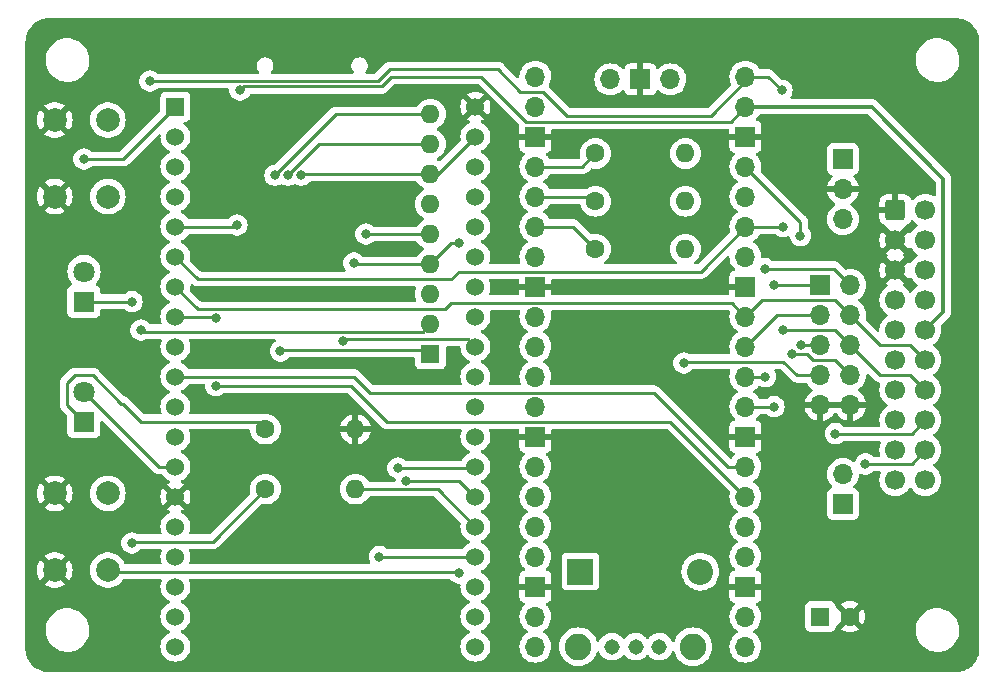
<source format=gbr>
%TF.GenerationSoftware,KiCad,Pcbnew,7.0.10*%
%TF.CreationDate,2024-01-20T14:12:54-06:00*%
%TF.ProjectId,Apple-68k-FujiNet-Rev0,4170706c-652d-4363-986b-2d46756a694e,Rev 0*%
%TF.SameCoordinates,Original*%
%TF.FileFunction,Copper,L2,Bot*%
%TF.FilePolarity,Positive*%
%FSLAX46Y46*%
G04 Gerber Fmt 4.6, Leading zero omitted, Abs format (unit mm)*
G04 Created by KiCad (PCBNEW 7.0.10) date 2024-01-20 14:12:54*
%MOMM*%
%LPD*%
G01*
G04 APERTURE LIST*
G04 Aperture macros list*
%AMRoundRect*
0 Rectangle with rounded corners*
0 $1 Rounding radius*
0 $2 $3 $4 $5 $6 $7 $8 $9 X,Y pos of 4 corners*
0 Add a 4 corners polygon primitive as box body*
4,1,4,$2,$3,$4,$5,$6,$7,$8,$9,$2,$3,0*
0 Add four circle primitives for the rounded corners*
1,1,$1+$1,$2,$3*
1,1,$1+$1,$4,$5*
1,1,$1+$1,$6,$7*
1,1,$1+$1,$8,$9*
0 Add four rect primitives between the rounded corners*
20,1,$1+$1,$2,$3,$4,$5,0*
20,1,$1+$1,$4,$5,$6,$7,0*
20,1,$1+$1,$6,$7,$8,$9,0*
20,1,$1+$1,$8,$9,$2,$3,0*%
G04 Aperture macros list end*
%TA.AperFunction,ComponentPad*%
%ADD10R,1.800000X1.800000*%
%TD*%
%TA.AperFunction,ComponentPad*%
%ADD11C,1.800000*%
%TD*%
%TA.AperFunction,ComponentPad*%
%ADD12C,2.000000*%
%TD*%
%TA.AperFunction,ComponentPad*%
%ADD13O,1.700000X1.700000*%
%TD*%
%TA.AperFunction,ComponentPad*%
%ADD14R,1.700000X1.700000*%
%TD*%
%TA.AperFunction,ComponentPad*%
%ADD15C,1.600000*%
%TD*%
%TA.AperFunction,ComponentPad*%
%ADD16O,1.600000X1.600000*%
%TD*%
%TA.AperFunction,ComponentPad*%
%ADD17R,1.530000X1.530000*%
%TD*%
%TA.AperFunction,ComponentPad*%
%ADD18C,1.530000*%
%TD*%
%TA.AperFunction,ComponentPad*%
%ADD19RoundRect,0.250000X-0.600000X-0.600000X0.600000X-0.600000X0.600000X0.600000X-0.600000X0.600000X0*%
%TD*%
%TA.AperFunction,ComponentPad*%
%ADD20C,1.700000*%
%TD*%
%TA.AperFunction,ComponentPad*%
%ADD21R,1.600000X1.600000*%
%TD*%
%TA.AperFunction,ComponentPad*%
%ADD22C,1.308000*%
%TD*%
%TA.AperFunction,ComponentPad*%
%ADD23C,2.250000*%
%TD*%
%TA.AperFunction,ComponentPad*%
%ADD24R,2.200000X2.200000*%
%TD*%
%TA.AperFunction,ComponentPad*%
%ADD25O,2.200000X2.200000*%
%TD*%
%TA.AperFunction,ViaPad*%
%ADD26C,0.800000*%
%TD*%
%TA.AperFunction,Conductor*%
%ADD27C,0.250000*%
%TD*%
%TA.AperFunction,Conductor*%
%ADD28C,0.300000*%
%TD*%
G04 APERTURE END LIST*
D10*
%TO.P,D1,1,K*%
%TO.N,Net-(D1-K)*%
X118618000Y-94615000D03*
D11*
%TO.P,D1,2,A*%
%TO.N,+3.3V*%
X118618000Y-92075000D03*
%TD*%
D12*
%TO.P,SW1,1,A*%
%TO.N,/IO0{slash}BUTTON_A*%
X120650000Y-79225000D03*
X120650000Y-85725000D03*
%TO.P,SW1,2,B*%
%TO.N,GND*%
X116150000Y-79225000D03*
X116150000Y-85725000D03*
%TD*%
D13*
%TO.P,U1,1,GPIO0*%
%TO.N,Net-(J3-Pin_1)*%
X174625000Y-123835000D03*
%TO.P,U1,2,GPIO1*%
%TO.N,Net-(J3-Pin_2)*%
X174625000Y-121295000D03*
D14*
%TO.P,U1,3,GND*%
%TO.N,GND*%
X174625000Y-118755000D03*
D13*
%TO.P,U1,4,GPIO2*%
%TO.N,unconnected-(U1-GPIO2-Pad4)*%
X174625000Y-116215000D03*
%TO.P,U1,5,GPIO3*%
%TO.N,unconnected-(U1-GPIO3-Pad5)*%
X174625000Y-113675000D03*
%TO.P,U1,6,GPIO4*%
%TO.N,/PICO_TX_TO_ESP*%
X174625000Y-111135000D03*
%TO.P,U1,7,GPIO5*%
%TO.N,/PICO_RX_TO_ESP*%
X174625000Y-108595000D03*
D14*
%TO.P,U1,8,GND*%
%TO.N,GND*%
X174625000Y-106055000D03*
D13*
%TO.P,U1,9,GPIO6*%
%TO.N,/CA0*%
X174625000Y-103515000D03*
%TO.P,U1,10,GPIO7*%
%TO.N,/CA1*%
X174625000Y-100975000D03*
%TO.P,U1,11,GPIO8*%
%TO.N,/CA2*%
X174625000Y-98435000D03*
%TO.P,U1,12,GPIO9*%
%TO.N,/HDSEL*%
X174625000Y-95895000D03*
D14*
%TO.P,U1,13,GND*%
%TO.N,GND*%
X174625000Y-93355000D03*
D13*
%TO.P,U1,14,GPIO10*%
%TO.N,unconnected-(U1-GPIO10-Pad14)*%
X174625000Y-90815000D03*
%TO.P,U1,15,GPIO11*%
%TO.N,/ENBL2*%
X174625000Y-88275000D03*
%TO.P,U1,16,GPIO12*%
%TO.N,unconnected-(U1-GPIO12-Pad16)*%
X174625000Y-85735000D03*
%TO.P,U1,17,GPIO13*%
%TO.N,/LSTRB*%
X174625000Y-83195000D03*
D14*
%TO.P,U1,18,GND*%
%TO.N,GND*%
X174625000Y-80655000D03*
D13*
%TO.P,U1,19,GPIO14*%
%TO.N,/WREQ*%
X174625000Y-78115000D03*
%TO.P,U1,20,GPIO15*%
%TO.N,/WR_DATA*%
X174625000Y-75575000D03*
%TO.P,U1,21,GPIO16*%
%TO.N,unconnected-(U1-GPIO16-Pad21)*%
X156845000Y-75575000D03*
%TO.P,U1,22,GPIO17*%
%TO.N,unconnected-(U1-GPIO17-Pad22)*%
X156845000Y-78115000D03*
D14*
%TO.P,U1,23,GND*%
%TO.N,GND*%
X156845000Y-80655000D03*
D13*
%TO.P,U1,24,GPIO18*%
%TO.N,Net-(U1-GPIO18)*%
X156845000Y-83195000D03*
%TO.P,U1,25,GPIO19*%
%TO.N,Net-(U1-GPIO19)*%
X156845000Y-85735000D03*
%TO.P,U1,26,GPIO20*%
%TO.N,Net-(U1-GPIO20)*%
X156845000Y-88275000D03*
%TO.P,U1,27,GPIO21*%
%TO.N,unconnected-(U1-GPIO21-Pad27)*%
X156845000Y-90815000D03*
D14*
%TO.P,U1,28,GND*%
%TO.N,GND*%
X156845000Y-93355000D03*
D13*
%TO.P,U1,29,GPIO22*%
%TO.N,/RMT_FROM_ESP*%
X156845000Y-95895000D03*
%TO.P,U1,30,RUN*%
%TO.N,unconnected-(U1-RUN-Pad30)*%
X156845000Y-98435000D03*
%TO.P,U1,31,GPIO26_ADC0*%
%TO.N,unconnected-(U1-GPIO26_ADC0-Pad31)*%
X156845000Y-100975000D03*
%TO.P,U1,32,GPIO27_ADC1*%
%TO.N,unconnected-(U1-GPIO27_ADC1-Pad32)*%
X156845000Y-103515000D03*
D14*
%TO.P,U1,33,AGND*%
%TO.N,GND*%
X156845000Y-106055000D03*
D13*
%TO.P,U1,34,GPIO28_ADC2*%
%TO.N,unconnected-(U1-GPIO28_ADC2-Pad34)*%
X156845000Y-108595000D03*
%TO.P,U1,35,ADC_VREF*%
%TO.N,unconnected-(U1-ADC_VREF-Pad35)*%
X156845000Y-111135000D03*
%TO.P,U1,36,3V3*%
%TO.N,unconnected-(U1-3V3-Pad36)*%
X156845000Y-113675000D03*
%TO.P,U1,37,3V3_EN*%
%TO.N,unconnected-(U1-3V3_EN-Pad37)*%
X156845000Y-116215000D03*
D14*
%TO.P,U1,38,GND*%
%TO.N,GND*%
X156845000Y-118755000D03*
D13*
%TO.P,U1,39,VSYS*%
%TO.N,+5V*%
X156845000Y-121295000D03*
%TO.P,U1,40,VBUS*%
%TO.N,unconnected-(U1-VBUS-Pad40)*%
X156845000Y-123835000D03*
%TO.P,U1,41,SWCLK*%
%TO.N,/SWCLK*%
X168275000Y-75805000D03*
D14*
%TO.P,U1,42,GND*%
%TO.N,GND*%
X165735000Y-75805000D03*
D13*
%TO.P,U1,43,SWDIO*%
%TO.N,/SWDIO*%
X163195000Y-75805000D03*
%TD*%
D14*
%TO.P,J3,1,Pin_1*%
%TO.N,Net-(J3-Pin_1)*%
X182880000Y-111760000D03*
D13*
%TO.P,J3,2,Pin_2*%
%TO.N,Net-(J3-Pin_2)*%
X182880000Y-109220000D03*
%TD*%
D10*
%TO.P,D2,1,K*%
%TO.N,Net-(D2-K)*%
X118618000Y-104775000D03*
D11*
%TO.P,D2,2,A*%
%TO.N,/IO12{slash}BUS_LED*%
X118618000Y-102235000D03*
%TD*%
D15*
%TO.P,R3,1*%
%TO.N,Net-(U1-GPIO18)*%
X161925000Y-82070000D03*
D16*
%TO.P,R3,2*%
%TO.N,/RD_DATA*%
X169545000Y-82070000D03*
%TD*%
D17*
%TO.P,U2,1,3V3*%
%TO.N,+3.3V*%
X126365000Y-78115000D03*
D18*
%TO.P,U2,2,EN*%
%TO.N,unconnected-(U2-EN-Pad2)*%
X126365000Y-80655000D03*
%TO.P,U2,3,IO36/SENSOR_VP*%
%TO.N,unconnected-(U2-IO36{slash}SENSOR_VP-Pad3)*%
X126365000Y-83195000D03*
%TO.P,U2,4,IO39/SENSOR_VN*%
%TO.N,unconnected-(U2-IO39{slash}SENSOR_VN-Pad4)*%
X126365000Y-85735000D03*
%TO.P,U2,5,IO34*%
%TO.N,/WREQ*%
X126365000Y-88275000D03*
%TO.P,U2,6,IO35*%
%TO.N,/ENBL2*%
X126365000Y-90815000D03*
%TO.P,U2,7,IO32*%
%TO.N,/HDSEL*%
X126365000Y-93355000D03*
%TO.P,U2,8,IO33*%
%TO.N,/PICO_TX_TO_ESP*%
X126365000Y-95895000D03*
%TO.P,U2,9,IO25*%
%TO.N,unconnected-(U2-IO25-Pad9)*%
X126365000Y-98435000D03*
%TO.P,U2,10,IO26*%
%TO.N,/PICO_RX_TO_ESP*%
X126365000Y-100975000D03*
%TO.P,U2,11,IO27*%
%TO.N,unconnected-(U2-IO27-Pad11)*%
X126365000Y-103515000D03*
%TO.P,U2,12,IO14*%
%TO.N,/WR_DATA*%
X126365000Y-106055000D03*
%TO.P,U2,13,IO12*%
%TO.N,/IO12{slash}BUS_LED*%
X126365000Y-108595000D03*
%TO.P,U2,14,GND1*%
%TO.N,GND*%
X126365000Y-111135000D03*
%TO.P,U2,15,IO13*%
%TO.N,unconnected-(U2-IO13-Pad15)*%
X126365000Y-113675000D03*
%TO.P,U2,16,IO9/RX1/SD2*%
%TO.N,unconnected-(U2-IO9{slash}RX1{slash}SD2-Pad16)*%
X126365000Y-116215000D03*
%TO.P,U2,17,IO10/TX1/SD3*%
%TO.N,unconnected-(U2-IO10{slash}TX1{slash}SD3-Pad17)*%
X126365000Y-118755000D03*
%TO.P,U2,18,IO11/CMD*%
%TO.N,unconnected-(U2-IO11{slash}CMD-Pad18)*%
X126365000Y-121295000D03*
%TO.P,U2,19,EXT_5V*%
%TO.N,+5V*%
X126365000Y-123835000D03*
%TO.P,U2,20,IO6/CLK*%
%TO.N,unconnected-(U2-IO6{slash}CLK-Pad20)*%
X151765000Y-123835000D03*
%TO.P,U2,21,IO7/SD0*%
%TO.N,unconnected-(U2-IO7{slash}SD0-Pad21)*%
X151765000Y-121295000D03*
%TO.P,U2,22,IO8/SD1*%
%TO.N,unconnected-(U2-IO8{slash}SD1-Pad22)*%
X151765000Y-118755000D03*
%TO.P,U2,23,IO15*%
%TO.N,/IO15{slash}CD*%
X151765000Y-116215000D03*
%TO.P,U2,24,IO2*%
%TO.N,/IO2{slash}LED_WIFI*%
X151765000Y-113675000D03*
%TO.P,U2,25,IO0*%
%TO.N,/IO0{slash}BUTTON_A*%
X151765000Y-111135000D03*
%TO.P,U2,26,IO4*%
%TO.N,/IO4{slash}SAFE_RESET*%
X151765000Y-108595000D03*
%TO.P,U2,27,IO16*%
%TO.N,unconnected-(U2-IO16-Pad27)*%
X151765000Y-106055000D03*
%TO.P,U2,28,IO17*%
%TO.N,unconnected-(U2-IO17-Pad28)*%
X151765000Y-103515000D03*
%TO.P,U2,29,IO5/SPI-CS*%
%TO.N,/IO5{slash}SPI_CS*%
X151765000Y-100975000D03*
%TO.P,U2,30,IO18/SPI-SCK*%
%TO.N,/IO18{slash}SPI_CLK*%
X151765000Y-98435000D03*
%TO.P,U2,31,IO19/SPI-MISO*%
%TO.N,/IO19{slash}SPI_MISO*%
X151765000Y-95895000D03*
%TO.P,U2,32,GND2*%
%TO.N,GND*%
X151765000Y-93355000D03*
%TO.P,U2,33,IO21/I2C-SDA*%
%TO.N,unconnected-(U2-IO21{slash}I2C-SDA-Pad33)*%
X151765000Y-90815000D03*
%TO.P,U2,34,IO3/RXD0*%
%TO.N,unconnected-(U2-IO3{slash}RXD0-Pad34)*%
X151765000Y-88275000D03*
%TO.P,U2,35,IO1/TXD0*%
%TO.N,unconnected-(U2-IO1{slash}TXD0-Pad35)*%
X151765000Y-85735000D03*
%TO.P,U2,36,IO22/I2C-SCL*%
%TO.N,/RMT_FROM_ESP*%
X151765000Y-83195000D03*
%TO.P,U2,37,IO23/SPI-MOSI*%
%TO.N,/IO23{slash}SPI_MOSI*%
X151765000Y-80655000D03*
%TO.P,U2,38,GND3*%
%TO.N,GND*%
X151765000Y-78115000D03*
%TD*%
D15*
%TO.P,R4,1*%
%TO.N,Net-(D1-K)*%
X133985000Y-110490000D03*
D16*
%TO.P,R4,2*%
%TO.N,/IO2{slash}LED_WIFI*%
X141605000Y-110490000D03*
%TD*%
D14*
%TO.P,J2,1,Pin_1*%
%TO.N,/CA0*%
X180975000Y-93223000D03*
D13*
%TO.P,J2,2,Pin_2*%
%TO.N,/CA1*%
X183515000Y-93223000D03*
%TO.P,J2,3,Pin_3*%
%TO.N,/CA2*%
X180975000Y-95763000D03*
%TO.P,J2,4,Pin_4*%
%TO.N,/HDSEL*%
X183515000Y-95763000D03*
%TO.P,J2,5,Pin_5*%
%TO.N,/LSTRB*%
X180975000Y-98303000D03*
%TO.P,J2,6,Pin_6*%
%TO.N,/ENBL2*%
X183515000Y-98303000D03*
%TO.P,J2,7,Pin_7*%
%TO.N,/RD_DATA*%
X180975000Y-100843000D03*
%TO.P,J2,8,Pin_8*%
%TO.N,/WR_DATA*%
X183515000Y-100843000D03*
%TO.P,J2,9,Pin_9*%
%TO.N,GND*%
X180975000Y-103383000D03*
%TO.P,J2,10,Pin_10*%
X183515000Y-103383000D03*
%TD*%
D15*
%TO.P,R5,1*%
%TO.N,Net-(D2-K)*%
X133985000Y-105410000D03*
D16*
%TO.P,R5,2*%
%TO.N,GND*%
X141605000Y-105410000D03*
%TD*%
D19*
%TO.P,J1,1,Pin_1*%
%TO.N,GND*%
X187325000Y-86868000D03*
D20*
%TO.P,J1,2,Pin_2*%
%TO.N,/CA0*%
X189865000Y-86868000D03*
%TO.P,J1,3,Pin_3*%
%TO.N,GND*%
X187325000Y-89408000D03*
%TO.P,J1,4,Pin_4*%
%TO.N,/CA1*%
X189865000Y-89408000D03*
%TO.P,J1,5,Pin_5*%
%TO.N,GND*%
X187325000Y-91948000D03*
%TO.P,J1,6,Pin_6*%
%TO.N,/CA2*%
X189865000Y-91948000D03*
%TO.P,J1,7,Pin_7*%
%TO.N,unconnected-(J1-Pin_7-Pad7)*%
X187325000Y-94488000D03*
%TO.P,J1,8,Pin_8*%
%TO.N,/LSTRB*%
X189865000Y-94488000D03*
%TO.P,J1,9,Pin_9*%
%TO.N,unconnected-(J1-Pin_9-Pad9)*%
X187325000Y-97028000D03*
%TO.P,J1,10,Pin_10*%
%TO.N,/WREQ*%
X189865000Y-97028000D03*
%TO.P,J1,11,Pin_11*%
%TO.N,/APPLE_5V*%
X187325000Y-99568000D03*
%TO.P,J1,12,Pin_12*%
%TO.N,/HDSEL*%
X189865000Y-99568000D03*
%TO.P,J1,13,Pin_13*%
%TO.N,unconnected-(J1-Pin_13-Pad13)*%
X187325000Y-102108000D03*
%TO.P,J1,14,Pin_14*%
%TO.N,/ENBL2*%
X189865000Y-102108000D03*
%TO.P,J1,15,Pin_15*%
%TO.N,unconnected-(J1-Pin_15-Pad15)*%
X187325000Y-104648000D03*
%TO.P,J1,16,Pin_16*%
%TO.N,/RD_DATA*%
X189865000Y-104648000D03*
%TO.P,J1,17,Pin_17*%
%TO.N,unconnected-(J1-Pin_17-Pad17)*%
X187325000Y-107188000D03*
%TO.P,J1,18,Pin_18*%
%TO.N,/WR_DATA*%
X189865000Y-107188000D03*
%TO.P,J1,19,Pin_19*%
%TO.N,unconnected-(J1-Pin_19-Pad19)*%
X187325000Y-109728000D03*
%TO.P,J1,20,Pin_20*%
%TO.N,unconnected-(J1-Pin_20-Pad20)*%
X189865000Y-109728000D03*
%TD*%
D12*
%TO.P,SW2,1,A*%
%TO.N,/IO4{slash}SAFE_RESET*%
X120650000Y-110848000D03*
X120650000Y-117348000D03*
%TO.P,SW2,2,B*%
%TO.N,GND*%
X116150000Y-110848000D03*
X116150000Y-117348000D03*
%TD*%
D21*
%TO.P,RN1,1,common*%
%TO.N,+3.3V*%
X147955000Y-99060000D03*
D16*
%TO.P,RN1,2,R1*%
%TO.N,/IO0{slash}BUTTON_A*%
X147955000Y-96520000D03*
%TO.P,RN1,3,R2*%
%TO.N,/IO4{slash}SAFE_RESET*%
X147955000Y-93980000D03*
%TO.P,RN1,4,R3*%
%TO.N,/IO19{slash}SPI_MISO*%
X147955000Y-91440000D03*
%TO.P,RN1,5,R4*%
%TO.N,Net-(P1-DAT1)*%
X147955000Y-88900000D03*
%TO.P,RN1,6,R5*%
%TO.N,/IO15{slash}CD*%
X147955000Y-86360000D03*
%TO.P,RN1,7,R6*%
%TO.N,/IO23{slash}SPI_MOSI*%
X147955000Y-83820000D03*
%TO.P,RN1,8,R7*%
%TO.N,/IO5{slash}SPI_CS*%
X147955000Y-81280000D03*
%TO.P,RN1,9,R8*%
%TO.N,Net-(P1-DAT2)*%
X147955000Y-78740000D03*
%TD*%
D14*
%TO.P,J4,1,Pin_1*%
%TO.N,/SWCLK*%
X182880000Y-82550000D03*
D13*
%TO.P,J4,2,Pin_2*%
%TO.N,GND*%
X182880000Y-85090000D03*
%TO.P,J4,3,Pin_3*%
%TO.N,/SWDIO*%
X182880000Y-87630000D03*
%TD*%
D15*
%TO.P,R2,1*%
%TO.N,Net-(U1-GPIO19)*%
X161925000Y-86120000D03*
D16*
%TO.P,R2,2*%
%TO.N,/RD_DATA*%
X169545000Y-86120000D03*
%TD*%
D21*
%TO.P,C2,1*%
%TO.N,/APPLE_5V*%
X180975000Y-121285000D03*
D15*
%TO.P,C2,2*%
%TO.N,GND*%
X183475000Y-121285000D03*
%TD*%
%TO.P,R1,1*%
%TO.N,Net-(U1-GPIO20)*%
X161925000Y-90170000D03*
D16*
%TO.P,R1,2*%
%TO.N,/RD_DATA*%
X169545000Y-90170000D03*
%TD*%
D22*
%TO.P,S1,1*%
%TO.N,Net-(D3-A)*%
X163330000Y-123825000D03*
%TO.P,S1,2*%
%TO.N,/APPLE_5V*%
X165330000Y-123825000D03*
%TO.P,S1,3*%
%TO.N,unconnected-(S1-Pad3)*%
X167330000Y-123825000D03*
D23*
%TO.P,S1,P$4*%
%TO.N,N/C*%
X160480000Y-123825000D03*
%TO.P,S1,P$5*%
X170180000Y-123825000D03*
%TD*%
D24*
%TO.P,D3,1,K*%
%TO.N,+5V*%
X160655000Y-117475000D03*
D25*
%TO.P,D3,2,A*%
%TO.N,Net-(D3-A)*%
X170815000Y-117475000D03*
%TD*%
D26*
%TO.N,+3.3V*%
X135255000Y-98806000D03*
X118618000Y-82550000D03*
%TO.N,GND*%
X140335000Y-86537800D03*
X154178000Y-98425000D03*
X146812000Y-113411000D03*
X137287000Y-90170000D03*
X132080000Y-93853000D03*
X132207000Y-98806000D03*
X181610000Y-116205000D03*
%TO.N,/CA0*%
X177038000Y-103505000D03*
X177038000Y-93218000D03*
%TO.N,/CA1*%
X176313000Y-100965000D03*
X176276000Y-91821000D03*
%TO.N,Net-(D1-K)*%
X122682000Y-94615000D03*
X122682000Y-115062000D03*
%TO.N,/LSTRB*%
X179324000Y-98298000D03*
X179287000Y-89027000D03*
%TO.N,/WREQ*%
X131826000Y-76708000D03*
X131572000Y-88138000D03*
%TO.N,Net-(P1-DAT2)*%
X134797800Y-83921600D03*
%TO.N,/IO5{slash}SPI_CS*%
X135890000Y-83921600D03*
%TO.N,/IO23{slash}SPI_MOSI*%
X137007600Y-83921600D03*
%TO.N,/IO18{slash}SPI_CLK*%
X140589000Y-97917000D03*
%TO.N,/IO19{slash}SPI_MISO*%
X141478000Y-91350500D03*
X150367500Y-89662000D03*
%TO.N,Net-(P1-DAT1)*%
X142494000Y-88900000D03*
%TO.N,/IO15{slash}CD*%
X143637000Y-116205000D03*
%TO.N,/ENBL2*%
X177837000Y-97028000D03*
X177837000Y-88265000D03*
%TO.N,/RD_DATA*%
X169418000Y-99822000D03*
X182245000Y-105791000D03*
%TO.N,/WR_DATA*%
X184785000Y-108363000D03*
X178562000Y-99060000D03*
X124206000Y-75946000D03*
X177723800Y-76733400D03*
%TO.N,/IO4{slash}SAFE_RESET*%
X150368000Y-117602000D03*
X145198000Y-108712000D03*
%TO.N,/IO0{slash}BUTTON_A*%
X145923000Y-109765000D03*
X123444000Y-97028000D03*
%TO.N,/PICO_TX_TO_ESP*%
X129794000Y-101727000D03*
X129794000Y-96012000D03*
%TD*%
D27*
%TO.N,+3.3V*%
X118618000Y-82550000D02*
X121930000Y-82550000D01*
X135255000Y-98806000D02*
X135382000Y-98679000D01*
X135382000Y-98679000D02*
X147574000Y-98679000D01*
X121930000Y-82550000D02*
X126365000Y-78115000D01*
%TO.N,Net-(D2-K)*%
X117856000Y-100838000D02*
X119380000Y-100838000D01*
X121920000Y-103251000D02*
X123444000Y-104775000D01*
X117221000Y-101473000D02*
X117856000Y-100838000D01*
X121793000Y-103251000D02*
X121920000Y-103251000D01*
X118618000Y-104775000D02*
X117221000Y-103378000D01*
X123444000Y-104775000D02*
X133350000Y-104775000D01*
X117221000Y-103378000D02*
X117221000Y-101473000D01*
X119380000Y-100838000D02*
X121793000Y-103251000D01*
X133350000Y-104775000D02*
X133985000Y-105410000D01*
%TO.N,/IO12{slash}BUS_LED*%
X126365000Y-108595000D02*
X124978000Y-108595000D01*
X124978000Y-108595000D02*
X118618000Y-102235000D01*
%TO.N,/CA0*%
X177028000Y-103515000D02*
X177038000Y-103505000D01*
X177038000Y-93218000D02*
X177043000Y-93223000D01*
X177043000Y-93223000D02*
X180975000Y-93223000D01*
X174625000Y-103515000D02*
X177028000Y-103515000D01*
%TO.N,/CA1*%
X176276000Y-91821000D02*
X182113000Y-91821000D01*
X176303000Y-100975000D02*
X176313000Y-100965000D01*
X182113000Y-91821000D02*
X183515000Y-93223000D01*
X174625000Y-100975000D02*
X176303000Y-100975000D01*
%TO.N,/CA2*%
X177297000Y-95763000D02*
X180975000Y-95763000D01*
X174625000Y-98435000D02*
X177297000Y-95763000D01*
%TO.N,Net-(D1-K)*%
X122682000Y-115062000D02*
X122809000Y-114935000D01*
X122809000Y-114935000D02*
X129540000Y-114935000D01*
X122682000Y-94615000D02*
X118618000Y-94615000D01*
X129540000Y-114935000D02*
X133985000Y-110490000D01*
%TO.N,/LSTRB*%
X179287000Y-89027000D02*
X179287000Y-87857000D01*
X179324000Y-98298000D02*
X180970000Y-98298000D01*
X179287000Y-87857000D02*
X174625000Y-83195000D01*
%TO.N,/WREQ*%
X152273000Y-75565000D02*
X156083000Y-79375000D01*
D28*
X191389000Y-95504000D02*
X191389000Y-84201000D01*
D27*
X143822000Y-76396000D02*
X144653000Y-75565000D01*
X131826000Y-76708000D02*
X132138000Y-76396000D01*
X144653000Y-75565000D02*
X152273000Y-75565000D01*
X126365000Y-88275000D02*
X131435000Y-88275000D01*
D28*
X185303000Y-78115000D02*
X174625000Y-78115000D01*
D27*
X131435000Y-88275000D02*
X131572000Y-88138000D01*
X156083000Y-79375000D02*
X173365000Y-79375000D01*
D28*
X189865000Y-97028000D02*
X191389000Y-95504000D01*
D27*
X173365000Y-79375000D02*
X174625000Y-78115000D01*
X132138000Y-76396000D02*
X143822000Y-76396000D01*
D28*
X191389000Y-84201000D02*
X185303000Y-78115000D01*
D27*
%TO.N,Net-(P1-DAT2)*%
X134797800Y-83896200D02*
X139954000Y-78740000D01*
X134797800Y-83921600D02*
X134797800Y-83896200D01*
X139954000Y-78740000D02*
X147955000Y-78740000D01*
%TO.N,/IO5{slash}SPI_CS*%
X135890000Y-83921600D02*
X138531600Y-81280000D01*
X138531600Y-81280000D02*
X147955000Y-81280000D01*
%TO.N,/IO23{slash}SPI_MOSI*%
X148600000Y-83820000D02*
X151765000Y-80655000D01*
X137007600Y-83921600D02*
X137109200Y-83820000D01*
X137109200Y-83820000D02*
X147955000Y-83820000D01*
%TO.N,/IO18{slash}SPI_CLK*%
X140741400Y-97764600D02*
X151094600Y-97764600D01*
X140589000Y-97917000D02*
X140741400Y-97764600D01*
X151094600Y-97764600D02*
X151765000Y-98435000D01*
%TO.N,/IO19{slash}SPI_MISO*%
X141567500Y-91440000D02*
X147955000Y-91440000D01*
X150367500Y-89662000D02*
X149733000Y-89662000D01*
X141478000Y-91350500D02*
X141567500Y-91440000D01*
X149733000Y-89662000D02*
X147955000Y-91440000D01*
%TO.N,Net-(P1-DAT1)*%
X142494000Y-88900000D02*
X147955000Y-88900000D01*
%TO.N,/IO15{slash}CD*%
X151765000Y-116215000D02*
X143647000Y-116215000D01*
X143647000Y-116215000D02*
X143637000Y-116205000D01*
%TO.N,/IO2{slash}LED_WIFI*%
X151765000Y-113675000D02*
X148580000Y-110490000D01*
X148580000Y-110490000D02*
X141605000Y-110490000D01*
%TO.N,/HDSEL*%
X182240000Y-94488000D02*
X183515000Y-95763000D01*
X186050000Y-98298000D02*
X183515000Y-95763000D01*
X176032000Y-94488000D02*
X182240000Y-94488000D01*
X174625000Y-95895000D02*
X176032000Y-94488000D01*
X189865000Y-99568000D02*
X188595000Y-98298000D01*
X128260000Y-95250000D02*
X126365000Y-93355000D01*
X188595000Y-98298000D02*
X186050000Y-98298000D01*
X173450000Y-94720000D02*
X149724995Y-94720000D01*
X149724995Y-94720000D02*
X149194995Y-95250000D01*
X174625000Y-95895000D02*
X173450000Y-94720000D01*
X149194995Y-95250000D02*
X128260000Y-95250000D01*
%TO.N,/ENBL2*%
X177837000Y-97028000D02*
X182240000Y-97028000D01*
X126365000Y-90815000D02*
X128260000Y-92710000D01*
X177827000Y-88275000D02*
X177837000Y-88265000D01*
X150368000Y-92075000D02*
X170825000Y-92075000D01*
X174625000Y-88275000D02*
X177827000Y-88275000D01*
X189865000Y-102108000D02*
X188595000Y-100838000D01*
X128260000Y-92710000D02*
X149733000Y-92710000D01*
X182240000Y-97028000D02*
X183515000Y-98303000D01*
X170825000Y-92075000D02*
X174625000Y-88275000D01*
X149733000Y-92710000D02*
X150368000Y-92075000D01*
X186050000Y-100838000D02*
X183515000Y-98303000D01*
X188595000Y-100838000D02*
X186050000Y-100838000D01*
%TO.N,/RD_DATA*%
X178989305Y-100843000D02*
X177841305Y-99695000D01*
X182277000Y-105823000D02*
X188690000Y-105823000D01*
X182245000Y-105791000D02*
X182277000Y-105823000D01*
X180975000Y-100843000D02*
X178989305Y-100843000D01*
X177841305Y-99695000D02*
X169545000Y-99695000D01*
X188690000Y-105823000D02*
X189865000Y-104648000D01*
X169545000Y-99695000D02*
X169418000Y-99822000D01*
%TO.N,/WR_DATA*%
X144526000Y-74930000D02*
X153670000Y-74930000D01*
X155575000Y-76835000D02*
X157480000Y-76835000D01*
X184785000Y-108363000D02*
X188690000Y-108363000D01*
X179832000Y-99060000D02*
X180340000Y-99568000D01*
X188690000Y-108363000D02*
X189865000Y-107188000D01*
X180340000Y-99568000D02*
X182240000Y-99568000D01*
X143510000Y-75946000D02*
X144526000Y-74930000D01*
X159512000Y-78867000D02*
X171704000Y-78867000D01*
X157480000Y-76835000D02*
X159512000Y-78867000D01*
X176565400Y-75575000D02*
X174625000Y-75575000D01*
X178562000Y-99060000D02*
X179832000Y-99060000D01*
X153670000Y-74930000D02*
X155575000Y-76835000D01*
X177723800Y-76733400D02*
X176565400Y-75575000D01*
X182240000Y-99568000D02*
X183515000Y-100843000D01*
X171704000Y-78867000D02*
X174625000Y-75946000D01*
X124206000Y-75946000D02*
X143510000Y-75946000D01*
%TO.N,Net-(U1-GPIO20)*%
X156845000Y-88275000D02*
X160030000Y-88275000D01*
X160030000Y-88275000D02*
X161925000Y-90170000D01*
%TO.N,Net-(U1-GPIO19)*%
X156845000Y-85735000D02*
X161540000Y-85735000D01*
%TO.N,Net-(U1-GPIO18)*%
X160800000Y-83195000D02*
X161925000Y-82070000D01*
X156845000Y-83195000D02*
X160800000Y-83195000D01*
%TO.N,/IO4{slash}SAFE_RESET*%
X145198000Y-108712000D02*
X151648000Y-108712000D01*
X120777000Y-117475000D02*
X150241000Y-117475000D01*
X150241000Y-117475000D02*
X150368000Y-117602000D01*
%TO.N,/IO0{slash}BUTTON_A*%
X150395000Y-109765000D02*
X151765000Y-111135000D01*
X123571000Y-97155000D02*
X123444000Y-97028000D01*
X147955000Y-96520000D02*
X147320000Y-97155000D01*
X145923000Y-109765000D02*
X150395000Y-109765000D01*
X147320000Y-97155000D02*
X123571000Y-97155000D01*
%TO.N,/PICO_TX_TO_ESP*%
X144272000Y-104775000D02*
X168265000Y-104775000D01*
X168265000Y-104775000D02*
X174625000Y-111135000D01*
X129794000Y-96012000D02*
X129677000Y-95895000D01*
X141224000Y-101727000D02*
X144272000Y-104775000D01*
X129677000Y-95895000D02*
X126365000Y-95895000D01*
X129794000Y-101727000D02*
X141224000Y-101727000D01*
%TO.N,/PICO_RX_TO_ESP*%
X166856000Y-102340000D02*
X142853000Y-102340000D01*
X174625000Y-108595000D02*
X173111000Y-108595000D01*
X141488000Y-100975000D02*
X126365000Y-100975000D01*
X142853000Y-102340000D02*
X141488000Y-100975000D01*
X173111000Y-108595000D02*
X166856000Y-102340000D01*
%TD*%
%TA.AperFunction,Conductor*%
%TO.N,GND*%
G36*
X128831579Y-101620185D02*
G01*
X128877334Y-101672989D01*
X128887681Y-101720555D01*
X128887861Y-101720537D01*
X128888032Y-101722165D01*
X128888540Y-101724500D01*
X128888540Y-101726997D01*
X128888540Y-101727000D01*
X128908326Y-101915256D01*
X128908327Y-101915259D01*
X128966818Y-102095277D01*
X128966821Y-102095284D01*
X129061467Y-102259216D01*
X129163185Y-102372185D01*
X129188129Y-102399888D01*
X129341265Y-102511148D01*
X129341270Y-102511151D01*
X129514192Y-102588142D01*
X129514197Y-102588144D01*
X129699354Y-102627500D01*
X129699355Y-102627500D01*
X129888644Y-102627500D01*
X129888646Y-102627500D01*
X130073803Y-102588144D01*
X130246730Y-102511151D01*
X130399871Y-102399888D01*
X130402788Y-102396647D01*
X130405600Y-102393526D01*
X130465087Y-102356879D01*
X130497748Y-102352500D01*
X140913548Y-102352500D01*
X140980587Y-102372185D01*
X141001228Y-102388818D01*
X142387823Y-103775414D01*
X143771197Y-105158788D01*
X143781022Y-105171051D01*
X143781243Y-105170869D01*
X143786211Y-105176874D01*
X143835222Y-105222899D01*
X143838021Y-105225612D01*
X143857522Y-105245114D01*
X143857526Y-105245117D01*
X143857529Y-105245120D01*
X143860702Y-105247581D01*
X143869574Y-105255159D01*
X143901418Y-105285062D01*
X143918976Y-105294714D01*
X143935233Y-105305393D01*
X143951064Y-105317673D01*
X143980803Y-105330542D01*
X143991152Y-105335021D01*
X144001641Y-105340160D01*
X144025457Y-105353252D01*
X144039908Y-105361197D01*
X144052523Y-105364435D01*
X144059305Y-105366177D01*
X144077719Y-105372481D01*
X144096104Y-105380438D01*
X144139261Y-105387273D01*
X144150656Y-105389632D01*
X144192981Y-105400500D01*
X144213016Y-105400500D01*
X144232413Y-105402026D01*
X144252196Y-105405160D01*
X144295675Y-105401050D01*
X144307344Y-105400500D01*
X150479233Y-105400500D01*
X150546272Y-105420185D01*
X150592027Y-105472989D01*
X150601971Y-105542147D01*
X150591615Y-105576904D01*
X150571279Y-105620513D01*
X150571275Y-105620524D01*
X150513965Y-105834407D01*
X150513964Y-105834414D01*
X150494666Y-106054998D01*
X150494666Y-106055001D01*
X150513964Y-106275585D01*
X150513965Y-106275592D01*
X150571275Y-106489475D01*
X150571279Y-106489486D01*
X150664254Y-106688871D01*
X150664858Y-106690167D01*
X150791868Y-106871555D01*
X150948445Y-107028132D01*
X151129833Y-107155142D01*
X151191828Y-107184050D01*
X151253091Y-107212618D01*
X151305531Y-107258790D01*
X151324683Y-107325983D01*
X151304467Y-107392865D01*
X151253091Y-107437382D01*
X151129836Y-107494856D01*
X151129834Y-107494857D01*
X150948444Y-107621868D01*
X150791868Y-107778444D01*
X150664857Y-107959834D01*
X150664856Y-107959836D01*
X150639178Y-108014904D01*
X150593006Y-108067344D01*
X150526796Y-108086500D01*
X145901748Y-108086500D01*
X145834709Y-108066815D01*
X145809600Y-108045474D01*
X145803873Y-108039114D01*
X145803869Y-108039110D01*
X145650734Y-107927851D01*
X145650729Y-107927848D01*
X145477807Y-107850857D01*
X145477802Y-107850855D01*
X145332001Y-107819865D01*
X145292646Y-107811500D01*
X145103354Y-107811500D01*
X145070897Y-107818398D01*
X144918197Y-107850855D01*
X144918192Y-107850857D01*
X144745270Y-107927848D01*
X144745265Y-107927851D01*
X144592129Y-108039111D01*
X144465466Y-108179785D01*
X144370821Y-108343715D01*
X144370818Y-108343722D01*
X144318417Y-108504998D01*
X144312326Y-108523744D01*
X144292540Y-108712000D01*
X144312326Y-108900256D01*
X144312327Y-108900259D01*
X144370818Y-109080277D01*
X144370821Y-109080284D01*
X144465467Y-109244216D01*
X144491235Y-109272834D01*
X144592129Y-109384888D01*
X144745265Y-109496148D01*
X144745270Y-109496151D01*
X144918191Y-109573142D01*
X144918194Y-109573143D01*
X144918195Y-109573143D01*
X144918197Y-109573144D01*
X144925879Y-109574776D01*
X144987361Y-109607966D01*
X145021139Y-109669128D01*
X145023422Y-109709026D01*
X145020140Y-109740261D01*
X145018813Y-109752892D01*
X145018753Y-109753459D01*
X144992170Y-109818074D01*
X144934874Y-109858060D01*
X144895432Y-109864500D01*
X142819188Y-109864500D01*
X142752149Y-109844815D01*
X142717613Y-109811623D01*
X142605045Y-109650858D01*
X142444141Y-109489954D01*
X142257734Y-109359432D01*
X142257732Y-109359431D01*
X142051497Y-109263261D01*
X142051488Y-109263258D01*
X141831697Y-109204366D01*
X141831693Y-109204365D01*
X141831692Y-109204365D01*
X141831691Y-109204364D01*
X141831686Y-109204364D01*
X141605002Y-109184532D01*
X141604998Y-109184532D01*
X141378313Y-109204364D01*
X141378302Y-109204366D01*
X141158511Y-109263258D01*
X141158502Y-109263261D01*
X140952267Y-109359431D01*
X140952265Y-109359432D01*
X140765858Y-109489954D01*
X140604954Y-109650858D01*
X140474432Y-109837265D01*
X140474431Y-109837267D01*
X140378261Y-110043502D01*
X140378258Y-110043511D01*
X140319366Y-110263302D01*
X140319364Y-110263313D01*
X140299532Y-110489998D01*
X140299532Y-110490001D01*
X140319364Y-110716686D01*
X140319366Y-110716697D01*
X140378258Y-110936488D01*
X140378261Y-110936497D01*
X140474431Y-111142732D01*
X140474432Y-111142734D01*
X140604954Y-111329141D01*
X140765858Y-111490045D01*
X140765861Y-111490047D01*
X140952266Y-111620568D01*
X141158504Y-111716739D01*
X141158509Y-111716740D01*
X141158511Y-111716741D01*
X141211415Y-111730916D01*
X141378308Y-111775635D01*
X141535780Y-111789412D01*
X141604998Y-111795468D01*
X141605000Y-111795468D01*
X141605002Y-111795468D01*
X141674220Y-111789412D01*
X141831692Y-111775635D01*
X142051496Y-111716739D01*
X142257734Y-111620568D01*
X142444139Y-111490047D01*
X142605047Y-111329139D01*
X142717613Y-111168377D01*
X142772189Y-111124752D01*
X142819188Y-111115500D01*
X148269548Y-111115500D01*
X148336587Y-111135185D01*
X148357229Y-111151819D01*
X150494164Y-113288755D01*
X150527649Y-113350078D01*
X150526258Y-113408528D01*
X150513966Y-113454403D01*
X150513965Y-113454410D01*
X150494666Y-113674998D01*
X150494666Y-113675001D01*
X150513964Y-113895585D01*
X150513965Y-113895592D01*
X150571275Y-114109475D01*
X150571279Y-114109486D01*
X150649788Y-114277849D01*
X150664858Y-114310167D01*
X150791868Y-114491555D01*
X150948445Y-114648132D01*
X151129833Y-114775142D01*
X151191828Y-114804050D01*
X151253091Y-114832618D01*
X151305531Y-114878790D01*
X151324683Y-114945983D01*
X151304467Y-115012865D01*
X151253091Y-115057382D01*
X151129836Y-115114856D01*
X151129834Y-115114857D01*
X150948444Y-115241868D01*
X150791868Y-115398444D01*
X150769574Y-115430284D01*
X150695112Y-115536625D01*
X150640537Y-115580249D01*
X150593539Y-115589500D01*
X144349752Y-115589500D01*
X144282713Y-115569815D01*
X144257603Y-115548473D01*
X144242871Y-115532112D01*
X144242864Y-115532106D01*
X144089734Y-115420851D01*
X144089729Y-115420848D01*
X143916807Y-115343857D01*
X143916802Y-115343855D01*
X143771001Y-115312865D01*
X143731646Y-115304500D01*
X143542354Y-115304500D01*
X143509897Y-115311398D01*
X143357197Y-115343855D01*
X143357192Y-115343857D01*
X143184270Y-115420848D01*
X143184265Y-115420851D01*
X143031129Y-115532111D01*
X142904466Y-115672785D01*
X142809821Y-115836715D01*
X142809818Y-115836722D01*
X142751327Y-116016740D01*
X142751326Y-116016744D01*
X142731540Y-116205000D01*
X142751326Y-116393256D01*
X142751327Y-116393259D01*
X142809818Y-116573277D01*
X142809821Y-116573284D01*
X142861907Y-116663500D01*
X142878380Y-116731401D01*
X142855527Y-116797427D01*
X142800606Y-116840618D01*
X142754520Y-116849500D01*
X127660093Y-116849500D01*
X127593054Y-116829815D01*
X127547299Y-116777011D01*
X127537355Y-116707853D01*
X127547711Y-116673095D01*
X127552185Y-116663500D01*
X127558723Y-116649480D01*
X127616035Y-116435591D01*
X127635334Y-116215000D01*
X127616035Y-115994409D01*
X127558723Y-115780520D01*
X127538385Y-115736904D01*
X127527893Y-115667827D01*
X127556413Y-115604043D01*
X127614890Y-115565804D01*
X127650767Y-115560500D01*
X129457257Y-115560500D01*
X129472877Y-115562224D01*
X129472904Y-115561939D01*
X129480660Y-115562671D01*
X129480667Y-115562673D01*
X129547873Y-115560561D01*
X129551768Y-115560500D01*
X129579346Y-115560500D01*
X129579350Y-115560500D01*
X129583324Y-115559997D01*
X129594963Y-115559080D01*
X129638627Y-115557709D01*
X129657869Y-115552117D01*
X129676912Y-115548174D01*
X129696792Y-115545664D01*
X129737401Y-115529585D01*
X129748444Y-115525803D01*
X129790390Y-115513618D01*
X129807629Y-115503422D01*
X129825103Y-115494862D01*
X129843727Y-115487488D01*
X129843727Y-115487487D01*
X129843732Y-115487486D01*
X129879083Y-115461800D01*
X129888814Y-115455408D01*
X129926420Y-115433170D01*
X129940589Y-115418999D01*
X129955379Y-115406368D01*
X129971587Y-115394594D01*
X129999438Y-115360926D01*
X130007279Y-115352309D01*
X133570179Y-111789410D01*
X133631500Y-111755927D01*
X133689947Y-111757317D01*
X133758308Y-111775635D01*
X133915780Y-111789412D01*
X133984998Y-111795468D01*
X133985000Y-111795468D01*
X133985002Y-111795468D01*
X134054220Y-111789412D01*
X134211692Y-111775635D01*
X134431496Y-111716739D01*
X134637734Y-111620568D01*
X134824139Y-111490047D01*
X134985047Y-111329139D01*
X135115568Y-111142734D01*
X135211739Y-110936496D01*
X135270635Y-110716692D01*
X135289586Y-110500083D01*
X135290468Y-110490001D01*
X135290468Y-110489998D01*
X135282072Y-110394035D01*
X135270635Y-110263308D01*
X135211739Y-110043504D01*
X135115568Y-109837266D01*
X134985047Y-109650861D01*
X134985045Y-109650858D01*
X134824141Y-109489954D01*
X134637734Y-109359432D01*
X134637732Y-109359431D01*
X134431497Y-109263261D01*
X134431488Y-109263258D01*
X134211697Y-109204366D01*
X134211693Y-109204365D01*
X134211692Y-109204365D01*
X134211691Y-109204364D01*
X134211686Y-109204364D01*
X133985002Y-109184532D01*
X133984998Y-109184532D01*
X133758313Y-109204364D01*
X133758302Y-109204366D01*
X133538511Y-109263258D01*
X133538502Y-109263261D01*
X133332267Y-109359431D01*
X133332265Y-109359432D01*
X133145858Y-109489954D01*
X132984954Y-109650858D01*
X132854432Y-109837265D01*
X132854431Y-109837267D01*
X132758261Y-110043502D01*
X132758258Y-110043511D01*
X132699366Y-110263302D01*
X132699364Y-110263313D01*
X132681363Y-110469066D01*
X132679532Y-110490000D01*
X132699364Y-110716686D01*
X132699365Y-110716691D01*
X132699366Y-110716697D01*
X132717680Y-110785048D01*
X132716017Y-110854897D01*
X132685586Y-110904821D01*
X129317228Y-114273181D01*
X129255905Y-114306666D01*
X129229547Y-114309500D01*
X127660093Y-114309500D01*
X127593054Y-114289815D01*
X127547299Y-114237011D01*
X127537355Y-114167853D01*
X127547711Y-114133095D01*
X127558723Y-114109480D01*
X127616035Y-113895591D01*
X127635334Y-113675000D01*
X127616035Y-113454409D01*
X127558723Y-113240520D01*
X127465142Y-113039833D01*
X127338132Y-112858445D01*
X127181555Y-112701868D01*
X127000167Y-112574858D01*
X127000163Y-112574856D01*
X126876317Y-112517106D01*
X126823877Y-112470934D01*
X126804725Y-112403741D01*
X126824941Y-112336859D01*
X126876317Y-112292342D01*
X126999912Y-112234708D01*
X126999914Y-112234707D01*
X127065342Y-112188894D01*
X126506366Y-111629918D01*
X126510161Y-111629373D01*
X126643562Y-111568451D01*
X126754395Y-111472413D01*
X126833682Y-111349040D01*
X126856133Y-111272580D01*
X127418894Y-111835342D01*
X127464706Y-111769915D01*
X127558250Y-111569309D01*
X127558254Y-111569300D01*
X127615538Y-111355509D01*
X127615540Y-111355499D01*
X127634832Y-111135000D01*
X127634832Y-111134999D01*
X127615540Y-110914500D01*
X127615538Y-110914490D01*
X127558254Y-110700699D01*
X127558250Y-110700690D01*
X127464707Y-110500085D01*
X127464706Y-110500083D01*
X127418894Y-110434657D01*
X127418894Y-110434656D01*
X126856132Y-110997418D01*
X126833682Y-110920960D01*
X126754395Y-110797587D01*
X126643562Y-110701549D01*
X126510161Y-110640627D01*
X126506366Y-110640081D01*
X127065342Y-110081105D01*
X127065341Y-110081103D01*
X126999919Y-110035295D01*
X126876316Y-109977657D01*
X126823877Y-109931484D01*
X126804725Y-109864291D01*
X126824941Y-109797410D01*
X126876312Y-109752895D01*
X127000167Y-109695142D01*
X127181555Y-109568132D01*
X127338132Y-109411555D01*
X127465142Y-109230167D01*
X127558723Y-109029480D01*
X127616035Y-108815591D01*
X127635334Y-108595000D01*
X127616035Y-108374409D01*
X127558723Y-108160520D01*
X127465142Y-107959833D01*
X127338132Y-107778445D01*
X127181555Y-107621868D01*
X127000167Y-107494858D01*
X126876907Y-107437381D01*
X126824468Y-107391210D01*
X126805316Y-107324017D01*
X126825531Y-107257136D01*
X126876908Y-107212618D01*
X127000167Y-107155142D01*
X127181555Y-107028132D01*
X127338132Y-106871555D01*
X127465142Y-106690167D01*
X127558723Y-106489480D01*
X127616035Y-106275591D01*
X127635334Y-106055000D01*
X127616035Y-105834409D01*
X127558723Y-105620520D01*
X127538385Y-105576904D01*
X127527893Y-105507827D01*
X127556413Y-105444043D01*
X127614890Y-105405804D01*
X127650767Y-105400500D01*
X132565076Y-105400500D01*
X132632115Y-105420185D01*
X132677870Y-105472989D01*
X132688604Y-105513693D01*
X132699364Y-105636686D01*
X132699366Y-105636697D01*
X132758258Y-105856488D01*
X132758261Y-105856497D01*
X132854431Y-106062732D01*
X132854432Y-106062734D01*
X132984954Y-106249141D01*
X133145858Y-106410045D01*
X133145861Y-106410047D01*
X133332266Y-106540568D01*
X133538504Y-106636739D01*
X133758308Y-106695635D01*
X133920230Y-106709801D01*
X133984998Y-106715468D01*
X133985000Y-106715468D01*
X133985002Y-106715468D01*
X134041673Y-106710509D01*
X134211692Y-106695635D01*
X134431496Y-106636739D01*
X134637734Y-106540568D01*
X134824139Y-106410047D01*
X134985047Y-106249139D01*
X135115568Y-106062734D01*
X135211739Y-105856496D01*
X135270635Y-105636692D01*
X135289355Y-105422722D01*
X135290468Y-105410001D01*
X135290468Y-105409998D01*
X135280793Y-105299414D01*
X135270635Y-105183308D01*
X135264389Y-105159999D01*
X140326127Y-105159999D01*
X140326128Y-105160000D01*
X141289314Y-105160000D01*
X141277359Y-105171955D01*
X141219835Y-105284852D01*
X141200014Y-105410000D01*
X141219835Y-105535148D01*
X141277359Y-105648045D01*
X141289314Y-105660000D01*
X140326128Y-105660000D01*
X140378730Y-105856317D01*
X140378734Y-105856326D01*
X140474865Y-106062482D01*
X140605342Y-106248820D01*
X140766179Y-106409657D01*
X140952517Y-106540134D01*
X141158673Y-106636265D01*
X141158682Y-106636269D01*
X141354999Y-106688872D01*
X141355000Y-106688871D01*
X141355000Y-105725686D01*
X141366955Y-105737641D01*
X141479852Y-105795165D01*
X141573519Y-105810000D01*
X141636481Y-105810000D01*
X141730148Y-105795165D01*
X141843045Y-105737641D01*
X141855000Y-105725686D01*
X141855000Y-106688872D01*
X142051317Y-106636269D01*
X142051326Y-106636265D01*
X142257482Y-106540134D01*
X142443820Y-106409657D01*
X142604657Y-106248820D01*
X142735134Y-106062482D01*
X142831265Y-105856326D01*
X142831269Y-105856317D01*
X142883872Y-105660000D01*
X141920686Y-105660000D01*
X141932641Y-105648045D01*
X141990165Y-105535148D01*
X142009986Y-105410000D01*
X141990165Y-105284852D01*
X141932641Y-105171955D01*
X141920686Y-105160000D01*
X142883872Y-105160000D01*
X142883872Y-105159999D01*
X142831269Y-104963682D01*
X142831265Y-104963673D01*
X142735134Y-104757517D01*
X142604657Y-104571179D01*
X142443820Y-104410342D01*
X142257482Y-104279865D01*
X142051328Y-104183734D01*
X141855000Y-104131127D01*
X141855000Y-105094314D01*
X141843045Y-105082359D01*
X141730148Y-105024835D01*
X141636481Y-105010000D01*
X141573519Y-105010000D01*
X141479852Y-105024835D01*
X141366955Y-105082359D01*
X141355000Y-105094314D01*
X141355000Y-104131127D01*
X141158671Y-104183734D01*
X140952517Y-104279865D01*
X140766179Y-104410342D01*
X140605342Y-104571179D01*
X140474865Y-104757517D01*
X140378734Y-104963673D01*
X140378730Y-104963682D01*
X140326127Y-105159999D01*
X135264389Y-105159999D01*
X135211739Y-104963504D01*
X135115568Y-104757266D01*
X134985047Y-104570861D01*
X134985045Y-104570858D01*
X134824141Y-104409954D01*
X134637734Y-104279432D01*
X134637732Y-104279431D01*
X134431497Y-104183261D01*
X134431488Y-104183258D01*
X134211697Y-104124366D01*
X134211693Y-104124365D01*
X134211692Y-104124365D01*
X134211691Y-104124364D01*
X134211686Y-104124364D01*
X133985002Y-104104532D01*
X133984998Y-104104532D01*
X133758313Y-104124364D01*
X133758299Y-104124367D01*
X133589913Y-104169484D01*
X133533898Y-104168900D01*
X133533601Y-104170782D01*
X133482759Y-104162729D01*
X133471322Y-104160361D01*
X133429020Y-104149500D01*
X133429019Y-104149500D01*
X133408984Y-104149500D01*
X133389586Y-104147973D01*
X133382162Y-104146797D01*
X133369805Y-104144840D01*
X133369804Y-104144840D01*
X133326325Y-104148950D01*
X133314656Y-104149500D01*
X127660093Y-104149500D01*
X127593054Y-104129815D01*
X127547299Y-104077011D01*
X127537355Y-104007853D01*
X127547711Y-103973095D01*
X127558723Y-103949480D01*
X127616035Y-103735591D01*
X127635334Y-103515000D01*
X127616035Y-103294409D01*
X127558723Y-103080520D01*
X127465142Y-102879833D01*
X127338132Y-102698445D01*
X127181555Y-102541868D01*
X127000167Y-102414858D01*
X126968063Y-102399888D01*
X126876908Y-102357382D01*
X126824468Y-102311210D01*
X126805316Y-102244017D01*
X126825531Y-102177136D01*
X126876908Y-102132618D01*
X126910609Y-102116903D01*
X127000167Y-102075142D01*
X127181555Y-101948132D01*
X127338132Y-101791555D01*
X127434887Y-101653374D01*
X127489463Y-101609751D01*
X127536461Y-101600500D01*
X128764540Y-101600500D01*
X128831579Y-101620185D01*
G37*
%TD.AperFunction*%
%TA.AperFunction,Conductor*%
G36*
X173206587Y-95365185D02*
G01*
X173227229Y-95381819D01*
X173284762Y-95439352D01*
X173318247Y-95500675D01*
X173316856Y-95559126D01*
X173289938Y-95659586D01*
X173289936Y-95659596D01*
X173269341Y-95894999D01*
X173269341Y-95895000D01*
X173289936Y-96130403D01*
X173289938Y-96130413D01*
X173351094Y-96358655D01*
X173351096Y-96358659D01*
X173351097Y-96358663D01*
X173411628Y-96488472D01*
X173450965Y-96572830D01*
X173450967Y-96572834D01*
X173586501Y-96766395D01*
X173586506Y-96766402D01*
X173753597Y-96933493D01*
X173753603Y-96933498D01*
X173939158Y-97063425D01*
X173982783Y-97118002D01*
X173989977Y-97187500D01*
X173958454Y-97249855D01*
X173939158Y-97266575D01*
X173753597Y-97396505D01*
X173586505Y-97563597D01*
X173450965Y-97757169D01*
X173450964Y-97757171D01*
X173351098Y-97971335D01*
X173351094Y-97971344D01*
X173289938Y-98199586D01*
X173289936Y-98199596D01*
X173269341Y-98434999D01*
X173269341Y-98435000D01*
X173289936Y-98670403D01*
X173289938Y-98670413D01*
X173351096Y-98898662D01*
X173352707Y-98903087D01*
X173357140Y-98972816D01*
X173323170Y-99033873D01*
X173261584Y-99066871D01*
X173236186Y-99069500D01*
X169954584Y-99069500D01*
X169887545Y-99049815D01*
X169881698Y-99045818D01*
X169870729Y-99037848D01*
X169697807Y-98960857D01*
X169697802Y-98960855D01*
X169542535Y-98927853D01*
X169512646Y-98921500D01*
X169323354Y-98921500D01*
X169293465Y-98927853D01*
X169138197Y-98960855D01*
X169138192Y-98960857D01*
X168965270Y-99037848D01*
X168965265Y-99037851D01*
X168812129Y-99149111D01*
X168685466Y-99289785D01*
X168590821Y-99453715D01*
X168590818Y-99453722D01*
X168533957Y-99628723D01*
X168532326Y-99633744D01*
X168512540Y-99822000D01*
X168532326Y-100010256D01*
X168532327Y-100010259D01*
X168590818Y-100190277D01*
X168590821Y-100190284D01*
X168685467Y-100354216D01*
X168775504Y-100454212D01*
X168812129Y-100494888D01*
X168965265Y-100606148D01*
X168965270Y-100606151D01*
X169138192Y-100683142D01*
X169138197Y-100683144D01*
X169323354Y-100722500D01*
X169323355Y-100722500D01*
X169512644Y-100722500D01*
X169512646Y-100722500D01*
X169697803Y-100683144D01*
X169870730Y-100606151D01*
X170023871Y-100494888D01*
X170143949Y-100361527D01*
X170203436Y-100324879D01*
X170236099Y-100320500D01*
X173245445Y-100320500D01*
X173312484Y-100340185D01*
X173358239Y-100392989D01*
X173368183Y-100462147D01*
X173357827Y-100496905D01*
X173351097Y-100511335D01*
X173351094Y-100511344D01*
X173289938Y-100739586D01*
X173289936Y-100739596D01*
X173269341Y-100974999D01*
X173269341Y-100975000D01*
X173289936Y-101210403D01*
X173289938Y-101210413D01*
X173351094Y-101438655D01*
X173351096Y-101438659D01*
X173351097Y-101438663D01*
X173413671Y-101572853D01*
X173450965Y-101652830D01*
X173450967Y-101652834D01*
X173539995Y-101779978D01*
X173574977Y-101829938D01*
X173586501Y-101846395D01*
X173586506Y-101846402D01*
X173753597Y-102013493D01*
X173753603Y-102013498D01*
X173939158Y-102143425D01*
X173982783Y-102198002D01*
X173989977Y-102267500D01*
X173958454Y-102329855D01*
X173939158Y-102346575D01*
X173753597Y-102476505D01*
X173586505Y-102643597D01*
X173450965Y-102837169D01*
X173450964Y-102837171D01*
X173351098Y-103051335D01*
X173351094Y-103051344D01*
X173289938Y-103279586D01*
X173289936Y-103279596D01*
X173269341Y-103514999D01*
X173269341Y-103515000D01*
X173289936Y-103750403D01*
X173289938Y-103750413D01*
X173351094Y-103978655D01*
X173351096Y-103978659D01*
X173351097Y-103978663D01*
X173446503Y-104183261D01*
X173450965Y-104192830D01*
X173450967Y-104192834D01*
X173533325Y-104310452D01*
X173586501Y-104386396D01*
X173586506Y-104386402D01*
X173708818Y-104508714D01*
X173742303Y-104570037D01*
X173737319Y-104639729D01*
X173695447Y-104695662D01*
X173664471Y-104712577D01*
X173532912Y-104761646D01*
X173532906Y-104761649D01*
X173417812Y-104847809D01*
X173417809Y-104847812D01*
X173331649Y-104962906D01*
X173331645Y-104962913D01*
X173281403Y-105097620D01*
X173281401Y-105097627D01*
X173275000Y-105157155D01*
X173275000Y-105805000D01*
X174179428Y-105805000D01*
X174156318Y-105840960D01*
X174115000Y-105981673D01*
X174115000Y-106128327D01*
X174156318Y-106269040D01*
X174179428Y-106305000D01*
X173275000Y-106305000D01*
X173275000Y-106952844D01*
X173281401Y-107012372D01*
X173281403Y-107012379D01*
X173331645Y-107147086D01*
X173331649Y-107147093D01*
X173417809Y-107262187D01*
X173417812Y-107262190D01*
X173532906Y-107348350D01*
X173532913Y-107348354D01*
X173664470Y-107397421D01*
X173720403Y-107439292D01*
X173744821Y-107504756D01*
X173729970Y-107573029D01*
X173708819Y-107601284D01*
X173586503Y-107723600D01*
X173480868Y-107874464D01*
X173426291Y-107918089D01*
X173356793Y-107925283D01*
X173294438Y-107893760D01*
X173291612Y-107891022D01*
X170330447Y-104929857D01*
X167356803Y-101956212D01*
X167346980Y-101943950D01*
X167346759Y-101944134D01*
X167341786Y-101938122D01*
X167292776Y-101892099D01*
X167289977Y-101889386D01*
X167270477Y-101869885D01*
X167270471Y-101869880D01*
X167267286Y-101867409D01*
X167258434Y-101859848D01*
X167226582Y-101829938D01*
X167226580Y-101829936D01*
X167226577Y-101829935D01*
X167209029Y-101820288D01*
X167192763Y-101809604D01*
X167176932Y-101797324D01*
X167136849Y-101779978D01*
X167126363Y-101774841D01*
X167088094Y-101753803D01*
X167088092Y-101753802D01*
X167068693Y-101748822D01*
X167050281Y-101742518D01*
X167031898Y-101734562D01*
X167031892Y-101734560D01*
X166988760Y-101727729D01*
X166977322Y-101725361D01*
X166935020Y-101714500D01*
X166935019Y-101714500D01*
X166914984Y-101714500D01*
X166895586Y-101712973D01*
X166888162Y-101711797D01*
X166875805Y-101709840D01*
X166875804Y-101709840D01*
X166832325Y-101713950D01*
X166820656Y-101714500D01*
X158184919Y-101714500D01*
X158117880Y-101694815D01*
X158072125Y-101642011D01*
X158062181Y-101572853D01*
X158072537Y-101538095D01*
X158076852Y-101528842D01*
X158118903Y-101438663D01*
X158180063Y-101210408D01*
X158200659Y-100975000D01*
X158180063Y-100739592D01*
X158126724Y-100540524D01*
X158118905Y-100511344D01*
X158118904Y-100511343D01*
X158118903Y-100511337D01*
X158019035Y-100297171D01*
X158003972Y-100275658D01*
X157883494Y-100103597D01*
X157716402Y-99936506D01*
X157716396Y-99936501D01*
X157530842Y-99806575D01*
X157487217Y-99751998D01*
X157480023Y-99682500D01*
X157511546Y-99620145D01*
X157530842Y-99603425D01*
X157581435Y-99567999D01*
X157716401Y-99473495D01*
X157883495Y-99306401D01*
X158019035Y-99112830D01*
X158118903Y-98898663D01*
X158180063Y-98670408D01*
X158200659Y-98435000D01*
X158180063Y-98199592D01*
X158126724Y-98000524D01*
X158118905Y-97971344D01*
X158118904Y-97971343D01*
X158118903Y-97971337D01*
X158019035Y-97757171D01*
X157979626Y-97700888D01*
X157883494Y-97563597D01*
X157716402Y-97396506D01*
X157716396Y-97396501D01*
X157530842Y-97266575D01*
X157487217Y-97211998D01*
X157480023Y-97142500D01*
X157511546Y-97080145D01*
X157530842Y-97063425D01*
X157581435Y-97027999D01*
X157716401Y-96933495D01*
X157883495Y-96766401D01*
X158019035Y-96572830D01*
X158118903Y-96358663D01*
X158180063Y-96130408D01*
X158200659Y-95895000D01*
X158200168Y-95889393D01*
X158191516Y-95790502D01*
X158180063Y-95659592D01*
X158137728Y-95501593D01*
X158139391Y-95431743D01*
X158178554Y-95373881D01*
X158242782Y-95346377D01*
X158257503Y-95345500D01*
X173139548Y-95345500D01*
X173206587Y-95365185D01*
G37*
%TD.AperFunction*%
%TA.AperFunction,Conductor*%
G36*
X183055507Y-103173156D02*
G01*
X183015000Y-103311111D01*
X183015000Y-103454889D01*
X183055507Y-103592844D01*
X183081314Y-103633000D01*
X181408686Y-103633000D01*
X181434493Y-103592844D01*
X181475000Y-103454889D01*
X181475000Y-103311111D01*
X181434493Y-103173156D01*
X181408686Y-103133000D01*
X183081314Y-103133000D01*
X183055507Y-103173156D01*
G37*
%TD.AperFunction*%
%TA.AperFunction,Conductor*%
G36*
X134828014Y-97800185D02*
G01*
X134873769Y-97852989D01*
X134883713Y-97922147D01*
X134854688Y-97985703D01*
X134811413Y-98017778D01*
X134806876Y-98019797D01*
X134802267Y-98021850D01*
X134802265Y-98021851D01*
X134649129Y-98133111D01*
X134522466Y-98273785D01*
X134427821Y-98437715D01*
X134427818Y-98437722D01*
X134369327Y-98617740D01*
X134369326Y-98617744D01*
X134349540Y-98806000D01*
X134369326Y-98994256D01*
X134369327Y-98994259D01*
X134427818Y-99174277D01*
X134427821Y-99174284D01*
X134522467Y-99338216D01*
X134644271Y-99473493D01*
X134649129Y-99478888D01*
X134802265Y-99590148D01*
X134802270Y-99590151D01*
X134975192Y-99667142D01*
X134975197Y-99667144D01*
X135160354Y-99706500D01*
X135160355Y-99706500D01*
X135349644Y-99706500D01*
X135349646Y-99706500D01*
X135534803Y-99667144D01*
X135707730Y-99590151D01*
X135860871Y-99478888D01*
X135980949Y-99345527D01*
X136040436Y-99308879D01*
X136073099Y-99304500D01*
X146530501Y-99304500D01*
X146597540Y-99324185D01*
X146643295Y-99376989D01*
X146654501Y-99428500D01*
X146654501Y-99907876D01*
X146660908Y-99967483D01*
X146711202Y-100102328D01*
X146711206Y-100102335D01*
X146797452Y-100217544D01*
X146797455Y-100217547D01*
X146912664Y-100303793D01*
X146912671Y-100303797D01*
X147047517Y-100354091D01*
X147047516Y-100354091D01*
X147054444Y-100354835D01*
X147107127Y-100360500D01*
X148802872Y-100360499D01*
X148862483Y-100354091D01*
X148997331Y-100303796D01*
X149112546Y-100217546D01*
X149198796Y-100102331D01*
X149249091Y-99967483D01*
X149255500Y-99907873D01*
X149255499Y-98514099D01*
X149275184Y-98447061D01*
X149327987Y-98401306D01*
X149379499Y-98390100D01*
X150377113Y-98390100D01*
X150444152Y-98409785D01*
X150489907Y-98462589D01*
X150500640Y-98503291D01*
X150503713Y-98538408D01*
X150513964Y-98655585D01*
X150513965Y-98655592D01*
X150571275Y-98869475D01*
X150571279Y-98869486D01*
X150649788Y-99037849D01*
X150664858Y-99070167D01*
X150791868Y-99251555D01*
X150948445Y-99408132D01*
X151129833Y-99535142D01*
X151191828Y-99564050D01*
X151253091Y-99592618D01*
X151305531Y-99638790D01*
X151324683Y-99705983D01*
X151304467Y-99772865D01*
X151253091Y-99817382D01*
X151129836Y-99874856D01*
X151129834Y-99874857D01*
X150948444Y-100001868D01*
X150791868Y-100158444D01*
X150664857Y-100339834D01*
X150664856Y-100339836D01*
X150571279Y-100540513D01*
X150571275Y-100540524D01*
X150513965Y-100754407D01*
X150513964Y-100754414D01*
X150494666Y-100974998D01*
X150494666Y-100975001D01*
X150513964Y-101195585D01*
X150513965Y-101195592D01*
X150571275Y-101409475D01*
X150571279Y-101409486D01*
X150631251Y-101538096D01*
X150641743Y-101607173D01*
X150613223Y-101670957D01*
X150554746Y-101709196D01*
X150518869Y-101714500D01*
X143163453Y-101714500D01*
X143096414Y-101694815D01*
X143075772Y-101678181D01*
X141988803Y-100591212D01*
X141978980Y-100578950D01*
X141978759Y-100579134D01*
X141973786Y-100573122D01*
X141924776Y-100527099D01*
X141921977Y-100524386D01*
X141902477Y-100504885D01*
X141902471Y-100504880D01*
X141899286Y-100502409D01*
X141890434Y-100494848D01*
X141858582Y-100464938D01*
X141858580Y-100464936D01*
X141858577Y-100464935D01*
X141841029Y-100455288D01*
X141824763Y-100444604D01*
X141818055Y-100439401D01*
X141808936Y-100432327D01*
X141808935Y-100432326D01*
X141808932Y-100432324D01*
X141768849Y-100414978D01*
X141758363Y-100409841D01*
X141720094Y-100388803D01*
X141720092Y-100388802D01*
X141700693Y-100383822D01*
X141682281Y-100377518D01*
X141663898Y-100369562D01*
X141663892Y-100369560D01*
X141620760Y-100362729D01*
X141609322Y-100360361D01*
X141567020Y-100349500D01*
X141567019Y-100349500D01*
X141546984Y-100349500D01*
X141527586Y-100347973D01*
X141520162Y-100346797D01*
X141507805Y-100344840D01*
X141507804Y-100344840D01*
X141464325Y-100348950D01*
X141452656Y-100349500D01*
X127536461Y-100349500D01*
X127469422Y-100329815D01*
X127434887Y-100296625D01*
X127338132Y-100158445D01*
X127181555Y-100001868D01*
X127000167Y-99874858D01*
X126999564Y-99874577D01*
X126919857Y-99837409D01*
X126876907Y-99817381D01*
X126824468Y-99771210D01*
X126805316Y-99704017D01*
X126825531Y-99637136D01*
X126876908Y-99592618D01*
X127000167Y-99535142D01*
X127181555Y-99408132D01*
X127338132Y-99251555D01*
X127465142Y-99070167D01*
X127558723Y-98869480D01*
X127616035Y-98655591D01*
X127635096Y-98437716D01*
X127635334Y-98435001D01*
X127635334Y-98434998D01*
X127627460Y-98344998D01*
X127616035Y-98214409D01*
X127558723Y-98000520D01*
X127548852Y-97979351D01*
X127538385Y-97956904D01*
X127527893Y-97887827D01*
X127556413Y-97824043D01*
X127614890Y-97785804D01*
X127650767Y-97780500D01*
X134760975Y-97780500D01*
X134828014Y-97800185D01*
G37*
%TD.AperFunction*%
%TA.AperFunction,Conductor*%
G36*
X155499536Y-95365185D02*
G01*
X155545291Y-95417989D01*
X155555235Y-95487147D01*
X155552272Y-95501593D01*
X155509938Y-95659586D01*
X155509936Y-95659596D01*
X155489341Y-95894999D01*
X155489341Y-95895000D01*
X155509936Y-96130403D01*
X155509938Y-96130413D01*
X155571094Y-96358655D01*
X155571096Y-96358659D01*
X155571097Y-96358663D01*
X155631628Y-96488472D01*
X155670965Y-96572830D01*
X155670967Y-96572834D01*
X155806501Y-96766395D01*
X155806506Y-96766402D01*
X155973597Y-96933493D01*
X155973603Y-96933498D01*
X156159158Y-97063425D01*
X156202783Y-97118002D01*
X156209977Y-97187500D01*
X156178454Y-97249855D01*
X156159158Y-97266575D01*
X155973597Y-97396505D01*
X155806505Y-97563597D01*
X155670965Y-97757169D01*
X155670964Y-97757171D01*
X155571098Y-97971335D01*
X155571094Y-97971344D01*
X155509938Y-98199586D01*
X155509936Y-98199596D01*
X155489341Y-98434999D01*
X155489341Y-98435000D01*
X155509936Y-98670403D01*
X155509938Y-98670413D01*
X155571094Y-98898655D01*
X155571096Y-98898659D01*
X155571097Y-98898663D01*
X155634147Y-99033873D01*
X155670965Y-99112830D01*
X155670967Y-99112834D01*
X155806501Y-99306395D01*
X155806506Y-99306402D01*
X155973597Y-99473493D01*
X155973603Y-99473498D01*
X156159158Y-99603425D01*
X156202783Y-99658002D01*
X156209977Y-99727500D01*
X156178454Y-99789855D01*
X156159158Y-99806575D01*
X155973597Y-99936505D01*
X155806505Y-100103597D01*
X155670965Y-100297169D01*
X155670964Y-100297171D01*
X155571098Y-100511335D01*
X155571094Y-100511344D01*
X155509938Y-100739586D01*
X155509936Y-100739596D01*
X155489341Y-100974999D01*
X155489341Y-100975000D01*
X155509936Y-101210403D01*
X155509938Y-101210413D01*
X155571094Y-101438655D01*
X155571096Y-101438659D01*
X155571097Y-101438663D01*
X155609412Y-101520830D01*
X155617463Y-101538095D01*
X155627955Y-101607173D01*
X155599435Y-101670957D01*
X155540959Y-101709196D01*
X155505081Y-101714500D01*
X153011131Y-101714500D01*
X152944092Y-101694815D01*
X152898337Y-101642011D01*
X152888393Y-101572853D01*
X152898749Y-101538096D01*
X152938338Y-101453196D01*
X152958723Y-101409480D01*
X153016035Y-101195591D01*
X153035334Y-100975000D01*
X153016035Y-100754409D01*
X152958723Y-100540520D01*
X152951846Y-100525773D01*
X152913997Y-100444604D01*
X152865142Y-100339833D01*
X152738132Y-100158445D01*
X152581555Y-100001868D01*
X152400167Y-99874858D01*
X152399564Y-99874577D01*
X152319857Y-99837409D01*
X152276907Y-99817381D01*
X152224468Y-99771210D01*
X152205316Y-99704017D01*
X152225531Y-99637136D01*
X152276908Y-99592618D01*
X152400167Y-99535142D01*
X152581555Y-99408132D01*
X152738132Y-99251555D01*
X152865142Y-99070167D01*
X152958723Y-98869480D01*
X153016035Y-98655591D01*
X153035096Y-98437716D01*
X153035334Y-98435001D01*
X153035334Y-98434998D01*
X153027460Y-98344998D01*
X153016035Y-98214409D01*
X152958723Y-98000520D01*
X152865142Y-97799833D01*
X152738132Y-97618445D01*
X152581555Y-97461868D01*
X152400167Y-97334858D01*
X152276907Y-97277381D01*
X152224468Y-97231210D01*
X152205316Y-97164017D01*
X152225531Y-97097136D01*
X152276908Y-97052618D01*
X152400167Y-96995142D01*
X152581555Y-96868132D01*
X152738132Y-96711555D01*
X152865142Y-96530167D01*
X152958723Y-96329480D01*
X153016035Y-96115591D01*
X153035334Y-95895000D01*
X153034843Y-95889393D01*
X153027240Y-95802486D01*
X153016035Y-95674409D01*
X152976695Y-95527592D01*
X152969729Y-95501594D01*
X152971392Y-95431744D01*
X153010554Y-95373881D01*
X153074783Y-95346377D01*
X153089504Y-95345500D01*
X155432497Y-95345500D01*
X155499536Y-95365185D01*
G37*
%TD.AperFunction*%
%TA.AperFunction,Conductor*%
G36*
X185049231Y-78785185D02*
G01*
X185069873Y-78801819D01*
X190702181Y-84434126D01*
X190735666Y-84495449D01*
X190738500Y-84521807D01*
X190738500Y-85592772D01*
X190718815Y-85659811D01*
X190666011Y-85705566D01*
X190596853Y-85715510D01*
X190547843Y-85696117D01*
X190547522Y-85696674D01*
X190543756Y-85694500D01*
X190543387Y-85694354D01*
X190542839Y-85693970D01*
X190542830Y-85693965D01*
X190486230Y-85667572D01*
X190328663Y-85594097D01*
X190328659Y-85594096D01*
X190328655Y-85594094D01*
X190100413Y-85532938D01*
X190100403Y-85532936D01*
X189865001Y-85512341D01*
X189864999Y-85512341D01*
X189629596Y-85532936D01*
X189629586Y-85532938D01*
X189401344Y-85594094D01*
X189401335Y-85594098D01*
X189187171Y-85693964D01*
X189187169Y-85693965D01*
X188993597Y-85829505D01*
X188826505Y-85996597D01*
X188824977Y-85998419D01*
X188824101Y-85999001D01*
X188822676Y-86000427D01*
X188822389Y-86000140D01*
X188766804Y-86037119D01*
X188696943Y-86038224D01*
X188637575Y-86001384D01*
X188612285Y-85957712D01*
X188609359Y-85948882D01*
X188609356Y-85948875D01*
X188517315Y-85799654D01*
X188393345Y-85675684D01*
X188244124Y-85583643D01*
X188244119Y-85583641D01*
X188077697Y-85528494D01*
X188077690Y-85528493D01*
X187974986Y-85518000D01*
X187575000Y-85518000D01*
X187575000Y-86432498D01*
X187467315Y-86383320D01*
X187360763Y-86368000D01*
X187289237Y-86368000D01*
X187182685Y-86383320D01*
X187075000Y-86432498D01*
X187075000Y-85518000D01*
X186675028Y-85518000D01*
X186675012Y-85518001D01*
X186572302Y-85528494D01*
X186405880Y-85583641D01*
X186405875Y-85583643D01*
X186256654Y-85675684D01*
X186132684Y-85799654D01*
X186040643Y-85948875D01*
X186040641Y-85948880D01*
X185985494Y-86115302D01*
X185985493Y-86115309D01*
X185975000Y-86218013D01*
X185975000Y-86618000D01*
X186891314Y-86618000D01*
X186865507Y-86658156D01*
X186825000Y-86796111D01*
X186825000Y-86939889D01*
X186865507Y-87077844D01*
X186891314Y-87118000D01*
X185975001Y-87118000D01*
X185975001Y-87517986D01*
X185985494Y-87620697D01*
X186040641Y-87787119D01*
X186040643Y-87787124D01*
X186132684Y-87936345D01*
X186256654Y-88060315D01*
X186405875Y-88152356D01*
X186405882Y-88152359D01*
X186478075Y-88176281D01*
X186535520Y-88216053D01*
X186562344Y-88280569D01*
X186562463Y-88291910D01*
X187192466Y-88921913D01*
X187182685Y-88923320D01*
X187051900Y-88983048D01*
X186943239Y-89077202D01*
X186865507Y-89198156D01*
X186841923Y-89278475D01*
X186210073Y-88646625D01*
X186210072Y-88646625D01*
X186151401Y-88730419D01*
X186051570Y-88944507D01*
X186051566Y-88944516D01*
X185990432Y-89172673D01*
X185990430Y-89172684D01*
X185969843Y-89407998D01*
X185969843Y-89408001D01*
X185990430Y-89643315D01*
X185990432Y-89643326D01*
X186051566Y-89871483D01*
X186051570Y-89871492D01*
X186151400Y-90085579D01*
X186151402Y-90085583D01*
X186210072Y-90169373D01*
X186210073Y-90169373D01*
X186841923Y-89537523D01*
X186865507Y-89617844D01*
X186943239Y-89738798D01*
X187051900Y-89832952D01*
X187182685Y-89892680D01*
X187192466Y-89894086D01*
X186563625Y-90522925D01*
X186640031Y-90576425D01*
X186683655Y-90631002D01*
X186690848Y-90700501D01*
X186659326Y-90762855D01*
X186640029Y-90779576D01*
X186563625Y-90833072D01*
X187192466Y-91461913D01*
X187182685Y-91463320D01*
X187051900Y-91523048D01*
X186943239Y-91617202D01*
X186865507Y-91738156D01*
X186841923Y-91818475D01*
X186210073Y-91186625D01*
X186210072Y-91186625D01*
X186151401Y-91270419D01*
X186051570Y-91484507D01*
X186051566Y-91484516D01*
X185990432Y-91712673D01*
X185990430Y-91712684D01*
X185969843Y-91947998D01*
X185969843Y-91948001D01*
X185990430Y-92183315D01*
X185990432Y-92183326D01*
X186051566Y-92411483D01*
X186051570Y-92411492D01*
X186151400Y-92625579D01*
X186151402Y-92625583D01*
X186210072Y-92709373D01*
X186210073Y-92709373D01*
X186841923Y-92077523D01*
X186865507Y-92157844D01*
X186943239Y-92278798D01*
X187051900Y-92372952D01*
X187182685Y-92432680D01*
X187192466Y-92434086D01*
X186563625Y-93062925D01*
X186639594Y-93116119D01*
X186683219Y-93170696D01*
X186690413Y-93240194D01*
X186658890Y-93302549D01*
X186639595Y-93319269D01*
X186453594Y-93449508D01*
X186286505Y-93616597D01*
X186150965Y-93810169D01*
X186150964Y-93810171D01*
X186051098Y-94024335D01*
X186051094Y-94024344D01*
X185989938Y-94252586D01*
X185989936Y-94252596D01*
X185969341Y-94487999D01*
X185969341Y-94488000D01*
X185989936Y-94723403D01*
X185989938Y-94723413D01*
X186051094Y-94951655D01*
X186051096Y-94951659D01*
X186051097Y-94951663D01*
X186144673Y-95152336D01*
X186150965Y-95165830D01*
X186150967Y-95165834D01*
X186247297Y-95303406D01*
X186286501Y-95359396D01*
X186286506Y-95359402D01*
X186453597Y-95526493D01*
X186453603Y-95526498D01*
X186639158Y-95656425D01*
X186682783Y-95711002D01*
X186689977Y-95780500D01*
X186658454Y-95842855D01*
X186639158Y-95859575D01*
X186453597Y-95989505D01*
X186286505Y-96156597D01*
X186150965Y-96350169D01*
X186150964Y-96350171D01*
X186051098Y-96564335D01*
X186051094Y-96564344D01*
X185989938Y-96792586D01*
X185989936Y-96792596D01*
X185969341Y-97027999D01*
X185969341Y-97033388D01*
X185949656Y-97100427D01*
X185896852Y-97146182D01*
X185827694Y-97156126D01*
X185764138Y-97127101D01*
X185757660Y-97121069D01*
X184855237Y-96218646D01*
X184821752Y-96157323D01*
X184823142Y-96098876D01*
X184850063Y-95998408D01*
X184870659Y-95763000D01*
X184850063Y-95527592D01*
X184788903Y-95299337D01*
X184689035Y-95085171D01*
X184684326Y-95078445D01*
X184553494Y-94891597D01*
X184386402Y-94724506D01*
X184386396Y-94724501D01*
X184200842Y-94594575D01*
X184157217Y-94539998D01*
X184150023Y-94470500D01*
X184181546Y-94408145D01*
X184200842Y-94391425D01*
X184244069Y-94361157D01*
X184386401Y-94261495D01*
X184553495Y-94094401D01*
X184689035Y-93900830D01*
X184788903Y-93686663D01*
X184850063Y-93458408D01*
X184870659Y-93223000D01*
X184850063Y-92987592D01*
X184788903Y-92759337D01*
X184689035Y-92545171D01*
X184684326Y-92538445D01*
X184553494Y-92351597D01*
X184386402Y-92184506D01*
X184386395Y-92184501D01*
X184384701Y-92183315D01*
X184333994Y-92147809D01*
X184192834Y-92048967D01*
X184192830Y-92048965D01*
X184130476Y-92019889D01*
X183978663Y-91949097D01*
X183978659Y-91949096D01*
X183978655Y-91949094D01*
X183750413Y-91887938D01*
X183750403Y-91887936D01*
X183515001Y-91867341D01*
X183514999Y-91867341D01*
X183279590Y-91887937D01*
X183279589Y-91887937D01*
X183179124Y-91914855D01*
X183109274Y-91913191D01*
X183059352Y-91882761D01*
X182613803Y-91437212D01*
X182603980Y-91424950D01*
X182603759Y-91425134D01*
X182598786Y-91419122D01*
X182549776Y-91373099D01*
X182546977Y-91370386D01*
X182527477Y-91350885D01*
X182526981Y-91350500D01*
X182524286Y-91348409D01*
X182515434Y-91340848D01*
X182483582Y-91310938D01*
X182483580Y-91310936D01*
X182483577Y-91310935D01*
X182466029Y-91301288D01*
X182449763Y-91290604D01*
X182440072Y-91283087D01*
X182433936Y-91278327D01*
X182433935Y-91278326D01*
X182433932Y-91278324D01*
X182393849Y-91260978D01*
X182383363Y-91255841D01*
X182345094Y-91234803D01*
X182345092Y-91234802D01*
X182325693Y-91229822D01*
X182307281Y-91223518D01*
X182288898Y-91215562D01*
X182288892Y-91215560D01*
X182245760Y-91208729D01*
X182234322Y-91206361D01*
X182192020Y-91195500D01*
X182192019Y-91195500D01*
X182171984Y-91195500D01*
X182152586Y-91193973D01*
X182145162Y-91192797D01*
X182132805Y-91190840D01*
X182132804Y-91190840D01*
X182089325Y-91194950D01*
X182077656Y-91195500D01*
X176979748Y-91195500D01*
X176912709Y-91175815D01*
X176887600Y-91154474D01*
X176881873Y-91148114D01*
X176881869Y-91148110D01*
X176728734Y-91036851D01*
X176728729Y-91036848D01*
X176555807Y-90959857D01*
X176555802Y-90959855D01*
X176396550Y-90926006D01*
X176370646Y-90920500D01*
X176181354Y-90920500D01*
X176181353Y-90920500D01*
X176130439Y-90931322D01*
X176060772Y-90926006D01*
X176005039Y-90883869D01*
X175981689Y-90820345D01*
X175981131Y-90820394D01*
X175980950Y-90818334D01*
X175980934Y-90818289D01*
X175980926Y-90818052D01*
X175978302Y-90788061D01*
X175960063Y-90579592D01*
X175906724Y-90380524D01*
X175898905Y-90351344D01*
X175898904Y-90351343D01*
X175898903Y-90351337D01*
X175799035Y-90137171D01*
X175791731Y-90126739D01*
X175663494Y-89943597D01*
X175496402Y-89776506D01*
X175496396Y-89776501D01*
X175310842Y-89646575D01*
X175267217Y-89591998D01*
X175260023Y-89522500D01*
X175291546Y-89460145D01*
X175310842Y-89443425D01*
X175336700Y-89425319D01*
X175496401Y-89313495D01*
X175663495Y-89146401D01*
X175798653Y-88953376D01*
X175853229Y-88909752D01*
X175900227Y-88900500D01*
X177142256Y-88900500D01*
X177209295Y-88920185D01*
X177225740Y-88934159D01*
X177226299Y-88933539D01*
X177231130Y-88937889D01*
X177384265Y-89049148D01*
X177384270Y-89049151D01*
X177557192Y-89126142D01*
X177557197Y-89126144D01*
X177742354Y-89165500D01*
X177742355Y-89165500D01*
X177931644Y-89165500D01*
X177931646Y-89165500D01*
X178116803Y-89126144D01*
X178178052Y-89098874D01*
X178223743Y-89078531D01*
X178292993Y-89069246D01*
X178356270Y-89098874D01*
X178393483Y-89158009D01*
X178397498Y-89178841D01*
X178401326Y-89215256D01*
X178401327Y-89215259D01*
X178459818Y-89395277D01*
X178459821Y-89395284D01*
X178554467Y-89559216D01*
X178666957Y-89684148D01*
X178681129Y-89699888D01*
X178834265Y-89811148D01*
X178834270Y-89811151D01*
X179007192Y-89888142D01*
X179007197Y-89888144D01*
X179192354Y-89927500D01*
X179192355Y-89927500D01*
X179381644Y-89927500D01*
X179381646Y-89927500D01*
X179566803Y-89888144D01*
X179739730Y-89811151D01*
X179892871Y-89699888D01*
X180019533Y-89559216D01*
X180114179Y-89395284D01*
X180172674Y-89215256D01*
X180192460Y-89027000D01*
X180172674Y-88838744D01*
X180114179Y-88658716D01*
X180019533Y-88494784D01*
X179982371Y-88453511D01*
X179944350Y-88411284D01*
X179914120Y-88348292D01*
X179912500Y-88328312D01*
X179912500Y-87939742D01*
X179914224Y-87924122D01*
X179913939Y-87924095D01*
X179914673Y-87916333D01*
X179912561Y-87849112D01*
X179912500Y-87845218D01*
X179912500Y-87817656D01*
X179912500Y-87817650D01*
X179911996Y-87813668D01*
X179911081Y-87802029D01*
X179910613Y-87787124D01*
X179909710Y-87758373D01*
X179904119Y-87739130D01*
X179900173Y-87720078D01*
X179897664Y-87700208D01*
X179881579Y-87659583D01*
X179877806Y-87648562D01*
X179872413Y-87630000D01*
X181524341Y-87630000D01*
X181544936Y-87865403D01*
X181544938Y-87865413D01*
X181606094Y-88093655D01*
X181606096Y-88093659D01*
X181606097Y-88093663D01*
X181677724Y-88247267D01*
X181705965Y-88307830D01*
X181705967Y-88307834D01*
X181778404Y-88411284D01*
X181841505Y-88501401D01*
X182008599Y-88668495D01*
X182067132Y-88709480D01*
X182202165Y-88804032D01*
X182202167Y-88804033D01*
X182202170Y-88804035D01*
X182416337Y-88903903D01*
X182644592Y-88965063D01*
X182801192Y-88978764D01*
X182879999Y-88985659D01*
X182880000Y-88985659D01*
X182880001Y-88985659D01*
X182919234Y-88982226D01*
X183115408Y-88965063D01*
X183343663Y-88903903D01*
X183557830Y-88804035D01*
X183751401Y-88668495D01*
X183918495Y-88501401D01*
X184054035Y-88307830D01*
X184153903Y-88093663D01*
X184215063Y-87865408D01*
X184235659Y-87630000D01*
X184215063Y-87394592D01*
X184158789Y-87184571D01*
X184153905Y-87166344D01*
X184153904Y-87166343D01*
X184153903Y-87166337D01*
X184054035Y-86952171D01*
X184043508Y-86937136D01*
X183918494Y-86758597D01*
X183751402Y-86591506D01*
X183751401Y-86591505D01*
X183565405Y-86461269D01*
X183521781Y-86406692D01*
X183514588Y-86337193D01*
X183546110Y-86274839D01*
X183565405Y-86258119D01*
X183751082Y-86128105D01*
X183918105Y-85961082D01*
X184053600Y-85767578D01*
X184153429Y-85553492D01*
X184153432Y-85553486D01*
X184210636Y-85340000D01*
X183313686Y-85340000D01*
X183339493Y-85299844D01*
X183380000Y-85161889D01*
X183380000Y-85018111D01*
X183339493Y-84880156D01*
X183313686Y-84840000D01*
X184210636Y-84840000D01*
X184210635Y-84839999D01*
X184153432Y-84626513D01*
X184153429Y-84626507D01*
X184053600Y-84412422D01*
X184053599Y-84412420D01*
X183918113Y-84218926D01*
X183918108Y-84218920D01*
X183796053Y-84096865D01*
X183762568Y-84035542D01*
X183767552Y-83965850D01*
X183809424Y-83909917D01*
X183840400Y-83893002D01*
X183972331Y-83843796D01*
X184087546Y-83757546D01*
X184173796Y-83642331D01*
X184224091Y-83507483D01*
X184230500Y-83447873D01*
X184230499Y-81652128D01*
X184224091Y-81592517D01*
X184192082Y-81506697D01*
X184173797Y-81457671D01*
X184173793Y-81457664D01*
X184087547Y-81342455D01*
X184087544Y-81342452D01*
X183972335Y-81256206D01*
X183972328Y-81256202D01*
X183837482Y-81205908D01*
X183837483Y-81205908D01*
X183777883Y-81199501D01*
X183777881Y-81199500D01*
X183777873Y-81199500D01*
X183777864Y-81199500D01*
X181982129Y-81199500D01*
X181982123Y-81199501D01*
X181922516Y-81205908D01*
X181787671Y-81256202D01*
X181787664Y-81256206D01*
X181672455Y-81342452D01*
X181672452Y-81342455D01*
X181586206Y-81457664D01*
X181586202Y-81457671D01*
X181535908Y-81592517D01*
X181529782Y-81649500D01*
X181529501Y-81652123D01*
X181529500Y-81652135D01*
X181529500Y-83447870D01*
X181529501Y-83447876D01*
X181535908Y-83507483D01*
X181586202Y-83642328D01*
X181586206Y-83642335D01*
X181672452Y-83757544D01*
X181672455Y-83757547D01*
X181787664Y-83843793D01*
X181787671Y-83843797D01*
X181849902Y-83867007D01*
X181919598Y-83893002D01*
X181975531Y-83934873D01*
X181999949Y-84000337D01*
X181985098Y-84068610D01*
X181963947Y-84096865D01*
X181841886Y-84218926D01*
X181706400Y-84412420D01*
X181706399Y-84412422D01*
X181606570Y-84626507D01*
X181606567Y-84626513D01*
X181549364Y-84839999D01*
X181549364Y-84840000D01*
X182446314Y-84840000D01*
X182420507Y-84880156D01*
X182380000Y-85018111D01*
X182380000Y-85161889D01*
X182420507Y-85299844D01*
X182446314Y-85340000D01*
X181549364Y-85340000D01*
X181606567Y-85553486D01*
X181606570Y-85553492D01*
X181706399Y-85767578D01*
X181841894Y-85961082D01*
X182008917Y-86128105D01*
X182194595Y-86258119D01*
X182238219Y-86312696D01*
X182245412Y-86382195D01*
X182213890Y-86444549D01*
X182194595Y-86461269D01*
X182008594Y-86591508D01*
X181841505Y-86758597D01*
X181705965Y-86952169D01*
X181705964Y-86952171D01*
X181606098Y-87166335D01*
X181606094Y-87166344D01*
X181544938Y-87394586D01*
X181544936Y-87394596D01*
X181524341Y-87629999D01*
X181524341Y-87630000D01*
X179872413Y-87630000D01*
X179865618Y-87606610D01*
X179865617Y-87606609D01*
X179865617Y-87606607D01*
X179865616Y-87606606D01*
X179855423Y-87589371D01*
X179846861Y-87571894D01*
X179839487Y-87553269D01*
X179813816Y-87517937D01*
X179807405Y-87508177D01*
X179785170Y-87470580D01*
X179785168Y-87470578D01*
X179785165Y-87470574D01*
X179771006Y-87456415D01*
X179758368Y-87441619D01*
X179746594Y-87425413D01*
X179722686Y-87405635D01*
X179712940Y-87397572D01*
X179704299Y-87389709D01*
X175965237Y-83650646D01*
X175931752Y-83589323D01*
X175933142Y-83530876D01*
X175960063Y-83430408D01*
X175980659Y-83195000D01*
X175960063Y-82959592D01*
X175906724Y-82760524D01*
X175898905Y-82731344D01*
X175898904Y-82731343D01*
X175898903Y-82731337D01*
X175799035Y-82517171D01*
X175798651Y-82516623D01*
X175663496Y-82323600D01*
X175619941Y-82280045D01*
X175541179Y-82201283D01*
X175507696Y-82139963D01*
X175512680Y-82070271D01*
X175554551Y-82014337D01*
X175585529Y-81997422D01*
X175717086Y-81948354D01*
X175717093Y-81948350D01*
X175832187Y-81862190D01*
X175832190Y-81862187D01*
X175918350Y-81747093D01*
X175918354Y-81747086D01*
X175968596Y-81612379D01*
X175968598Y-81612372D01*
X175974999Y-81552844D01*
X175975000Y-81552827D01*
X175975000Y-80905000D01*
X175070572Y-80905000D01*
X175093682Y-80869040D01*
X175135000Y-80728327D01*
X175135000Y-80581673D01*
X175093682Y-80440960D01*
X175070572Y-80405000D01*
X175975000Y-80405000D01*
X175975000Y-79757172D01*
X175974999Y-79757155D01*
X175968598Y-79697627D01*
X175968596Y-79697620D01*
X175918354Y-79562913D01*
X175918350Y-79562906D01*
X175832190Y-79447812D01*
X175832187Y-79447809D01*
X175717093Y-79361649D01*
X175717088Y-79361646D01*
X175585528Y-79312577D01*
X175529595Y-79270705D01*
X175505178Y-79205241D01*
X175520030Y-79136968D01*
X175541175Y-79108720D01*
X175663495Y-78986401D01*
X175781147Y-78818377D01*
X175835724Y-78774752D01*
X175882722Y-78765500D01*
X184982192Y-78765500D01*
X185049231Y-78785185D01*
G37*
%TD.AperFunction*%
%TA.AperFunction,Conductor*%
G36*
X127824361Y-93161153D02*
G01*
X127839316Y-93173906D01*
X127845530Y-93180120D01*
X127848695Y-93182575D01*
X127857571Y-93190156D01*
X127889418Y-93220062D01*
X127894762Y-93223000D01*
X127906973Y-93229713D01*
X127923231Y-93240392D01*
X127939064Y-93252674D01*
X127966838Y-93264692D01*
X127979155Y-93270022D01*
X127989635Y-93275155D01*
X128027908Y-93296197D01*
X128047312Y-93301179D01*
X128065710Y-93307478D01*
X128084105Y-93315438D01*
X128127254Y-93322271D01*
X128138680Y-93324638D01*
X128180981Y-93335500D01*
X128201016Y-93335500D01*
X128220413Y-93337026D01*
X128240196Y-93340160D01*
X128283675Y-93336050D01*
X128295344Y-93335500D01*
X146625951Y-93335500D01*
X146692990Y-93355185D01*
X146738745Y-93407989D01*
X146748689Y-93477147D01*
X146738333Y-93511905D01*
X146728262Y-93533502D01*
X146728258Y-93533511D01*
X146669366Y-93753302D01*
X146669364Y-93753313D01*
X146649532Y-93979998D01*
X146649532Y-93980001D01*
X146669364Y-94206686D01*
X146669366Y-94206697D01*
X146728258Y-94426488D01*
X146728260Y-94426492D01*
X146728261Y-94426496D01*
X146728375Y-94426740D01*
X146738333Y-94448095D01*
X146748825Y-94517173D01*
X146720305Y-94580957D01*
X146661829Y-94619196D01*
X146625951Y-94624500D01*
X128570452Y-94624500D01*
X128503413Y-94604815D01*
X128482771Y-94588181D01*
X127635835Y-93741244D01*
X127602350Y-93679921D01*
X127603742Y-93621467D01*
X127605047Y-93616599D01*
X127616035Y-93575591D01*
X127635119Y-93357454D01*
X127635334Y-93355001D01*
X127635334Y-93354998D01*
X127628107Y-93272394D01*
X127641874Y-93203894D01*
X127690489Y-93153711D01*
X127758517Y-93137778D01*
X127824361Y-93161153D01*
G37*
%TD.AperFunction*%
%TA.AperFunction,Conductor*%
G36*
X155438039Y-92720185D02*
G01*
X155483794Y-92772989D01*
X155495000Y-92824500D01*
X155495000Y-93105000D01*
X156399428Y-93105000D01*
X156376318Y-93140960D01*
X156335000Y-93281673D01*
X156335000Y-93428327D01*
X156376318Y-93569040D01*
X156399428Y-93605000D01*
X155495000Y-93605000D01*
X155495000Y-93970500D01*
X155475315Y-94037539D01*
X155422511Y-94083294D01*
X155371000Y-94094500D01*
X153010579Y-94094500D01*
X152943540Y-94074815D01*
X152897785Y-94022011D01*
X152887841Y-93952853D01*
X152898197Y-93918095D01*
X152958251Y-93789309D01*
X152958254Y-93789300D01*
X153015538Y-93575509D01*
X153015540Y-93575499D01*
X153034832Y-93355000D01*
X153034832Y-93354999D01*
X153015540Y-93134500D01*
X153015538Y-93134490D01*
X152958254Y-92920699D01*
X152958252Y-92920694D01*
X152937833Y-92876904D01*
X152927342Y-92807826D01*
X152955862Y-92744043D01*
X153014339Y-92705804D01*
X153050216Y-92700500D01*
X155371000Y-92700500D01*
X155438039Y-92720185D01*
G37*
%TD.AperFunction*%
%TA.AperFunction,Conductor*%
G36*
X173188675Y-90698428D02*
G01*
X173244608Y-90740300D01*
X173269025Y-90805764D01*
X173269341Y-90814610D01*
X173269341Y-90815000D01*
X173289936Y-91050403D01*
X173289938Y-91050413D01*
X173351094Y-91278655D01*
X173351096Y-91278659D01*
X173351097Y-91278663D01*
X173445175Y-91480413D01*
X173450965Y-91492830D01*
X173450967Y-91492834D01*
X173586501Y-91686395D01*
X173586506Y-91686402D01*
X173708818Y-91808714D01*
X173742303Y-91870037D01*
X173737319Y-91939729D01*
X173695447Y-91995662D01*
X173664471Y-92012577D01*
X173532912Y-92061646D01*
X173532906Y-92061649D01*
X173417812Y-92147809D01*
X173417809Y-92147812D01*
X173331649Y-92262906D01*
X173331645Y-92262913D01*
X173281403Y-92397620D01*
X173281401Y-92397627D01*
X173275000Y-92457155D01*
X173275000Y-93105000D01*
X174179428Y-93105000D01*
X174156318Y-93140960D01*
X174115000Y-93281673D01*
X174115000Y-93428327D01*
X174156318Y-93569040D01*
X174179428Y-93605000D01*
X173275000Y-93605000D01*
X173275000Y-93970500D01*
X173255315Y-94037539D01*
X173202511Y-94083294D01*
X173151000Y-94094500D01*
X158319000Y-94094500D01*
X158251961Y-94074815D01*
X158206206Y-94022011D01*
X158195000Y-93970500D01*
X158195000Y-93605000D01*
X157290572Y-93605000D01*
X157313682Y-93569040D01*
X157355000Y-93428327D01*
X157355000Y-93281673D01*
X157313682Y-93140960D01*
X157290572Y-93105000D01*
X158195000Y-93105000D01*
X158195000Y-92824500D01*
X158214685Y-92757461D01*
X158267489Y-92711706D01*
X158319000Y-92700500D01*
X170742257Y-92700500D01*
X170757877Y-92702224D01*
X170757904Y-92701939D01*
X170765660Y-92702671D01*
X170765667Y-92702673D01*
X170832873Y-92700561D01*
X170836768Y-92700500D01*
X170864346Y-92700500D01*
X170864350Y-92700500D01*
X170868324Y-92699997D01*
X170879963Y-92699080D01*
X170923627Y-92697709D01*
X170942869Y-92692117D01*
X170961912Y-92688174D01*
X170981792Y-92685664D01*
X171022401Y-92669585D01*
X171033444Y-92665803D01*
X171075390Y-92653618D01*
X171092629Y-92643422D01*
X171110103Y-92634862D01*
X171128727Y-92627488D01*
X171128727Y-92627487D01*
X171128732Y-92627486D01*
X171164083Y-92601800D01*
X171173814Y-92595408D01*
X171211420Y-92573170D01*
X171225589Y-92558999D01*
X171240379Y-92546368D01*
X171256587Y-92534594D01*
X171284438Y-92500926D01*
X171292279Y-92492309D01*
X173057660Y-90726929D01*
X173118983Y-90693444D01*
X173188675Y-90698428D01*
G37*
%TD.AperFunction*%
%TA.AperFunction,Conductor*%
G36*
X188439925Y-92709373D02*
G01*
X188493119Y-92633405D01*
X188547696Y-92589781D01*
X188617195Y-92582588D01*
X188679549Y-92614110D01*
X188696269Y-92633405D01*
X188826505Y-92819401D01*
X188826506Y-92819402D01*
X188993597Y-92986493D01*
X188993603Y-92986498D01*
X189179158Y-93116425D01*
X189222783Y-93171002D01*
X189229977Y-93240500D01*
X189198454Y-93302855D01*
X189179158Y-93319575D01*
X188993597Y-93449505D01*
X188826505Y-93616597D01*
X188696575Y-93802158D01*
X188641998Y-93845783D01*
X188572500Y-93852977D01*
X188510145Y-93821454D01*
X188493425Y-93802158D01*
X188363494Y-93616597D01*
X188196402Y-93449506D01*
X188196401Y-93449505D01*
X188010405Y-93319269D01*
X187966781Y-93264692D01*
X187959588Y-93195193D01*
X187991110Y-93132839D01*
X188010405Y-93116119D01*
X188086373Y-93062925D01*
X187457533Y-92434086D01*
X187467315Y-92432680D01*
X187598100Y-92372952D01*
X187706761Y-92278798D01*
X187784493Y-92157844D01*
X187808076Y-92077524D01*
X188439925Y-92709373D01*
G37*
%TD.AperFunction*%
%TA.AperFunction,Conductor*%
G36*
X188439925Y-90169373D02*
G01*
X188493119Y-90093405D01*
X188547696Y-90049781D01*
X188617195Y-90042588D01*
X188679549Y-90074110D01*
X188696269Y-90093405D01*
X188826505Y-90279401D01*
X188826506Y-90279402D01*
X188993597Y-90446493D01*
X188993603Y-90446498D01*
X189179158Y-90576425D01*
X189222783Y-90631002D01*
X189229977Y-90700500D01*
X189198454Y-90762855D01*
X189179158Y-90779575D01*
X188993597Y-90909505D01*
X188826505Y-91076597D01*
X188696269Y-91262595D01*
X188641692Y-91306220D01*
X188572194Y-91313414D01*
X188509839Y-91281891D01*
X188493119Y-91262595D01*
X188439925Y-91186626D01*
X188439925Y-91186625D01*
X187808076Y-91818475D01*
X187784493Y-91738156D01*
X187706761Y-91617202D01*
X187598100Y-91523048D01*
X187467315Y-91463320D01*
X187457533Y-91461913D01*
X188086373Y-90833073D01*
X188009969Y-90779576D01*
X187966344Y-90724999D01*
X187959150Y-90655501D01*
X187990672Y-90593146D01*
X188009968Y-90576425D01*
X188086373Y-90522925D01*
X187457533Y-89894086D01*
X187467315Y-89892680D01*
X187598100Y-89832952D01*
X187706761Y-89738798D01*
X187784493Y-89617844D01*
X187808076Y-89537524D01*
X188439925Y-90169373D01*
G37*
%TD.AperFunction*%
%TA.AperFunction,Conductor*%
G36*
X173218039Y-80020185D02*
G01*
X173263794Y-80072989D01*
X173275000Y-80124500D01*
X173275000Y-80405000D01*
X174179428Y-80405000D01*
X174156318Y-80440960D01*
X174115000Y-80581673D01*
X174115000Y-80728327D01*
X174156318Y-80869040D01*
X174179428Y-80905000D01*
X173275000Y-80905000D01*
X173275000Y-81552844D01*
X173281401Y-81612372D01*
X173281403Y-81612379D01*
X173331645Y-81747086D01*
X173331649Y-81747093D01*
X173417809Y-81862187D01*
X173417812Y-81862190D01*
X173532906Y-81948350D01*
X173532913Y-81948354D01*
X173664470Y-81997421D01*
X173720403Y-82039292D01*
X173744821Y-82104756D01*
X173729970Y-82173029D01*
X173708819Y-82201284D01*
X173586503Y-82323600D01*
X173450965Y-82517169D01*
X173450964Y-82517171D01*
X173351098Y-82731335D01*
X173351094Y-82731344D01*
X173289938Y-82959586D01*
X173289936Y-82959596D01*
X173269341Y-83194999D01*
X173269341Y-83195000D01*
X173289936Y-83430403D01*
X173289938Y-83430413D01*
X173351094Y-83658655D01*
X173351096Y-83658659D01*
X173351097Y-83658663D01*
X173427234Y-83821939D01*
X173450965Y-83872830D01*
X173450967Y-83872834D01*
X173533054Y-83990065D01*
X173586501Y-84066396D01*
X173586506Y-84066402D01*
X173753597Y-84233493D01*
X173753603Y-84233498D01*
X173939158Y-84363425D01*
X173982783Y-84418002D01*
X173989977Y-84487500D01*
X173958454Y-84549855D01*
X173939158Y-84566575D01*
X173753597Y-84696505D01*
X173586505Y-84863597D01*
X173450965Y-85057169D01*
X173450964Y-85057171D01*
X173351098Y-85271335D01*
X173351094Y-85271344D01*
X173289938Y-85499586D01*
X173289936Y-85499596D01*
X173269341Y-85734999D01*
X173269341Y-85735000D01*
X173289936Y-85970403D01*
X173289938Y-85970413D01*
X173351094Y-86198655D01*
X173351096Y-86198659D01*
X173351097Y-86198663D01*
X173420124Y-86346692D01*
X173450965Y-86412830D01*
X173450967Y-86412834D01*
X173478677Y-86452407D01*
X173586501Y-86606396D01*
X173586506Y-86606402D01*
X173753597Y-86773493D01*
X173753603Y-86773498D01*
X173939158Y-86903425D01*
X173982783Y-86958002D01*
X173989977Y-87027500D01*
X173958454Y-87089855D01*
X173939158Y-87106575D01*
X173753597Y-87236505D01*
X173586505Y-87403597D01*
X173450965Y-87597169D01*
X173450964Y-87597171D01*
X173351098Y-87811335D01*
X173351094Y-87811344D01*
X173289938Y-88039586D01*
X173289936Y-88039596D01*
X173269341Y-88274999D01*
X173269341Y-88275000D01*
X173289936Y-88510403D01*
X173289938Y-88510413D01*
X173316856Y-88610872D01*
X173315193Y-88680722D01*
X173284762Y-88730646D01*
X170602228Y-91413181D01*
X170540905Y-91446666D01*
X170514547Y-91449500D01*
X170378316Y-91449500D01*
X170311277Y-91429815D01*
X170265522Y-91377011D01*
X170255578Y-91307853D01*
X170284603Y-91244297D01*
X170307193Y-91223925D01*
X170347788Y-91195500D01*
X170384139Y-91170047D01*
X170545047Y-91009139D01*
X170675568Y-90822734D01*
X170771739Y-90616496D01*
X170830635Y-90396692D01*
X170848612Y-90191209D01*
X170850468Y-90170001D01*
X170850468Y-90169998D01*
X170835459Y-89998445D01*
X170830635Y-89943308D01*
X170771739Y-89723504D01*
X170675568Y-89517266D01*
X170545047Y-89330861D01*
X170545045Y-89330858D01*
X170384141Y-89169954D01*
X170197734Y-89039432D01*
X170197732Y-89039431D01*
X169991497Y-88943261D01*
X169991488Y-88943258D01*
X169771697Y-88884366D01*
X169771693Y-88884365D01*
X169771692Y-88884365D01*
X169771691Y-88884364D01*
X169771686Y-88884364D01*
X169545002Y-88864532D01*
X169544998Y-88864532D01*
X169318313Y-88884364D01*
X169318302Y-88884366D01*
X169098511Y-88943258D01*
X169098502Y-88943261D01*
X168892267Y-89039431D01*
X168892265Y-89039432D01*
X168705858Y-89169954D01*
X168544954Y-89330858D01*
X168414432Y-89517265D01*
X168414431Y-89517267D01*
X168318261Y-89723502D01*
X168318258Y-89723511D01*
X168259366Y-89943302D01*
X168259364Y-89943313D01*
X168239532Y-90169998D01*
X168239532Y-90170001D01*
X168259364Y-90396686D01*
X168259366Y-90396697D01*
X168318258Y-90616488D01*
X168318261Y-90616497D01*
X168414431Y-90822732D01*
X168414432Y-90822734D01*
X168544954Y-91009141D01*
X168705858Y-91170045D01*
X168782807Y-91223925D01*
X168826432Y-91278501D01*
X168833626Y-91348000D01*
X168802103Y-91410355D01*
X168741874Y-91445769D01*
X168711684Y-91449500D01*
X162758316Y-91449500D01*
X162691277Y-91429815D01*
X162645522Y-91377011D01*
X162635578Y-91307853D01*
X162664603Y-91244297D01*
X162687193Y-91223925D01*
X162727788Y-91195500D01*
X162764139Y-91170047D01*
X162925047Y-91009139D01*
X163055568Y-90822734D01*
X163151739Y-90616496D01*
X163210635Y-90396692D01*
X163228612Y-90191209D01*
X163230468Y-90170001D01*
X163230468Y-90169998D01*
X163215459Y-89998445D01*
X163210635Y-89943308D01*
X163151739Y-89723504D01*
X163055568Y-89517266D01*
X162925047Y-89330861D01*
X162925045Y-89330858D01*
X162764141Y-89169954D01*
X162577734Y-89039432D01*
X162577732Y-89039431D01*
X162371497Y-88943261D01*
X162371488Y-88943258D01*
X162151697Y-88884366D01*
X162151693Y-88884365D01*
X162151692Y-88884365D01*
X162151691Y-88884364D01*
X162151686Y-88884364D01*
X161925002Y-88864532D01*
X161924999Y-88864532D01*
X161698313Y-88884364D01*
X161698296Y-88884367D01*
X161629949Y-88902680D01*
X161560099Y-88901016D01*
X161510177Y-88870586D01*
X160530803Y-87891212D01*
X160520980Y-87878950D01*
X160520759Y-87879134D01*
X160515786Y-87873122D01*
X160466776Y-87827099D01*
X160463977Y-87824386D01*
X160444477Y-87804885D01*
X160444471Y-87804880D01*
X160441286Y-87802409D01*
X160432434Y-87794848D01*
X160400582Y-87764938D01*
X160400580Y-87764936D01*
X160400577Y-87764935D01*
X160383029Y-87755288D01*
X160366763Y-87744604D01*
X160363898Y-87742382D01*
X160350936Y-87732327D01*
X160350935Y-87732326D01*
X160350932Y-87732324D01*
X160310849Y-87714978D01*
X160300363Y-87709841D01*
X160262094Y-87688803D01*
X160262092Y-87688802D01*
X160242693Y-87683822D01*
X160224281Y-87677518D01*
X160205898Y-87669562D01*
X160205892Y-87669560D01*
X160162760Y-87662729D01*
X160151322Y-87660361D01*
X160109020Y-87649500D01*
X160109019Y-87649500D01*
X160088984Y-87649500D01*
X160069586Y-87647973D01*
X160062162Y-87646797D01*
X160049805Y-87644840D01*
X160049804Y-87644840D01*
X160006325Y-87648950D01*
X159994656Y-87649500D01*
X158120227Y-87649500D01*
X158053188Y-87629815D01*
X158018652Y-87596623D01*
X157883494Y-87403597D01*
X157716402Y-87236506D01*
X157716396Y-87236501D01*
X157530842Y-87106575D01*
X157487217Y-87051998D01*
X157480023Y-86982500D01*
X157511546Y-86920145D01*
X157530842Y-86903425D01*
X157581434Y-86868000D01*
X157716401Y-86773495D01*
X157883495Y-86606401D01*
X158018652Y-86413377D01*
X158073229Y-86369752D01*
X158120227Y-86360500D01*
X160547916Y-86360500D01*
X160614955Y-86380185D01*
X160660710Y-86432989D01*
X160667691Y-86452407D01*
X160698258Y-86566488D01*
X160698261Y-86566497D01*
X160794431Y-86772732D01*
X160794432Y-86772734D01*
X160924954Y-86959141D01*
X161085858Y-87120045D01*
X161085861Y-87120047D01*
X161272266Y-87250568D01*
X161478504Y-87346739D01*
X161698308Y-87405635D01*
X161860230Y-87419801D01*
X161924998Y-87425468D01*
X161925000Y-87425468D01*
X161925002Y-87425468D01*
X161981673Y-87420509D01*
X162151692Y-87405635D01*
X162371496Y-87346739D01*
X162577734Y-87250568D01*
X162764139Y-87120047D01*
X162925047Y-86959139D01*
X163055568Y-86772734D01*
X163151739Y-86566496D01*
X163210635Y-86346692D01*
X163230468Y-86120001D01*
X168239532Y-86120001D01*
X168259364Y-86346686D01*
X168259366Y-86346697D01*
X168318258Y-86566488D01*
X168318261Y-86566497D01*
X168414431Y-86772732D01*
X168414432Y-86772734D01*
X168544954Y-86959141D01*
X168705858Y-87120045D01*
X168705861Y-87120047D01*
X168892266Y-87250568D01*
X169098504Y-87346739D01*
X169318308Y-87405635D01*
X169480230Y-87419801D01*
X169544998Y-87425468D01*
X169545000Y-87425468D01*
X169545002Y-87425468D01*
X169601673Y-87420509D01*
X169771692Y-87405635D01*
X169991496Y-87346739D01*
X170197734Y-87250568D01*
X170384139Y-87120047D01*
X170545047Y-86959139D01*
X170675568Y-86772734D01*
X170771739Y-86566496D01*
X170830635Y-86346692D01*
X170850468Y-86120000D01*
X170849062Y-86103934D01*
X170843920Y-86045156D01*
X170830635Y-85893308D01*
X170777223Y-85693970D01*
X170771741Y-85673511D01*
X170771738Y-85673502D01*
X170734711Y-85594098D01*
X170675568Y-85467266D01*
X170545047Y-85280861D01*
X170545045Y-85280858D01*
X170384141Y-85119954D01*
X170197734Y-84989432D01*
X170197732Y-84989431D01*
X169991497Y-84893261D01*
X169991488Y-84893258D01*
X169771697Y-84834366D01*
X169771693Y-84834365D01*
X169771692Y-84834365D01*
X169771691Y-84834364D01*
X169771686Y-84834364D01*
X169545002Y-84814532D01*
X169544998Y-84814532D01*
X169318313Y-84834364D01*
X169318302Y-84834366D01*
X169098511Y-84893258D01*
X169098502Y-84893261D01*
X168892267Y-84989431D01*
X168892265Y-84989432D01*
X168705858Y-85119954D01*
X168544954Y-85280858D01*
X168414432Y-85467265D01*
X168414431Y-85467267D01*
X168318261Y-85673502D01*
X168318258Y-85673511D01*
X168259366Y-85893302D01*
X168259364Y-85893313D01*
X168239532Y-86119998D01*
X168239532Y-86120001D01*
X163230468Y-86120001D01*
X163230468Y-86120000D01*
X163229062Y-86103934D01*
X163223920Y-86045156D01*
X163210635Y-85893308D01*
X163157223Y-85693970D01*
X163151741Y-85673511D01*
X163151738Y-85673502D01*
X163114711Y-85594098D01*
X163055568Y-85467266D01*
X162925047Y-85280861D01*
X162925045Y-85280858D01*
X162764141Y-85119954D01*
X162577734Y-84989432D01*
X162577732Y-84989431D01*
X162371497Y-84893261D01*
X162371488Y-84893258D01*
X162151697Y-84834366D01*
X162151693Y-84834365D01*
X162151692Y-84834365D01*
X162151691Y-84834364D01*
X162151686Y-84834364D01*
X161925002Y-84814532D01*
X161924998Y-84814532D01*
X161698313Y-84834364D01*
X161698302Y-84834366D01*
X161478511Y-84893258D01*
X161478502Y-84893261D01*
X161272267Y-84989431D01*
X161272265Y-84989432D01*
X161190423Y-85046739D01*
X161132815Y-85087075D01*
X161066611Y-85109402D01*
X161061694Y-85109500D01*
X158120227Y-85109500D01*
X158053188Y-85089815D01*
X158018652Y-85056623D01*
X157883494Y-84863597D01*
X157716402Y-84696506D01*
X157716396Y-84696501D01*
X157530842Y-84566575D01*
X157487217Y-84511998D01*
X157480023Y-84442500D01*
X157511546Y-84380145D01*
X157530842Y-84363425D01*
X157555486Y-84346169D01*
X157716401Y-84233495D01*
X157883495Y-84066401D01*
X158018652Y-83873377D01*
X158073229Y-83829752D01*
X158120227Y-83820500D01*
X160717257Y-83820500D01*
X160732877Y-83822224D01*
X160732904Y-83821939D01*
X160740660Y-83822671D01*
X160740667Y-83822673D01*
X160807873Y-83820561D01*
X160811768Y-83820500D01*
X160839346Y-83820500D01*
X160839350Y-83820500D01*
X160843324Y-83819997D01*
X160854963Y-83819080D01*
X160898627Y-83817709D01*
X160917869Y-83812117D01*
X160936912Y-83808174D01*
X160956792Y-83805664D01*
X160997401Y-83789585D01*
X161008444Y-83785803D01*
X161050390Y-83773618D01*
X161067629Y-83763422D01*
X161085103Y-83754862D01*
X161103727Y-83747488D01*
X161103727Y-83747487D01*
X161103732Y-83747486D01*
X161139083Y-83721800D01*
X161148814Y-83715408D01*
X161186420Y-83693170D01*
X161200589Y-83678999D01*
X161215379Y-83666368D01*
X161231587Y-83654594D01*
X161259438Y-83620926D01*
X161267279Y-83612309D01*
X161510178Y-83369411D01*
X161571500Y-83335927D01*
X161629947Y-83337317D01*
X161698308Y-83355635D01*
X161855780Y-83369412D01*
X161924998Y-83375468D01*
X161925000Y-83375468D01*
X161925002Y-83375468D01*
X161994220Y-83369412D01*
X162151692Y-83355635D01*
X162371496Y-83296739D01*
X162577734Y-83200568D01*
X162764139Y-83070047D01*
X162925047Y-82909139D01*
X163055568Y-82722734D01*
X163151739Y-82516496D01*
X163210635Y-82296692D01*
X163230468Y-82070001D01*
X168239532Y-82070001D01*
X168259364Y-82296686D01*
X168259366Y-82296697D01*
X168318258Y-82516488D01*
X168318261Y-82516497D01*
X168414431Y-82722732D01*
X168414432Y-82722734D01*
X168544954Y-82909141D01*
X168705858Y-83070045D01*
X168705861Y-83070047D01*
X168892266Y-83200568D01*
X169098504Y-83296739D01*
X169318308Y-83355635D01*
X169475780Y-83369412D01*
X169544998Y-83375468D01*
X169545000Y-83375468D01*
X169545002Y-83375468D01*
X169614220Y-83369412D01*
X169771692Y-83355635D01*
X169991496Y-83296739D01*
X170197734Y-83200568D01*
X170384139Y-83070047D01*
X170545047Y-82909139D01*
X170675568Y-82722734D01*
X170771739Y-82516496D01*
X170830635Y-82296692D01*
X170850468Y-82070000D01*
X170830635Y-81843308D01*
X170779409Y-81652128D01*
X170771741Y-81623511D01*
X170771738Y-81623502D01*
X170738789Y-81552844D01*
X170675568Y-81417266D01*
X170545047Y-81230861D01*
X170545045Y-81230858D01*
X170384141Y-81069954D01*
X170197734Y-80939432D01*
X170197732Y-80939431D01*
X169991497Y-80843261D01*
X169991488Y-80843258D01*
X169771697Y-80784366D01*
X169771693Y-80784365D01*
X169771692Y-80784365D01*
X169771691Y-80784364D01*
X169771686Y-80784364D01*
X169545002Y-80764532D01*
X169544998Y-80764532D01*
X169318313Y-80784364D01*
X169318302Y-80784366D01*
X169098511Y-80843258D01*
X169098502Y-80843261D01*
X168892267Y-80939431D01*
X168892265Y-80939432D01*
X168705858Y-81069954D01*
X168544954Y-81230858D01*
X168414432Y-81417265D01*
X168414431Y-81417267D01*
X168318261Y-81623502D01*
X168318258Y-81623511D01*
X168259366Y-81843302D01*
X168259364Y-81843313D01*
X168239532Y-82069998D01*
X168239532Y-82070001D01*
X163230468Y-82070001D01*
X163230468Y-82070000D01*
X163210635Y-81843308D01*
X163159409Y-81652128D01*
X163151741Y-81623511D01*
X163151738Y-81623502D01*
X163118789Y-81552844D01*
X163055568Y-81417266D01*
X162925047Y-81230861D01*
X162925045Y-81230858D01*
X162764141Y-81069954D01*
X162577734Y-80939432D01*
X162577732Y-80939431D01*
X162371497Y-80843261D01*
X162371488Y-80843258D01*
X162151697Y-80784366D01*
X162151693Y-80784365D01*
X162151692Y-80784365D01*
X162151691Y-80784364D01*
X162151686Y-80784364D01*
X161925002Y-80764532D01*
X161924998Y-80764532D01*
X161698313Y-80784364D01*
X161698302Y-80784366D01*
X161478511Y-80843258D01*
X161478502Y-80843261D01*
X161272267Y-80939431D01*
X161272265Y-80939432D01*
X161085858Y-81069954D01*
X160924954Y-81230858D01*
X160794432Y-81417265D01*
X160794431Y-81417267D01*
X160698261Y-81623502D01*
X160698258Y-81623511D01*
X160639366Y-81843302D01*
X160639364Y-81843313D01*
X160619532Y-82069998D01*
X160619532Y-82070000D01*
X160639364Y-82296686D01*
X160639365Y-82296691D01*
X160639366Y-82296697D01*
X160657680Y-82365048D01*
X160656017Y-82434897D01*
X160625587Y-82484820D01*
X160577228Y-82533180D01*
X160515905Y-82566666D01*
X160489546Y-82569500D01*
X158120227Y-82569500D01*
X158053188Y-82549815D01*
X158018652Y-82516623D01*
X157883496Y-82323600D01*
X157839941Y-82280045D01*
X157761179Y-82201283D01*
X157727696Y-82139963D01*
X157732680Y-82070271D01*
X157774551Y-82014337D01*
X157805529Y-81997422D01*
X157937086Y-81948354D01*
X157937093Y-81948350D01*
X158052187Y-81862190D01*
X158052190Y-81862187D01*
X158138350Y-81747093D01*
X158138354Y-81747086D01*
X158188596Y-81612379D01*
X158188598Y-81612372D01*
X158194999Y-81552844D01*
X158195000Y-81552827D01*
X158195000Y-80905000D01*
X157290572Y-80905000D01*
X157313682Y-80869040D01*
X157355000Y-80728327D01*
X157355000Y-80581673D01*
X157313682Y-80440960D01*
X157290572Y-80405000D01*
X158195000Y-80405000D01*
X158195000Y-80124500D01*
X158214685Y-80057461D01*
X158267489Y-80011706D01*
X158319000Y-80000500D01*
X173151000Y-80000500D01*
X173218039Y-80020185D01*
G37*
%TD.AperFunction*%
%TA.AperFunction,Conductor*%
G36*
X188785346Y-87706331D02*
G01*
X188822568Y-87735681D01*
X188822677Y-87735573D01*
X188823590Y-87736486D01*
X188824976Y-87737579D01*
X188826505Y-87739401D01*
X188993597Y-87906493D01*
X188993603Y-87906498D01*
X189179158Y-88036425D01*
X189222783Y-88091002D01*
X189229977Y-88160500D01*
X189198454Y-88222855D01*
X189179158Y-88239575D01*
X188993597Y-88369505D01*
X188826505Y-88536597D01*
X188696269Y-88722595D01*
X188641692Y-88766220D01*
X188572194Y-88773414D01*
X188509839Y-88741891D01*
X188493119Y-88722595D01*
X188439925Y-88646626D01*
X188439925Y-88646625D01*
X187808076Y-89278475D01*
X187784493Y-89198156D01*
X187706761Y-89077202D01*
X187598100Y-88983048D01*
X187467315Y-88923320D01*
X187457533Y-88921913D01*
X188090605Y-88288841D01*
X188101166Y-88236295D01*
X188149781Y-88186112D01*
X188171923Y-88176282D01*
X188244119Y-88152358D01*
X188244124Y-88152356D01*
X188393345Y-88060315D01*
X188517315Y-87936345D01*
X188609356Y-87787124D01*
X188609357Y-87787120D01*
X188612284Y-87778289D01*
X188652055Y-87720843D01*
X188716570Y-87694018D01*
X188785346Y-87706331D01*
G37*
%TD.AperFunction*%
%TA.AperFunction,Conductor*%
G36*
X192442629Y-70611178D02*
G01*
X192521989Y-70616379D01*
X192522666Y-70616426D01*
X192700176Y-70629121D01*
X192715490Y-70631183D01*
X192826956Y-70653355D01*
X192829036Y-70653788D01*
X192968827Y-70684197D01*
X192982276Y-70687928D01*
X193096392Y-70726665D01*
X193099619Y-70727814D01*
X193227401Y-70775474D01*
X193238898Y-70780439D01*
X193349231Y-70834849D01*
X193353796Y-70837219D01*
X193471069Y-70901255D01*
X193480525Y-70906979D01*
X193583887Y-70976044D01*
X193589253Y-70979842D01*
X193695317Y-71059240D01*
X193702738Y-71065257D01*
X193796566Y-71147541D01*
X193802488Y-71153088D01*
X193895910Y-71246510D01*
X193901457Y-71252432D01*
X193983737Y-71346255D01*
X193989770Y-71353696D01*
X194069140Y-71459722D01*
X194072965Y-71465127D01*
X194122754Y-71539642D01*
X194142014Y-71568466D01*
X194147743Y-71577929D01*
X194211769Y-71695184D01*
X194214149Y-71699767D01*
X194268559Y-71810100D01*
X194273529Y-71821610D01*
X194321150Y-71949286D01*
X194322361Y-71952686D01*
X194361063Y-72066700D01*
X194364806Y-72080190D01*
X194395201Y-72219920D01*
X194395652Y-72222086D01*
X194417812Y-72333492D01*
X194419879Y-72348838D01*
X194432582Y-72526472D01*
X194432632Y-72527206D01*
X194437820Y-72606354D01*
X194438086Y-72614465D01*
X194438086Y-123981534D01*
X194437820Y-123989645D01*
X194432632Y-124068792D01*
X194432582Y-124069526D01*
X194419879Y-124247160D01*
X194417812Y-124262506D01*
X194395652Y-124373912D01*
X194395201Y-124376078D01*
X194364806Y-124515808D01*
X194361060Y-124529308D01*
X194322375Y-124643270D01*
X194321150Y-124646712D01*
X194273529Y-124774388D01*
X194268559Y-124785898D01*
X194214149Y-124896231D01*
X194211769Y-124900814D01*
X194147743Y-125018069D01*
X194142014Y-125027532D01*
X194072976Y-125130856D01*
X194069140Y-125136276D01*
X193989770Y-125242302D01*
X193983731Y-125249751D01*
X193901457Y-125343566D01*
X193895910Y-125349488D01*
X193802488Y-125442910D01*
X193796566Y-125448457D01*
X193702751Y-125530731D01*
X193695302Y-125536770D01*
X193589276Y-125616140D01*
X193583856Y-125619976D01*
X193480532Y-125689014D01*
X193471069Y-125694743D01*
X193353814Y-125758769D01*
X193349231Y-125761149D01*
X193238898Y-125815559D01*
X193227388Y-125820529D01*
X193099712Y-125868150D01*
X193096270Y-125869375D01*
X192982309Y-125908060D01*
X192968808Y-125911806D01*
X192829078Y-125942201D01*
X192826912Y-125942652D01*
X192715506Y-125964812D01*
X192700160Y-125966879D01*
X192522526Y-125979582D01*
X192521792Y-125979632D01*
X192442645Y-125984820D01*
X192434534Y-125985086D01*
X115667466Y-125985086D01*
X115659356Y-125984820D01*
X115580207Y-125979632D01*
X115579472Y-125979582D01*
X115401838Y-125966879D01*
X115386492Y-125964812D01*
X115275086Y-125942652D01*
X115272920Y-125942201D01*
X115133190Y-125911806D01*
X115119700Y-125908063D01*
X115005687Y-125869361D01*
X115002304Y-125868156D01*
X114952218Y-125849475D01*
X114874610Y-125820529D01*
X114863100Y-125815559D01*
X114752767Y-125761149D01*
X114748184Y-125758769D01*
X114630929Y-125694743D01*
X114621466Y-125689014D01*
X114566839Y-125652514D01*
X114518127Y-125619965D01*
X114512732Y-125616147D01*
X114406688Y-125536763D01*
X114399255Y-125530737D01*
X114305432Y-125448457D01*
X114299510Y-125442910D01*
X114206088Y-125349488D01*
X114200541Y-125343566D01*
X114168860Y-125307441D01*
X114118257Y-125249738D01*
X114112240Y-125242317D01*
X114032842Y-125136253D01*
X114029044Y-125130887D01*
X113959979Y-125027525D01*
X113954255Y-125018069D01*
X113949322Y-125009034D01*
X113890219Y-124900796D01*
X113887849Y-124896231D01*
X113833439Y-124785898D01*
X113828474Y-124774401D01*
X113780814Y-124646619D01*
X113779665Y-124643392D01*
X113740928Y-124529276D01*
X113737197Y-124515827D01*
X113706788Y-124376036D01*
X113706346Y-124373912D01*
X113697386Y-124328866D01*
X113684183Y-124262490D01*
X113682121Y-124247176D01*
X113669417Y-124069526D01*
X113669377Y-124068947D01*
X113664179Y-123989629D01*
X113663914Y-123981520D01*
X113663914Y-122495763D01*
X115366787Y-122495763D01*
X115396413Y-122765013D01*
X115396415Y-122765024D01*
X115462668Y-123018444D01*
X115464928Y-123027088D01*
X115570870Y-123276390D01*
X115663884Y-123428799D01*
X115711979Y-123507605D01*
X115711986Y-123507615D01*
X115885253Y-123715819D01*
X115885259Y-123715824D01*
X116086998Y-123896582D01*
X116312910Y-124046044D01*
X116558176Y-124161020D01*
X116558183Y-124161022D01*
X116558185Y-124161023D01*
X116817557Y-124239057D01*
X116817564Y-124239058D01*
X116817569Y-124239060D01*
X117085561Y-124278500D01*
X117085566Y-124278500D01*
X117288629Y-124278500D01*
X117288631Y-124278500D01*
X117288636Y-124278499D01*
X117288648Y-124278499D01*
X117326191Y-124275750D01*
X117491156Y-124263677D01*
X117603758Y-124238593D01*
X117755546Y-124204782D01*
X117755548Y-124204781D01*
X117755553Y-124204780D01*
X118008558Y-124108014D01*
X118244777Y-123975441D01*
X118459177Y-123809888D01*
X118647186Y-123614881D01*
X118804799Y-123394579D01*
X118897317Y-123214630D01*
X118928649Y-123153690D01*
X118928651Y-123153684D01*
X118928656Y-123153675D01*
X119016118Y-122897305D01*
X119065319Y-122630933D01*
X119075212Y-122360235D01*
X119045586Y-122090982D01*
X118977072Y-121828912D01*
X118871130Y-121579610D01*
X118730018Y-121348390D01*
X118685585Y-121294998D01*
X118556746Y-121140180D01*
X118556740Y-121140175D01*
X118355002Y-120959418D01*
X118129092Y-120809957D01*
X118129090Y-120809956D01*
X117883824Y-120694980D01*
X117883819Y-120694978D01*
X117883814Y-120694976D01*
X117624442Y-120616942D01*
X117624428Y-120616939D01*
X117508791Y-120599921D01*
X117356439Y-120577500D01*
X117153369Y-120577500D01*
X117153351Y-120577500D01*
X116950844Y-120592323D01*
X116950831Y-120592325D01*
X116686453Y-120651217D01*
X116686446Y-120651220D01*
X116433439Y-120747987D01*
X116197226Y-120880557D01*
X115982822Y-121046112D01*
X115794822Y-121241109D01*
X115794816Y-121241116D01*
X115637202Y-121461419D01*
X115637199Y-121461424D01*
X115513350Y-121702309D01*
X115513343Y-121702327D01*
X115425884Y-121958685D01*
X115425881Y-121958699D01*
X115376681Y-122225068D01*
X115376680Y-122225075D01*
X115366787Y-122495763D01*
X113663914Y-122495763D01*
X113663914Y-117348005D01*
X114644859Y-117348005D01*
X114665385Y-117595729D01*
X114665387Y-117595738D01*
X114726412Y-117836717D01*
X114826266Y-118064364D01*
X114926564Y-118217882D01*
X115624070Y-117520376D01*
X115626884Y-117533915D01*
X115696442Y-117668156D01*
X115799638Y-117778652D01*
X115928819Y-117857209D01*
X115980002Y-117871549D01*
X115279942Y-118571609D01*
X115326768Y-118608055D01*
X115326770Y-118608056D01*
X115545385Y-118726364D01*
X115545396Y-118726369D01*
X115780506Y-118807083D01*
X116025707Y-118848000D01*
X116274293Y-118848000D01*
X116519493Y-118807083D01*
X116754603Y-118726369D01*
X116754614Y-118726364D01*
X116973228Y-118608057D01*
X116973231Y-118608055D01*
X117020056Y-118571609D01*
X116321568Y-117873121D01*
X116438458Y-117822349D01*
X116555739Y-117726934D01*
X116642928Y-117603415D01*
X116673354Y-117517802D01*
X117373434Y-118217882D01*
X117473731Y-118064369D01*
X117573587Y-117836717D01*
X117634612Y-117595738D01*
X117634614Y-117595729D01*
X117655141Y-117348005D01*
X117655141Y-117347994D01*
X117634614Y-117100270D01*
X117634612Y-117100261D01*
X117573587Y-116859282D01*
X117473731Y-116631630D01*
X117373434Y-116478116D01*
X116675929Y-117175622D01*
X116673116Y-117162085D01*
X116603558Y-117027844D01*
X116500362Y-116917348D01*
X116371181Y-116838791D01*
X116319997Y-116824450D01*
X117020057Y-116124390D01*
X117020056Y-116124389D01*
X116973229Y-116087943D01*
X116754614Y-115969635D01*
X116754603Y-115969630D01*
X116519493Y-115888916D01*
X116274293Y-115848000D01*
X116025707Y-115848000D01*
X115780506Y-115888916D01*
X115545396Y-115969630D01*
X115545390Y-115969632D01*
X115326761Y-116087949D01*
X115279942Y-116124388D01*
X115279942Y-116124390D01*
X115978431Y-116822878D01*
X115861542Y-116873651D01*
X115744261Y-116969066D01*
X115657072Y-117092585D01*
X115626645Y-117178197D01*
X114926564Y-116478116D01*
X114826267Y-116631632D01*
X114726412Y-116859282D01*
X114665387Y-117100261D01*
X114665385Y-117100270D01*
X114644859Y-117347994D01*
X114644859Y-117348005D01*
X113663914Y-117348005D01*
X113663914Y-110848005D01*
X114644859Y-110848005D01*
X114665385Y-111095729D01*
X114665387Y-111095738D01*
X114726412Y-111336717D01*
X114826266Y-111564364D01*
X114926564Y-111717882D01*
X115624070Y-111020376D01*
X115626884Y-111033915D01*
X115696442Y-111168156D01*
X115799638Y-111278652D01*
X115928819Y-111357209D01*
X115980002Y-111371549D01*
X115279942Y-112071609D01*
X115326768Y-112108055D01*
X115326770Y-112108056D01*
X115545385Y-112226364D01*
X115545396Y-112226369D01*
X115780506Y-112307083D01*
X116025707Y-112348000D01*
X116274293Y-112348000D01*
X116519493Y-112307083D01*
X116754603Y-112226369D01*
X116754614Y-112226364D01*
X116973228Y-112108057D01*
X116973231Y-112108055D01*
X117020056Y-112071609D01*
X116321568Y-111373121D01*
X116438458Y-111322349D01*
X116555739Y-111226934D01*
X116642928Y-111103415D01*
X116673354Y-111017802D01*
X117373434Y-111717882D01*
X117473731Y-111564369D01*
X117573587Y-111336717D01*
X117634612Y-111095738D01*
X117634614Y-111095729D01*
X117655141Y-110848005D01*
X119144357Y-110848005D01*
X119164890Y-111095812D01*
X119164892Y-111095824D01*
X119225936Y-111336881D01*
X119325826Y-111564606D01*
X119461833Y-111772782D01*
X119477142Y-111789412D01*
X119630256Y-111955738D01*
X119826491Y-112108474D01*
X119826493Y-112108475D01*
X120044332Y-112226364D01*
X120045190Y-112226828D01*
X120264141Y-112301994D01*
X120278964Y-112307083D01*
X120280386Y-112307571D01*
X120525665Y-112348500D01*
X120774335Y-112348500D01*
X121019614Y-112307571D01*
X121254810Y-112226828D01*
X121473509Y-112108474D01*
X121669744Y-111955738D01*
X121838164Y-111772785D01*
X121974173Y-111564607D01*
X122074063Y-111336881D01*
X122135108Y-111095821D01*
X122136116Y-111083659D01*
X122155643Y-110848005D01*
X122155643Y-110847994D01*
X122135109Y-110600187D01*
X122135107Y-110600175D01*
X122074063Y-110359118D01*
X121974173Y-110131393D01*
X121838166Y-109923217D01*
X121784113Y-109864500D01*
X121669744Y-109740262D01*
X121473509Y-109587526D01*
X121473507Y-109587525D01*
X121473506Y-109587524D01*
X121254811Y-109469172D01*
X121254802Y-109469169D01*
X121019616Y-109388429D01*
X120774335Y-109347500D01*
X120525665Y-109347500D01*
X120280383Y-109388429D01*
X120045197Y-109469169D01*
X120045188Y-109469172D01*
X119826493Y-109587524D01*
X119630257Y-109740261D01*
X119461833Y-109923217D01*
X119325826Y-110131393D01*
X119225936Y-110359118D01*
X119164892Y-110600175D01*
X119164890Y-110600187D01*
X119144357Y-110847994D01*
X119144357Y-110848005D01*
X117655141Y-110848005D01*
X117655141Y-110847994D01*
X117634614Y-110600270D01*
X117634612Y-110600261D01*
X117573587Y-110359282D01*
X117473731Y-110131630D01*
X117373434Y-109978116D01*
X116675929Y-110675622D01*
X116673116Y-110662085D01*
X116603558Y-110527844D01*
X116500362Y-110417348D01*
X116371181Y-110338791D01*
X116319997Y-110324450D01*
X117020057Y-109624390D01*
X117020056Y-109624389D01*
X116973229Y-109587943D01*
X116754614Y-109469635D01*
X116754603Y-109469630D01*
X116519493Y-109388916D01*
X116274293Y-109348000D01*
X116025707Y-109348000D01*
X115780506Y-109388916D01*
X115545396Y-109469630D01*
X115545390Y-109469632D01*
X115326761Y-109587949D01*
X115279942Y-109624388D01*
X115279942Y-109624390D01*
X115978431Y-110322878D01*
X115861542Y-110373651D01*
X115744261Y-110469066D01*
X115657072Y-110592585D01*
X115626645Y-110678197D01*
X114926564Y-109978116D01*
X114826267Y-110131632D01*
X114726412Y-110359282D01*
X114665387Y-110600261D01*
X114665385Y-110600270D01*
X114644859Y-110847994D01*
X114644859Y-110848005D01*
X113663914Y-110848005D01*
X113663914Y-101453195D01*
X116590840Y-101453195D01*
X116594950Y-101496674D01*
X116595500Y-101508343D01*
X116595500Y-103295255D01*
X116593775Y-103310872D01*
X116594061Y-103310899D01*
X116593326Y-103318665D01*
X116595439Y-103385872D01*
X116595500Y-103389767D01*
X116595500Y-103417357D01*
X116596003Y-103421335D01*
X116596918Y-103432967D01*
X116598290Y-103476624D01*
X116598291Y-103476627D01*
X116603880Y-103495867D01*
X116607824Y-103514911D01*
X116607836Y-103514998D01*
X116610336Y-103534792D01*
X116626414Y-103575403D01*
X116630197Y-103586452D01*
X116642381Y-103628388D01*
X116652580Y-103645634D01*
X116661138Y-103663103D01*
X116668514Y-103681732D01*
X116694181Y-103717060D01*
X116700593Y-103726821D01*
X116722828Y-103764417D01*
X116722833Y-103764424D01*
X116736990Y-103778580D01*
X116749628Y-103793376D01*
X116761405Y-103809586D01*
X116761406Y-103809587D01*
X116795057Y-103837425D01*
X116803698Y-103845288D01*
X117181181Y-104222771D01*
X117214666Y-104284094D01*
X117217500Y-104310452D01*
X117217500Y-105722870D01*
X117217501Y-105722876D01*
X117223908Y-105782483D01*
X117274202Y-105917328D01*
X117274206Y-105917335D01*
X117360452Y-106032544D01*
X117360455Y-106032547D01*
X117475664Y-106118793D01*
X117475671Y-106118797D01*
X117610517Y-106169091D01*
X117610516Y-106169091D01*
X117617444Y-106169835D01*
X117670127Y-106175500D01*
X119565872Y-106175499D01*
X119625483Y-106169091D01*
X119760331Y-106118796D01*
X119875546Y-106032546D01*
X119961796Y-105917331D01*
X120012091Y-105782483D01*
X120018500Y-105722873D01*
X120018499Y-104819450D01*
X120038183Y-104752412D01*
X120090987Y-104706657D01*
X120160146Y-104696713D01*
X120223702Y-104725738D01*
X120230180Y-104731770D01*
X124477197Y-108978788D01*
X124487022Y-108991051D01*
X124487243Y-108990869D01*
X124492211Y-108996874D01*
X124541222Y-109042899D01*
X124544021Y-109045612D01*
X124563522Y-109065114D01*
X124563526Y-109065117D01*
X124563529Y-109065120D01*
X124566702Y-109067581D01*
X124575574Y-109075159D01*
X124607418Y-109105062D01*
X124624976Y-109114714D01*
X124641235Y-109125395D01*
X124657064Y-109137673D01*
X124697155Y-109155021D01*
X124707626Y-109160151D01*
X124728697Y-109171735D01*
X124745902Y-109181194D01*
X124745904Y-109181195D01*
X124745908Y-109181197D01*
X124765316Y-109186180D01*
X124783719Y-109192481D01*
X124802101Y-109200436D01*
X124802102Y-109200436D01*
X124802104Y-109200437D01*
X124845250Y-109207270D01*
X124856672Y-109209636D01*
X124898981Y-109220500D01*
X124919016Y-109220500D01*
X124938414Y-109222026D01*
X124958194Y-109225159D01*
X124958195Y-109225160D01*
X124958195Y-109225159D01*
X124958196Y-109225160D01*
X125001675Y-109221050D01*
X125013344Y-109220500D01*
X125193539Y-109220500D01*
X125260578Y-109240185D01*
X125295112Y-109273374D01*
X125391868Y-109411555D01*
X125548445Y-109568132D01*
X125729833Y-109695142D01*
X125853682Y-109752893D01*
X125906122Y-109799065D01*
X125925274Y-109866258D01*
X125905059Y-109933139D01*
X125853683Y-109977657D01*
X125730084Y-110035293D01*
X125664657Y-110081104D01*
X126223634Y-110640081D01*
X126219839Y-110640627D01*
X126086438Y-110701549D01*
X125975605Y-110797587D01*
X125896318Y-110920960D01*
X125873866Y-110997419D01*
X125311104Y-110434657D01*
X125265293Y-110500084D01*
X125171749Y-110700690D01*
X125171745Y-110700699D01*
X125114461Y-110914490D01*
X125114459Y-110914500D01*
X125095168Y-111134999D01*
X125095168Y-111135000D01*
X125114459Y-111355499D01*
X125114461Y-111355509D01*
X125171745Y-111569300D01*
X125171749Y-111569309D01*
X125265295Y-111769919D01*
X125311103Y-111835341D01*
X125311105Y-111835342D01*
X125873866Y-111272580D01*
X125896318Y-111349040D01*
X125975605Y-111472413D01*
X126086438Y-111568451D01*
X126219839Y-111629373D01*
X126223633Y-111629918D01*
X125664656Y-112188894D01*
X125730083Y-112234706D01*
X125730085Y-112234707D01*
X125853683Y-112292342D01*
X125906122Y-112338514D01*
X125925274Y-112405708D01*
X125905058Y-112472589D01*
X125853683Y-112517106D01*
X125729833Y-112574857D01*
X125548444Y-112701868D01*
X125391868Y-112858444D01*
X125264857Y-113039834D01*
X125264856Y-113039836D01*
X125171279Y-113240513D01*
X125171275Y-113240524D01*
X125113965Y-113454407D01*
X125113964Y-113454414D01*
X125094666Y-113674998D01*
X125094666Y-113675001D01*
X125113964Y-113895585D01*
X125113965Y-113895592D01*
X125171275Y-114109475D01*
X125171276Y-114109477D01*
X125171277Y-114109480D01*
X125171280Y-114109486D01*
X125182289Y-114133095D01*
X125192781Y-114202173D01*
X125164261Y-114265957D01*
X125105785Y-114304196D01*
X125069907Y-114309500D01*
X123218584Y-114309500D01*
X123151545Y-114289815D01*
X123145698Y-114285818D01*
X123134729Y-114277848D01*
X122961807Y-114200857D01*
X122961802Y-114200855D01*
X122806535Y-114167853D01*
X122776646Y-114161500D01*
X122587354Y-114161500D01*
X122557465Y-114167853D01*
X122402197Y-114200855D01*
X122402192Y-114200857D01*
X122229270Y-114277848D01*
X122229265Y-114277851D01*
X122076129Y-114389111D01*
X121949466Y-114529785D01*
X121854821Y-114693715D01*
X121854818Y-114693722D01*
X121797957Y-114868723D01*
X121796326Y-114873744D01*
X121776540Y-115062000D01*
X121796326Y-115250256D01*
X121796327Y-115250259D01*
X121854818Y-115430277D01*
X121854821Y-115430284D01*
X121949467Y-115594216D01*
X122020211Y-115672785D01*
X122076129Y-115734888D01*
X122229265Y-115846148D01*
X122229270Y-115846151D01*
X122402192Y-115923142D01*
X122402197Y-115923144D01*
X122587354Y-115962500D01*
X122587355Y-115962500D01*
X122776644Y-115962500D01*
X122776646Y-115962500D01*
X122961803Y-115923144D01*
X123134730Y-115846151D01*
X123287871Y-115734888D01*
X123407949Y-115601527D01*
X123467436Y-115564879D01*
X123500099Y-115560500D01*
X125079233Y-115560500D01*
X125146272Y-115580185D01*
X125192027Y-115632989D01*
X125201971Y-115702147D01*
X125191615Y-115736904D01*
X125171279Y-115780513D01*
X125171275Y-115780524D01*
X125113965Y-115994407D01*
X125113964Y-115994414D01*
X125094666Y-116214998D01*
X125094666Y-116215001D01*
X125113964Y-116435585D01*
X125113965Y-116435592D01*
X125171275Y-116649475D01*
X125171276Y-116649477D01*
X125171277Y-116649480D01*
X125171280Y-116649486D01*
X125182289Y-116673095D01*
X125192781Y-116742173D01*
X125164261Y-116805957D01*
X125105785Y-116844196D01*
X125069907Y-116849500D01*
X122150857Y-116849500D01*
X122083818Y-116829815D01*
X122038063Y-116777011D01*
X122037301Y-116775310D01*
X121974173Y-116631393D01*
X121838166Y-116423217D01*
X121749716Y-116327135D01*
X121669744Y-116240262D01*
X121473509Y-116087526D01*
X121473507Y-116087525D01*
X121473506Y-116087524D01*
X121254811Y-115969172D01*
X121254802Y-115969169D01*
X121019616Y-115888429D01*
X120774335Y-115847500D01*
X120525665Y-115847500D01*
X120280383Y-115888429D01*
X120045197Y-115969169D01*
X120045188Y-115969172D01*
X119826493Y-116087524D01*
X119630257Y-116240261D01*
X119461833Y-116423217D01*
X119325826Y-116631393D01*
X119225936Y-116859118D01*
X119164892Y-117100175D01*
X119164890Y-117100187D01*
X119144357Y-117347994D01*
X119144357Y-117348005D01*
X119164890Y-117595812D01*
X119164892Y-117595824D01*
X119225936Y-117836881D01*
X119325826Y-118064606D01*
X119461833Y-118272782D01*
X119461836Y-118272785D01*
X119630256Y-118455738D01*
X119826491Y-118608474D01*
X119879772Y-118637308D01*
X120044332Y-118726364D01*
X120045190Y-118726828D01*
X120264141Y-118801994D01*
X120278964Y-118807083D01*
X120280386Y-118807571D01*
X120525665Y-118848500D01*
X120774335Y-118848500D01*
X121019614Y-118807571D01*
X121254810Y-118726828D01*
X121473509Y-118608474D01*
X121669744Y-118455738D01*
X121838164Y-118272785D01*
X121880603Y-118207827D01*
X121914020Y-118156679D01*
X121967167Y-118111322D01*
X122017829Y-118100500D01*
X125079233Y-118100500D01*
X125146272Y-118120185D01*
X125192027Y-118172989D01*
X125201971Y-118242147D01*
X125191615Y-118276904D01*
X125171279Y-118320513D01*
X125171275Y-118320524D01*
X125113965Y-118534407D01*
X125113964Y-118534414D01*
X125094666Y-118754998D01*
X125094666Y-118755001D01*
X125113964Y-118975585D01*
X125113965Y-118975592D01*
X125171275Y-119189475D01*
X125171279Y-119189486D01*
X125199205Y-119249373D01*
X125264858Y-119390167D01*
X125391868Y-119571555D01*
X125548445Y-119728132D01*
X125729833Y-119855142D01*
X125791828Y-119884050D01*
X125853091Y-119912618D01*
X125905531Y-119958790D01*
X125924683Y-120025983D01*
X125904467Y-120092865D01*
X125853091Y-120137382D01*
X125729836Y-120194856D01*
X125729834Y-120194857D01*
X125548444Y-120321868D01*
X125391868Y-120478444D01*
X125264857Y-120659834D01*
X125264856Y-120659836D01*
X125171279Y-120860513D01*
X125171275Y-120860524D01*
X125113965Y-121074407D01*
X125113964Y-121074414D01*
X125094666Y-121294998D01*
X125094666Y-121295001D01*
X125113964Y-121515585D01*
X125113965Y-121515592D01*
X125171275Y-121729475D01*
X125171279Y-121729486D01*
X125264856Y-121930163D01*
X125264858Y-121930167D01*
X125391868Y-122111555D01*
X125548445Y-122268132D01*
X125729833Y-122395142D01*
X125772702Y-122415132D01*
X125853091Y-122452618D01*
X125905531Y-122498790D01*
X125924683Y-122565983D01*
X125904467Y-122632865D01*
X125853091Y-122677382D01*
X125729836Y-122734856D01*
X125729834Y-122734857D01*
X125548444Y-122861868D01*
X125391868Y-123018444D01*
X125264857Y-123199834D01*
X125264856Y-123199836D01*
X125171279Y-123400513D01*
X125171275Y-123400524D01*
X125113965Y-123614407D01*
X125113964Y-123614414D01*
X125094666Y-123834998D01*
X125094666Y-123835001D01*
X125113964Y-124055585D01*
X125113965Y-124055592D01*
X125171275Y-124269475D01*
X125171279Y-124269486D01*
X125219974Y-124373912D01*
X125264858Y-124470167D01*
X125391868Y-124651555D01*
X125548445Y-124808132D01*
X125729833Y-124935142D01*
X125821647Y-124977955D01*
X125930513Y-125028720D01*
X125930515Y-125028720D01*
X125930520Y-125028723D01*
X126144409Y-125086035D01*
X126297082Y-125099392D01*
X126364998Y-125105334D01*
X126365000Y-125105334D01*
X126365002Y-125105334D01*
X126432918Y-125099392D01*
X126585591Y-125086035D01*
X126799480Y-125028723D01*
X127000167Y-124935142D01*
X127181555Y-124808132D01*
X127338132Y-124651555D01*
X127465142Y-124470167D01*
X127558723Y-124269480D01*
X127616035Y-124055591D01*
X127635334Y-123835000D01*
X127616035Y-123614409D01*
X127558723Y-123400520D01*
X127465142Y-123199833D01*
X127338132Y-123018445D01*
X127181555Y-122861868D01*
X127000167Y-122734858D01*
X126876907Y-122677381D01*
X126824468Y-122631210D01*
X126805316Y-122564017D01*
X126825531Y-122497136D01*
X126876908Y-122452618D01*
X127000167Y-122395142D01*
X127181555Y-122268132D01*
X127338132Y-122111555D01*
X127465142Y-121930167D01*
X127558723Y-121729480D01*
X127616035Y-121515591D01*
X127635334Y-121295000D01*
X127616035Y-121074409D01*
X127558723Y-120860520D01*
X127548533Y-120838668D01*
X127465143Y-120659836D01*
X127465142Y-120659834D01*
X127465142Y-120659833D01*
X127338132Y-120478445D01*
X127181555Y-120321868D01*
X127000167Y-120194858D01*
X126876907Y-120137381D01*
X126824468Y-120091210D01*
X126805316Y-120024017D01*
X126825531Y-119957136D01*
X126876908Y-119912618D01*
X127000167Y-119855142D01*
X127181555Y-119728132D01*
X127338132Y-119571555D01*
X127465142Y-119390167D01*
X127558723Y-119189480D01*
X127616035Y-118975591D01*
X127635334Y-118755000D01*
X127632869Y-118726830D01*
X127623775Y-118622876D01*
X127616035Y-118534409D01*
X127558723Y-118320520D01*
X127538385Y-118276904D01*
X127527893Y-118207827D01*
X127556413Y-118144043D01*
X127614890Y-118105804D01*
X127650767Y-118100500D01*
X149549901Y-118100500D01*
X149616940Y-118120185D01*
X149642050Y-118141527D01*
X149732649Y-118242147D01*
X149762129Y-118274888D01*
X149915265Y-118386148D01*
X149915270Y-118386151D01*
X150088192Y-118463142D01*
X150088197Y-118463144D01*
X150273354Y-118502500D01*
X150273355Y-118502500D01*
X150381435Y-118502500D01*
X150448474Y-118522185D01*
X150494229Y-118574989D01*
X150504962Y-118637306D01*
X150497171Y-118726364D01*
X150494666Y-118754999D01*
X150494666Y-118755001D01*
X150513964Y-118975585D01*
X150513965Y-118975592D01*
X150571275Y-119189475D01*
X150571279Y-119189486D01*
X150599205Y-119249373D01*
X150664858Y-119390167D01*
X150791868Y-119571555D01*
X150948445Y-119728132D01*
X151129833Y-119855142D01*
X151191828Y-119884050D01*
X151253091Y-119912618D01*
X151305531Y-119958790D01*
X151324683Y-120025983D01*
X151304467Y-120092865D01*
X151253091Y-120137382D01*
X151129836Y-120194856D01*
X151129834Y-120194857D01*
X150948444Y-120321868D01*
X150791868Y-120478444D01*
X150664857Y-120659834D01*
X150664856Y-120659836D01*
X150571279Y-120860513D01*
X150571275Y-120860524D01*
X150513965Y-121074407D01*
X150513964Y-121074414D01*
X150494666Y-121294998D01*
X150494666Y-121295001D01*
X150513964Y-121515585D01*
X150513965Y-121515592D01*
X150571275Y-121729475D01*
X150571279Y-121729486D01*
X150664856Y-121930163D01*
X150664858Y-121930167D01*
X150791868Y-122111555D01*
X150948445Y-122268132D01*
X151129833Y-122395142D01*
X151172702Y-122415132D01*
X151253091Y-122452618D01*
X151305531Y-122498790D01*
X151324683Y-122565983D01*
X151304467Y-122632865D01*
X151253091Y-122677382D01*
X151129836Y-122734856D01*
X151129834Y-122734857D01*
X150948444Y-122861868D01*
X150791868Y-123018444D01*
X150664857Y-123199834D01*
X150664856Y-123199836D01*
X150571279Y-123400513D01*
X150571275Y-123400524D01*
X150513965Y-123614407D01*
X150513964Y-123614414D01*
X150494666Y-123834998D01*
X150494666Y-123835001D01*
X150513964Y-124055585D01*
X150513965Y-124055592D01*
X150571275Y-124269475D01*
X150571279Y-124269486D01*
X150619974Y-124373912D01*
X150664858Y-124470167D01*
X150791868Y-124651555D01*
X150948445Y-124808132D01*
X151129833Y-124935142D01*
X151221647Y-124977955D01*
X151330513Y-125028720D01*
X151330515Y-125028720D01*
X151330520Y-125028723D01*
X151544409Y-125086035D01*
X151697082Y-125099392D01*
X151764998Y-125105334D01*
X151765000Y-125105334D01*
X151765002Y-125105334D01*
X151832918Y-125099392D01*
X151985591Y-125086035D01*
X152199480Y-125028723D01*
X152400167Y-124935142D01*
X152581555Y-124808132D01*
X152738132Y-124651555D01*
X152865142Y-124470167D01*
X152958723Y-124269480D01*
X153016035Y-124055591D01*
X153035334Y-123835000D01*
X153016035Y-123614409D01*
X152958723Y-123400520D01*
X152865142Y-123199833D01*
X152738132Y-123018445D01*
X152581555Y-122861868D01*
X152400167Y-122734858D01*
X152276907Y-122677381D01*
X152224468Y-122631210D01*
X152205316Y-122564017D01*
X152225531Y-122497136D01*
X152276908Y-122452618D01*
X152400167Y-122395142D01*
X152581555Y-122268132D01*
X152738132Y-122111555D01*
X152865142Y-121930167D01*
X152958723Y-121729480D01*
X153016035Y-121515591D01*
X153035334Y-121295000D01*
X153016035Y-121074409D01*
X152958723Y-120860520D01*
X152948533Y-120838668D01*
X152865143Y-120659836D01*
X152865142Y-120659834D01*
X152865142Y-120659833D01*
X152738132Y-120478445D01*
X152581555Y-120321868D01*
X152400167Y-120194858D01*
X152276907Y-120137381D01*
X152224468Y-120091210D01*
X152205316Y-120024017D01*
X152225531Y-119957136D01*
X152276908Y-119912618D01*
X152400167Y-119855142D01*
X152581555Y-119728132D01*
X152738132Y-119571555D01*
X152865142Y-119390167D01*
X152958723Y-119189480D01*
X153016035Y-118975591D01*
X153035334Y-118755000D01*
X153032869Y-118726830D01*
X153023775Y-118622876D01*
X153016035Y-118534409D01*
X152958723Y-118320520D01*
X152865142Y-118119833D01*
X152738132Y-117938445D01*
X152581555Y-117781868D01*
X152400167Y-117654858D01*
X152276907Y-117597381D01*
X152224468Y-117551210D01*
X152205316Y-117484017D01*
X152225531Y-117417136D01*
X152276908Y-117372618D01*
X152400167Y-117315142D01*
X152581555Y-117188132D01*
X152738132Y-117031555D01*
X152865142Y-116850167D01*
X152958723Y-116649480D01*
X153016035Y-116435591D01*
X153035334Y-116215000D01*
X153016035Y-115994409D01*
X152958723Y-115780520D01*
X152865142Y-115579833D01*
X152738132Y-115398445D01*
X152581555Y-115241868D01*
X152400167Y-115114858D01*
X152276907Y-115057381D01*
X152224468Y-115011210D01*
X152205316Y-114944017D01*
X152225531Y-114877136D01*
X152276908Y-114832618D01*
X152400167Y-114775142D01*
X152581555Y-114648132D01*
X152738132Y-114491555D01*
X152865142Y-114310167D01*
X152958723Y-114109480D01*
X153016035Y-113895591D01*
X153035334Y-113675000D01*
X153016035Y-113454409D01*
X152958723Y-113240520D01*
X152865142Y-113039833D01*
X152738132Y-112858445D01*
X152581555Y-112701868D01*
X152400167Y-112574858D01*
X152276907Y-112517381D01*
X152224468Y-112471210D01*
X152205316Y-112404017D01*
X152225531Y-112337136D01*
X152276908Y-112292618D01*
X152277500Y-112292342D01*
X152400167Y-112235142D01*
X152581555Y-112108132D01*
X152738132Y-111951555D01*
X152865142Y-111770167D01*
X152958723Y-111569480D01*
X153016035Y-111355591D01*
X153035334Y-111135000D01*
X153034437Y-111124752D01*
X153023690Y-111001905D01*
X153016035Y-110914409D01*
X152958723Y-110700520D01*
X152943405Y-110667671D01*
X152911571Y-110599401D01*
X152865142Y-110499833D01*
X152738132Y-110318445D01*
X152581555Y-110161868D01*
X152400167Y-110034858D01*
X152276907Y-109977381D01*
X152224468Y-109931210D01*
X152205316Y-109864017D01*
X152225531Y-109797136D01*
X152276908Y-109752618D01*
X152400167Y-109695142D01*
X152581555Y-109568132D01*
X152738132Y-109411555D01*
X152865142Y-109230167D01*
X152958723Y-109029480D01*
X153016035Y-108815591D01*
X153035334Y-108595000D01*
X153016035Y-108374409D01*
X152958723Y-108160520D01*
X152865142Y-107959833D01*
X152738132Y-107778445D01*
X152581555Y-107621868D01*
X152400167Y-107494858D01*
X152276907Y-107437381D01*
X152224468Y-107391210D01*
X152205316Y-107324017D01*
X152225531Y-107257136D01*
X152276908Y-107212618D01*
X152400167Y-107155142D01*
X152581555Y-107028132D01*
X152738132Y-106871555D01*
X152865142Y-106690167D01*
X152958723Y-106489480D01*
X153016035Y-106275591D01*
X153035334Y-106055000D01*
X153016035Y-105834409D01*
X152958723Y-105620520D01*
X152938385Y-105576904D01*
X152927893Y-105507827D01*
X152956413Y-105444043D01*
X153014890Y-105405804D01*
X153050767Y-105400500D01*
X155371000Y-105400500D01*
X155438039Y-105420185D01*
X155483794Y-105472989D01*
X155495000Y-105524500D01*
X155495000Y-105805000D01*
X156399428Y-105805000D01*
X156376318Y-105840960D01*
X156335000Y-105981673D01*
X156335000Y-106128327D01*
X156376318Y-106269040D01*
X156399428Y-106305000D01*
X155495000Y-106305000D01*
X155495000Y-106952844D01*
X155501401Y-107012372D01*
X155501403Y-107012379D01*
X155551645Y-107147086D01*
X155551649Y-107147093D01*
X155637809Y-107262187D01*
X155637812Y-107262190D01*
X155752906Y-107348350D01*
X155752913Y-107348354D01*
X155884470Y-107397421D01*
X155940403Y-107439292D01*
X155964821Y-107504756D01*
X155949970Y-107573029D01*
X155928819Y-107601284D01*
X155806503Y-107723600D01*
X155670965Y-107917169D01*
X155670964Y-107917171D01*
X155571098Y-108131335D01*
X155571094Y-108131344D01*
X155509938Y-108359586D01*
X155509936Y-108359596D01*
X155489341Y-108594999D01*
X155489341Y-108595000D01*
X155509936Y-108830403D01*
X155509938Y-108830413D01*
X155571094Y-109058655D01*
X155571096Y-109058659D01*
X155571097Y-109058663D01*
X155666503Y-109263261D01*
X155670965Y-109272830D01*
X155670967Y-109272834D01*
X155731604Y-109359432D01*
X155798803Y-109455402D01*
X155806501Y-109466395D01*
X155806506Y-109466402D01*
X155973597Y-109633493D01*
X155973603Y-109633498D01*
X156159158Y-109763425D01*
X156202783Y-109818002D01*
X156209977Y-109887500D01*
X156178454Y-109949855D01*
X156159158Y-109966575D01*
X155973597Y-110096505D01*
X155806505Y-110263597D01*
X155670965Y-110457169D01*
X155670964Y-110457171D01*
X155604236Y-110600270D01*
X155572807Y-110667671D01*
X155571098Y-110671335D01*
X155571094Y-110671344D01*
X155509938Y-110899586D01*
X155509936Y-110899596D01*
X155489341Y-111134999D01*
X155489341Y-111135000D01*
X155509936Y-111370403D01*
X155509938Y-111370413D01*
X155571094Y-111598655D01*
X155571096Y-111598659D01*
X155571097Y-111598663D01*
X155644431Y-111755927D01*
X155670965Y-111812830D01*
X155670967Y-111812834D01*
X155806501Y-112006395D01*
X155806506Y-112006402D01*
X155973597Y-112173493D01*
X155973603Y-112173498D01*
X156159158Y-112303425D01*
X156202783Y-112358002D01*
X156209977Y-112427500D01*
X156178454Y-112489855D01*
X156159158Y-112506575D01*
X155973597Y-112636505D01*
X155806505Y-112803597D01*
X155670965Y-112997169D01*
X155670964Y-112997171D01*
X155571098Y-113211335D01*
X155571094Y-113211344D01*
X155509938Y-113439586D01*
X155509936Y-113439596D01*
X155489341Y-113674999D01*
X155489341Y-113675000D01*
X155509936Y-113910403D01*
X155509938Y-113910413D01*
X155571094Y-114138655D01*
X155571096Y-114138659D01*
X155571097Y-114138663D01*
X155633824Y-114273181D01*
X155670965Y-114352830D01*
X155670967Y-114352834D01*
X155806501Y-114546395D01*
X155806506Y-114546402D01*
X155973597Y-114713493D01*
X155973603Y-114713498D01*
X156159158Y-114843425D01*
X156202783Y-114898002D01*
X156209977Y-114967500D01*
X156178454Y-115029855D01*
X156159158Y-115046575D01*
X155973597Y-115176505D01*
X155806505Y-115343597D01*
X155670965Y-115537169D01*
X155670964Y-115537171D01*
X155571098Y-115751335D01*
X155571094Y-115751344D01*
X155509938Y-115979586D01*
X155509936Y-115979596D01*
X155489341Y-116214999D01*
X155489341Y-116215000D01*
X155509936Y-116450403D01*
X155509938Y-116450413D01*
X155571094Y-116678655D01*
X155571096Y-116678659D01*
X155571097Y-116678663D01*
X155633934Y-116813416D01*
X155670965Y-116892830D01*
X155670967Y-116892834D01*
X155724346Y-116969066D01*
X155806501Y-117086396D01*
X155806506Y-117086402D01*
X155928818Y-117208714D01*
X155962303Y-117270037D01*
X155957319Y-117339729D01*
X155915447Y-117395662D01*
X155884471Y-117412577D01*
X155752912Y-117461646D01*
X155752906Y-117461649D01*
X155637812Y-117547809D01*
X155637809Y-117547812D01*
X155551649Y-117662906D01*
X155551645Y-117662913D01*
X155501403Y-117797620D01*
X155501401Y-117797627D01*
X155495000Y-117857155D01*
X155495000Y-118505000D01*
X156399428Y-118505000D01*
X156376318Y-118540960D01*
X156335000Y-118681673D01*
X156335000Y-118828327D01*
X156376318Y-118969040D01*
X156399428Y-119005000D01*
X155495000Y-119005000D01*
X155495000Y-119652844D01*
X155501401Y-119712372D01*
X155501403Y-119712379D01*
X155551645Y-119847086D01*
X155551649Y-119847093D01*
X155637809Y-119962187D01*
X155637812Y-119962190D01*
X155752906Y-120048350D01*
X155752913Y-120048354D01*
X155884470Y-120097421D01*
X155940403Y-120139292D01*
X155964821Y-120204756D01*
X155949970Y-120273029D01*
X155928819Y-120301284D01*
X155806503Y-120423600D01*
X155670965Y-120617169D01*
X155670964Y-120617171D01*
X155571098Y-120831335D01*
X155571094Y-120831344D01*
X155509938Y-121059586D01*
X155509936Y-121059596D01*
X155489341Y-121294999D01*
X155489341Y-121295000D01*
X155509936Y-121530403D01*
X155509938Y-121530413D01*
X155571094Y-121758655D01*
X155571096Y-121758659D01*
X155571097Y-121758663D01*
X155603855Y-121828912D01*
X155670965Y-121972830D01*
X155670967Y-121972834D01*
X155806501Y-122166395D01*
X155806506Y-122166402D01*
X155973597Y-122333493D01*
X155973603Y-122333498D01*
X156159158Y-122463425D01*
X156202783Y-122518002D01*
X156209977Y-122587500D01*
X156178454Y-122649855D01*
X156159158Y-122666575D01*
X155973597Y-122796505D01*
X155806505Y-122963597D01*
X155670965Y-123157169D01*
X155670964Y-123157171D01*
X155571098Y-123371335D01*
X155571094Y-123371344D01*
X155509938Y-123599586D01*
X155509936Y-123599596D01*
X155489341Y-123834999D01*
X155489341Y-123835000D01*
X155509936Y-124070403D01*
X155509938Y-124070413D01*
X155571094Y-124298655D01*
X155571096Y-124298659D01*
X155571097Y-124298663D01*
X155621529Y-124406814D01*
X155670965Y-124512830D01*
X155670967Y-124512834D01*
X155736282Y-124606112D01*
X155806505Y-124706401D01*
X155973599Y-124873495D01*
X156012589Y-124900796D01*
X156167165Y-125009032D01*
X156167167Y-125009033D01*
X156167170Y-125009035D01*
X156381337Y-125108903D01*
X156609592Y-125170063D01*
X156797918Y-125186539D01*
X156844999Y-125190659D01*
X156845000Y-125190659D01*
X156845001Y-125190659D01*
X156884234Y-125187226D01*
X157080408Y-125170063D01*
X157308663Y-125108903D01*
X157522830Y-125009035D01*
X157716401Y-124873495D01*
X157883495Y-124706401D01*
X158019035Y-124512830D01*
X158118903Y-124298663D01*
X158180063Y-124070408D01*
X158200659Y-123835000D01*
X158199784Y-123825000D01*
X158849474Y-123825000D01*
X158869547Y-124080064D01*
X158869547Y-124080067D01*
X158869548Y-124080070D01*
X158924144Y-124307477D01*
X158929279Y-124328864D01*
X159027188Y-124565239D01*
X159027190Y-124565242D01*
X159160875Y-124783396D01*
X159160878Y-124783401D01*
X159228769Y-124862891D01*
X159327044Y-124977956D01*
X159386485Y-125028723D01*
X159521598Y-125144121D01*
X159521600Y-125144122D01*
X159521601Y-125144123D01*
X159739757Y-125277809D01*
X159739760Y-125277811D01*
X159912805Y-125349488D01*
X159976140Y-125375722D01*
X160224930Y-125435452D01*
X160480000Y-125455526D01*
X160735070Y-125435452D01*
X160983860Y-125375722D01*
X161148705Y-125307441D01*
X161220239Y-125277811D01*
X161220240Y-125277810D01*
X161220243Y-125277809D01*
X161438399Y-125144123D01*
X161632956Y-124977956D01*
X161799123Y-124783399D01*
X161932809Y-124565243D01*
X161940127Y-124547577D01*
X162010905Y-124376702D01*
X162030722Y-124328860D01*
X162035855Y-124307475D01*
X162070643Y-124246889D01*
X162132668Y-124214724D01*
X162202237Y-124221198D01*
X162257262Y-124264256D01*
X162267428Y-124281154D01*
X162314674Y-124376036D01*
X162344219Y-124435370D01*
X162473159Y-124606114D01*
X162631278Y-124750258D01*
X162631283Y-124750261D01*
X162631286Y-124750263D01*
X162813186Y-124862891D01*
X162813187Y-124862891D01*
X162813190Y-124862893D01*
X163012703Y-124940185D01*
X163223020Y-124979500D01*
X163223022Y-124979500D01*
X163436978Y-124979500D01*
X163436980Y-124979500D01*
X163647297Y-124940185D01*
X163846810Y-124862893D01*
X164028722Y-124750258D01*
X164186841Y-124606114D01*
X164231046Y-124547576D01*
X164287155Y-124505941D01*
X164356867Y-124501250D01*
X164418049Y-124534992D01*
X164428952Y-124547575D01*
X164473159Y-124606114D01*
X164631278Y-124750258D01*
X164631283Y-124750261D01*
X164631286Y-124750263D01*
X164813186Y-124862891D01*
X164813187Y-124862891D01*
X164813190Y-124862893D01*
X165012703Y-124940185D01*
X165223020Y-124979500D01*
X165223022Y-124979500D01*
X165436978Y-124979500D01*
X165436980Y-124979500D01*
X165647297Y-124940185D01*
X165846810Y-124862893D01*
X166028722Y-124750258D01*
X166186841Y-124606114D01*
X166231046Y-124547576D01*
X166287155Y-124505941D01*
X166356867Y-124501250D01*
X166418049Y-124534992D01*
X166428952Y-124547575D01*
X166473159Y-124606114D01*
X166631278Y-124750258D01*
X166631283Y-124750261D01*
X166631286Y-124750263D01*
X166813186Y-124862891D01*
X166813187Y-124862891D01*
X166813190Y-124862893D01*
X167012703Y-124940185D01*
X167223020Y-124979500D01*
X167223022Y-124979500D01*
X167436978Y-124979500D01*
X167436980Y-124979500D01*
X167647297Y-124940185D01*
X167846810Y-124862893D01*
X168028722Y-124750258D01*
X168186841Y-124606114D01*
X168315781Y-124435370D01*
X168346383Y-124373912D01*
X168392571Y-124281155D01*
X168440074Y-124229917D01*
X168507736Y-124212496D01*
X168574077Y-124234421D01*
X168618032Y-124288733D01*
X168624144Y-124307477D01*
X168629276Y-124328855D01*
X168629279Y-124328864D01*
X168727188Y-124565239D01*
X168727190Y-124565242D01*
X168860875Y-124783396D01*
X168860878Y-124783401D01*
X168928769Y-124862891D01*
X169027044Y-124977956D01*
X169086485Y-125028723D01*
X169221598Y-125144121D01*
X169221600Y-125144122D01*
X169221601Y-125144123D01*
X169439757Y-125277809D01*
X169439760Y-125277811D01*
X169612805Y-125349488D01*
X169676140Y-125375722D01*
X169924930Y-125435452D01*
X170180000Y-125455526D01*
X170435070Y-125435452D01*
X170683860Y-125375722D01*
X170848705Y-125307441D01*
X170920239Y-125277811D01*
X170920240Y-125277810D01*
X170920243Y-125277809D01*
X171138399Y-125144123D01*
X171332956Y-124977956D01*
X171499123Y-124783399D01*
X171632809Y-124565243D01*
X171640127Y-124547577D01*
X171710905Y-124376702D01*
X171730722Y-124328860D01*
X171790452Y-124080070D01*
X171810526Y-123825000D01*
X171790452Y-123569930D01*
X171730722Y-123321140D01*
X171698432Y-123243185D01*
X171632811Y-123084760D01*
X171632809Y-123084757D01*
X171499124Y-122866603D01*
X171499121Y-122866598D01*
X171365215Y-122709815D01*
X171332956Y-122672044D01*
X171207623Y-122565000D01*
X171138401Y-122505878D01*
X171138396Y-122505875D01*
X170920242Y-122372190D01*
X170920239Y-122372188D01*
X170683864Y-122274279D01*
X170658256Y-122268131D01*
X170435070Y-122214548D01*
X170435067Y-122214547D01*
X170435064Y-122214547D01*
X170180000Y-122194474D01*
X169924935Y-122214547D01*
X169924931Y-122214547D01*
X169924930Y-122214548D01*
X169800535Y-122244413D01*
X169676135Y-122274279D01*
X169439760Y-122372188D01*
X169439757Y-122372190D01*
X169221603Y-122505875D01*
X169221598Y-122505878D01*
X169027044Y-122672044D01*
X168860878Y-122866598D01*
X168860875Y-122866603D01*
X168727190Y-123084757D01*
X168727188Y-123084760D01*
X168629279Y-123321135D01*
X168629277Y-123321142D01*
X168624144Y-123342523D01*
X168589352Y-123403114D01*
X168527325Y-123435276D01*
X168457756Y-123428799D01*
X168402733Y-123385738D01*
X168392571Y-123368845D01*
X168346533Y-123276389D01*
X168315781Y-123214630D01*
X168186841Y-123043886D01*
X168028722Y-122899742D01*
X168028716Y-122899738D01*
X168028713Y-122899736D01*
X167846813Y-122787108D01*
X167846807Y-122787106D01*
X167789807Y-122765024D01*
X167647297Y-122709815D01*
X167436980Y-122670500D01*
X167223020Y-122670500D01*
X167012703Y-122709815D01*
X166948060Y-122734858D01*
X166813192Y-122787106D01*
X166813186Y-122787108D01*
X166631286Y-122899736D01*
X166631283Y-122899738D01*
X166631279Y-122899740D01*
X166631278Y-122899742D01*
X166567396Y-122957977D01*
X166473157Y-123043887D01*
X166428954Y-123102422D01*
X166372844Y-123144058D01*
X166303132Y-123148749D01*
X166241951Y-123115007D01*
X166231046Y-123102422D01*
X166186842Y-123043887D01*
X166158932Y-123018444D01*
X166028722Y-122899742D01*
X166028716Y-122899738D01*
X166028713Y-122899736D01*
X165846813Y-122787108D01*
X165846807Y-122787106D01*
X165789807Y-122765024D01*
X165647297Y-122709815D01*
X165436980Y-122670500D01*
X165223020Y-122670500D01*
X165012703Y-122709815D01*
X164948060Y-122734858D01*
X164813192Y-122787106D01*
X164813186Y-122787108D01*
X164631286Y-122899736D01*
X164631283Y-122899738D01*
X164631279Y-122899740D01*
X164631278Y-122899742D01*
X164567396Y-122957977D01*
X164473157Y-123043887D01*
X164428954Y-123102422D01*
X164372844Y-123144058D01*
X164303132Y-123148749D01*
X164241951Y-123115007D01*
X164231046Y-123102422D01*
X164186842Y-123043887D01*
X164158932Y-123018444D01*
X164028722Y-122899742D01*
X164028716Y-122899738D01*
X164028713Y-122899736D01*
X163846813Y-122787108D01*
X163846807Y-122787106D01*
X163789807Y-122765024D01*
X163647297Y-122709815D01*
X163436980Y-122670500D01*
X163223020Y-122670500D01*
X163012703Y-122709815D01*
X162948060Y-122734858D01*
X162813192Y-122787106D01*
X162813186Y-122787108D01*
X162631286Y-122899736D01*
X162631283Y-122899738D01*
X162631279Y-122899740D01*
X162631278Y-122899742D01*
X162561230Y-122963599D01*
X162473158Y-123043887D01*
X162344219Y-123214629D01*
X162267428Y-123368845D01*
X162219925Y-123420082D01*
X162152262Y-123437503D01*
X162085921Y-123415577D01*
X162041967Y-123361266D01*
X162035856Y-123342527D01*
X162030722Y-123321140D01*
X161998432Y-123243185D01*
X161932811Y-123084760D01*
X161932809Y-123084757D01*
X161799124Y-122866603D01*
X161799121Y-122866598D01*
X161665215Y-122709815D01*
X161632956Y-122672044D01*
X161507623Y-122565000D01*
X161438401Y-122505878D01*
X161438396Y-122505875D01*
X161220242Y-122372190D01*
X161220239Y-122372188D01*
X160983864Y-122274279D01*
X160958256Y-122268131D01*
X160735070Y-122214548D01*
X160735067Y-122214547D01*
X160735064Y-122214547D01*
X160480000Y-122194474D01*
X160224935Y-122214547D01*
X160224931Y-122214547D01*
X160224930Y-122214548D01*
X160100535Y-122244413D01*
X159976135Y-122274279D01*
X159739760Y-122372188D01*
X159739757Y-122372190D01*
X159521603Y-122505875D01*
X159521598Y-122505878D01*
X159327044Y-122672044D01*
X159160878Y-122866598D01*
X159160875Y-122866603D01*
X159027190Y-123084757D01*
X159027188Y-123084760D01*
X158929279Y-123321135D01*
X158869547Y-123569935D01*
X158849474Y-123825000D01*
X158199784Y-123825000D01*
X158180063Y-123599592D01*
X158126724Y-123400524D01*
X158118905Y-123371344D01*
X158118904Y-123371343D01*
X158118903Y-123371337D01*
X158019035Y-123157171D01*
X158009854Y-123144058D01*
X157883494Y-122963597D01*
X157716402Y-122796506D01*
X157716396Y-122796501D01*
X157530842Y-122666575D01*
X157487217Y-122611998D01*
X157480023Y-122542500D01*
X157511546Y-122480145D01*
X157530842Y-122463425D01*
X157560663Y-122442544D01*
X157716401Y-122333495D01*
X157883495Y-122166401D01*
X158019035Y-121972830D01*
X158118903Y-121758663D01*
X158180063Y-121530408D01*
X158200659Y-121295000D01*
X158180063Y-121059592D01*
X158126724Y-120860524D01*
X158118905Y-120831344D01*
X158118904Y-120831343D01*
X158118903Y-120831337D01*
X158019035Y-120617171D01*
X158018873Y-120616940D01*
X157883496Y-120423600D01*
X157837412Y-120377516D01*
X157761179Y-120301283D01*
X157727696Y-120239963D01*
X157732680Y-120170271D01*
X157774551Y-120114337D01*
X157805529Y-120097422D01*
X157937086Y-120048354D01*
X157937093Y-120048350D01*
X158052187Y-119962190D01*
X158052190Y-119962187D01*
X158138350Y-119847093D01*
X158138354Y-119847086D01*
X158188596Y-119712379D01*
X158188598Y-119712372D01*
X158194999Y-119652844D01*
X158195000Y-119652827D01*
X158195000Y-119005000D01*
X157290572Y-119005000D01*
X157313682Y-118969040D01*
X157355000Y-118828327D01*
X157355000Y-118681673D01*
X157337733Y-118622870D01*
X159054500Y-118622870D01*
X159054501Y-118622876D01*
X159060908Y-118682483D01*
X159111202Y-118817328D01*
X159111206Y-118817335D01*
X159197452Y-118932544D01*
X159197455Y-118932547D01*
X159312664Y-119018793D01*
X159312671Y-119018797D01*
X159447517Y-119069091D01*
X159447516Y-119069091D01*
X159454444Y-119069835D01*
X159507127Y-119075500D01*
X161802872Y-119075499D01*
X161862483Y-119069091D01*
X161997331Y-119018796D01*
X162112546Y-118932546D01*
X162198796Y-118817331D01*
X162249091Y-118682483D01*
X162255500Y-118622873D01*
X162255499Y-117475000D01*
X169209551Y-117475000D01*
X169229317Y-117726151D01*
X169288126Y-117971110D01*
X169384533Y-118203859D01*
X169516160Y-118418653D01*
X169516161Y-118418656D01*
X169516164Y-118418659D01*
X169679776Y-118610224D01*
X169815764Y-118726369D01*
X169871343Y-118773838D01*
X169871346Y-118773839D01*
X170086140Y-118905466D01*
X170255424Y-118975585D01*
X170318889Y-119001873D01*
X170563852Y-119060683D01*
X170815000Y-119080449D01*
X171066148Y-119060683D01*
X171311111Y-119001873D01*
X171543859Y-118905466D01*
X171758659Y-118773836D01*
X171950224Y-118610224D01*
X172113836Y-118418659D01*
X172245466Y-118203859D01*
X172341873Y-117971111D01*
X172400683Y-117726148D01*
X172420449Y-117475000D01*
X172400683Y-117223852D01*
X172341873Y-116978889D01*
X172298282Y-116873651D01*
X172245466Y-116746140D01*
X172113839Y-116531346D01*
X172113838Y-116531343D01*
X172076875Y-116488066D01*
X171950224Y-116339776D01*
X171792422Y-116205000D01*
X171758656Y-116176161D01*
X171758653Y-116176160D01*
X171543859Y-116044533D01*
X171311110Y-115948126D01*
X171066151Y-115889317D01*
X170815000Y-115869551D01*
X170563848Y-115889317D01*
X170318889Y-115948126D01*
X170086140Y-116044533D01*
X169871346Y-116176160D01*
X169871343Y-116176161D01*
X169679776Y-116339776D01*
X169516161Y-116531343D01*
X169516160Y-116531346D01*
X169384533Y-116746140D01*
X169288126Y-116978889D01*
X169229317Y-117223848D01*
X169209551Y-117475000D01*
X162255499Y-117475000D01*
X162255499Y-116327128D01*
X162249091Y-116267517D01*
X162238925Y-116240261D01*
X162198797Y-116132671D01*
X162198793Y-116132664D01*
X162112547Y-116017455D01*
X162112544Y-116017452D01*
X161997335Y-115931206D01*
X161997328Y-115931202D01*
X161862482Y-115880908D01*
X161862483Y-115880908D01*
X161802883Y-115874501D01*
X161802881Y-115874500D01*
X161802873Y-115874500D01*
X161802864Y-115874500D01*
X159507129Y-115874500D01*
X159507123Y-115874501D01*
X159447516Y-115880908D01*
X159312671Y-115931202D01*
X159312664Y-115931206D01*
X159197455Y-116017452D01*
X159197452Y-116017455D01*
X159111206Y-116132664D01*
X159111202Y-116132671D01*
X159060908Y-116267517D01*
X159054501Y-116327116D01*
X159054501Y-116327123D01*
X159054500Y-116327135D01*
X159054500Y-118622870D01*
X157337733Y-118622870D01*
X157313682Y-118540960D01*
X157290572Y-118505000D01*
X158195000Y-118505000D01*
X158195000Y-117857172D01*
X158194999Y-117857155D01*
X158188598Y-117797627D01*
X158188596Y-117797620D01*
X158138354Y-117662913D01*
X158138350Y-117662906D01*
X158052190Y-117547812D01*
X158052187Y-117547809D01*
X157937093Y-117461649D01*
X157937088Y-117461646D01*
X157805528Y-117412577D01*
X157749595Y-117370705D01*
X157725178Y-117305241D01*
X157740030Y-117236968D01*
X157761175Y-117208720D01*
X157883495Y-117086401D01*
X158019035Y-116892830D01*
X158118903Y-116678663D01*
X158180063Y-116450408D01*
X158200659Y-116215000D01*
X158180063Y-115979592D01*
X158126724Y-115780524D01*
X158118905Y-115751344D01*
X158118904Y-115751343D01*
X158118903Y-115751337D01*
X158019035Y-115537171D01*
X158015489Y-115532106D01*
X157883494Y-115343597D01*
X157716402Y-115176506D01*
X157716396Y-115176501D01*
X157530842Y-115046575D01*
X157487217Y-114991998D01*
X157480023Y-114922500D01*
X157511546Y-114860145D01*
X157530842Y-114843425D01*
X157553026Y-114827891D01*
X157716401Y-114713495D01*
X157883495Y-114546401D01*
X158019035Y-114352830D01*
X158118903Y-114138663D01*
X158180063Y-113910408D01*
X158200659Y-113675000D01*
X158180063Y-113439592D01*
X158126724Y-113240524D01*
X158118905Y-113211344D01*
X158118904Y-113211343D01*
X158118903Y-113211337D01*
X158019035Y-112997171D01*
X157998293Y-112967547D01*
X157883494Y-112803597D01*
X157716402Y-112636506D01*
X157716396Y-112636501D01*
X157530842Y-112506575D01*
X157487217Y-112451998D01*
X157480023Y-112382500D01*
X157511546Y-112320145D01*
X157530842Y-112303425D01*
X157553026Y-112287891D01*
X157716401Y-112173495D01*
X157883495Y-112006401D01*
X158019035Y-111812830D01*
X158118903Y-111598663D01*
X158180063Y-111370408D01*
X158200659Y-111135000D01*
X158180063Y-110899592D01*
X158126724Y-110700524D01*
X158118905Y-110671344D01*
X158118904Y-110671343D01*
X158118903Y-110671337D01*
X158019035Y-110457171D01*
X157997783Y-110426819D01*
X157883494Y-110263597D01*
X157716402Y-110096506D01*
X157716396Y-110096501D01*
X157530842Y-109966575D01*
X157487217Y-109911998D01*
X157480023Y-109842500D01*
X157511546Y-109780145D01*
X157530842Y-109763425D01*
X157581435Y-109727999D01*
X157716401Y-109633495D01*
X157883495Y-109466401D01*
X158019035Y-109272830D01*
X158118903Y-109058663D01*
X158180063Y-108830408D01*
X158200659Y-108595000D01*
X158180063Y-108359592D01*
X158126724Y-108160524D01*
X158118905Y-108131344D01*
X158118904Y-108131343D01*
X158118903Y-108131337D01*
X158019035Y-107917171D01*
X158015145Y-107911616D01*
X157883496Y-107723600D01*
X157850006Y-107690110D01*
X157761179Y-107601283D01*
X157727696Y-107539963D01*
X157732680Y-107470271D01*
X157774551Y-107414337D01*
X157805529Y-107397422D01*
X157937086Y-107348354D01*
X157937093Y-107348350D01*
X158052187Y-107262190D01*
X158052190Y-107262187D01*
X158138350Y-107147093D01*
X158138354Y-107147086D01*
X158188596Y-107012379D01*
X158188598Y-107012372D01*
X158194999Y-106952844D01*
X158195000Y-106952827D01*
X158195000Y-106305000D01*
X157290572Y-106305000D01*
X157313682Y-106269040D01*
X157355000Y-106128327D01*
X157355000Y-105981673D01*
X157313682Y-105840960D01*
X157290572Y-105805000D01*
X158195000Y-105805000D01*
X158195000Y-105524500D01*
X158214685Y-105457461D01*
X158267489Y-105411706D01*
X158319000Y-105400500D01*
X167954548Y-105400500D01*
X168021587Y-105420185D01*
X168042229Y-105436819D01*
X173284761Y-110679352D01*
X173318246Y-110740675D01*
X173316855Y-110799124D01*
X173289937Y-110899589D01*
X173289937Y-110899590D01*
X173269341Y-111134999D01*
X173269341Y-111135000D01*
X173289936Y-111370403D01*
X173289938Y-111370413D01*
X173351094Y-111598655D01*
X173351096Y-111598659D01*
X173351097Y-111598663D01*
X173424431Y-111755927D01*
X173450965Y-111812830D01*
X173450967Y-111812834D01*
X173586501Y-112006395D01*
X173586506Y-112006402D01*
X173753597Y-112173493D01*
X173753603Y-112173498D01*
X173939158Y-112303425D01*
X173982783Y-112358002D01*
X173989977Y-112427500D01*
X173958454Y-112489855D01*
X173939158Y-112506575D01*
X173753597Y-112636505D01*
X173586505Y-112803597D01*
X173450965Y-112997169D01*
X173450964Y-112997171D01*
X173351098Y-113211335D01*
X173351094Y-113211344D01*
X173289938Y-113439586D01*
X173289936Y-113439596D01*
X173269341Y-113674999D01*
X173269341Y-113675000D01*
X173289936Y-113910403D01*
X173289938Y-113910413D01*
X173351094Y-114138655D01*
X173351096Y-114138659D01*
X173351097Y-114138663D01*
X173413824Y-114273181D01*
X173450965Y-114352830D01*
X173450967Y-114352834D01*
X173586501Y-114546395D01*
X173586506Y-114546402D01*
X173753597Y-114713493D01*
X173753603Y-114713498D01*
X173939158Y-114843425D01*
X173982783Y-114898002D01*
X173989977Y-114967500D01*
X173958454Y-115029855D01*
X173939158Y-115046575D01*
X173753597Y-115176505D01*
X173586505Y-115343597D01*
X173450965Y-115537169D01*
X173450964Y-115537171D01*
X173351098Y-115751335D01*
X173351094Y-115751344D01*
X173289938Y-115979586D01*
X173289936Y-115979596D01*
X173269341Y-116214999D01*
X173269341Y-116215000D01*
X173289936Y-116450403D01*
X173289938Y-116450413D01*
X173351094Y-116678655D01*
X173351096Y-116678659D01*
X173351097Y-116678663D01*
X173413934Y-116813416D01*
X173450965Y-116892830D01*
X173450967Y-116892834D01*
X173504346Y-116969066D01*
X173586501Y-117086396D01*
X173586506Y-117086402D01*
X173708818Y-117208714D01*
X173742303Y-117270037D01*
X173737319Y-117339729D01*
X173695447Y-117395662D01*
X173664471Y-117412577D01*
X173532912Y-117461646D01*
X173532906Y-117461649D01*
X173417812Y-117547809D01*
X173417809Y-117547812D01*
X173331649Y-117662906D01*
X173331645Y-117662913D01*
X173281403Y-117797620D01*
X173281401Y-117797627D01*
X173275000Y-117857155D01*
X173275000Y-118505000D01*
X174179428Y-118505000D01*
X174156318Y-118540960D01*
X174115000Y-118681673D01*
X174115000Y-118828327D01*
X174156318Y-118969040D01*
X174179428Y-119005000D01*
X173275000Y-119005000D01*
X173275000Y-119652844D01*
X173281401Y-119712372D01*
X173281403Y-119712379D01*
X173331645Y-119847086D01*
X173331649Y-119847093D01*
X173417809Y-119962187D01*
X173417812Y-119962190D01*
X173532906Y-120048350D01*
X173532913Y-120048354D01*
X173664470Y-120097421D01*
X173720403Y-120139292D01*
X173744821Y-120204756D01*
X173729970Y-120273029D01*
X173708819Y-120301284D01*
X173586503Y-120423600D01*
X173450965Y-120617169D01*
X173450964Y-120617171D01*
X173351098Y-120831335D01*
X173351094Y-120831344D01*
X173289938Y-121059586D01*
X173289936Y-121059596D01*
X173269341Y-121294999D01*
X173269341Y-121295000D01*
X173289936Y-121530403D01*
X173289938Y-121530413D01*
X173351094Y-121758655D01*
X173351096Y-121758659D01*
X173351097Y-121758663D01*
X173383855Y-121828912D01*
X173450965Y-121972830D01*
X173450967Y-121972834D01*
X173586501Y-122166395D01*
X173586506Y-122166402D01*
X173753597Y-122333493D01*
X173753603Y-122333498D01*
X173939158Y-122463425D01*
X173982783Y-122518002D01*
X173989977Y-122587500D01*
X173958454Y-122649855D01*
X173939158Y-122666575D01*
X173753597Y-122796505D01*
X173586505Y-122963597D01*
X173450965Y-123157169D01*
X173450964Y-123157171D01*
X173351098Y-123371335D01*
X173351094Y-123371344D01*
X173289938Y-123599586D01*
X173289936Y-123599596D01*
X173269341Y-123834999D01*
X173269341Y-123835000D01*
X173289936Y-124070403D01*
X173289938Y-124070413D01*
X173351094Y-124298655D01*
X173351096Y-124298659D01*
X173351097Y-124298663D01*
X173401529Y-124406814D01*
X173450965Y-124512830D01*
X173450967Y-124512834D01*
X173516282Y-124606112D01*
X173586505Y-124706401D01*
X173753599Y-124873495D01*
X173792589Y-124900796D01*
X173947165Y-125009032D01*
X173947167Y-125009033D01*
X173947170Y-125009035D01*
X174161337Y-125108903D01*
X174389592Y-125170063D01*
X174577918Y-125186539D01*
X174624999Y-125190659D01*
X174625000Y-125190659D01*
X174625001Y-125190659D01*
X174664234Y-125187226D01*
X174860408Y-125170063D01*
X175088663Y-125108903D01*
X175302830Y-125009035D01*
X175496401Y-124873495D01*
X175663495Y-124706401D01*
X175799035Y-124512830D01*
X175898903Y-124298663D01*
X175960063Y-124070408D01*
X175980659Y-123835000D01*
X175960063Y-123599592D01*
X175906724Y-123400524D01*
X175898905Y-123371344D01*
X175898904Y-123371343D01*
X175898903Y-123371337D01*
X175799035Y-123157171D01*
X175789854Y-123144058D01*
X175663494Y-122963597D01*
X175496402Y-122796506D01*
X175496396Y-122796501D01*
X175310842Y-122666575D01*
X175267217Y-122611998D01*
X175260023Y-122542500D01*
X175291546Y-122480145D01*
X175310842Y-122463425D01*
X175340663Y-122442544D01*
X175496401Y-122333495D01*
X175663495Y-122166401D01*
X175686974Y-122132870D01*
X179674500Y-122132870D01*
X179674501Y-122132876D01*
X179680908Y-122192483D01*
X179731202Y-122327328D01*
X179731206Y-122327335D01*
X179817452Y-122442544D01*
X179817455Y-122442547D01*
X179932664Y-122528793D01*
X179932671Y-122528797D01*
X180067517Y-122579091D01*
X180067516Y-122579091D01*
X180074444Y-122579835D01*
X180127127Y-122585500D01*
X181822872Y-122585499D01*
X181882483Y-122579091D01*
X182017331Y-122528796D01*
X182132546Y-122442546D01*
X182218796Y-122327331D01*
X182269091Y-122192483D01*
X182275500Y-122132873D01*
X182275499Y-122132845D01*
X182275678Y-122129547D01*
X182277183Y-122129627D01*
X182295112Y-122068326D01*
X182347868Y-122022514D01*
X182391465Y-122014981D01*
X183077046Y-121329400D01*
X183089835Y-121410148D01*
X183147359Y-121523045D01*
X183236955Y-121612641D01*
X183349852Y-121670165D01*
X183430599Y-121682953D01*
X182749526Y-122364025D01*
X182822513Y-122415132D01*
X182822521Y-122415136D01*
X183028668Y-122511264D01*
X183028682Y-122511269D01*
X183248389Y-122570139D01*
X183248400Y-122570141D01*
X183474998Y-122589966D01*
X183475002Y-122589966D01*
X183701599Y-122570141D01*
X183701610Y-122570139D01*
X183921317Y-122511269D01*
X183921331Y-122511264D01*
X183954573Y-122495763D01*
X189026787Y-122495763D01*
X189056413Y-122765013D01*
X189056415Y-122765024D01*
X189122668Y-123018444D01*
X189124928Y-123027088D01*
X189230870Y-123276390D01*
X189323884Y-123428799D01*
X189371979Y-123507605D01*
X189371986Y-123507615D01*
X189545253Y-123715819D01*
X189545259Y-123715824D01*
X189746998Y-123896582D01*
X189972910Y-124046044D01*
X190218176Y-124161020D01*
X190218183Y-124161022D01*
X190218185Y-124161023D01*
X190477557Y-124239057D01*
X190477564Y-124239058D01*
X190477569Y-124239060D01*
X190745561Y-124278500D01*
X190745566Y-124278500D01*
X190948629Y-124278500D01*
X190948631Y-124278500D01*
X190948636Y-124278499D01*
X190948648Y-124278499D01*
X190986191Y-124275750D01*
X191151156Y-124263677D01*
X191263758Y-124238593D01*
X191415546Y-124204782D01*
X191415548Y-124204781D01*
X191415553Y-124204780D01*
X191668558Y-124108014D01*
X191904777Y-123975441D01*
X192119177Y-123809888D01*
X192307186Y-123614881D01*
X192464799Y-123394579D01*
X192557317Y-123214630D01*
X192588649Y-123153690D01*
X192588651Y-123153684D01*
X192588656Y-123153675D01*
X192676118Y-122897305D01*
X192725319Y-122630933D01*
X192735212Y-122360235D01*
X192705586Y-122090982D01*
X192637072Y-121828912D01*
X192531130Y-121579610D01*
X192390018Y-121348390D01*
X192345585Y-121294998D01*
X192216746Y-121140180D01*
X192216740Y-121140175D01*
X192015002Y-120959418D01*
X191789092Y-120809957D01*
X191789090Y-120809956D01*
X191543824Y-120694980D01*
X191543819Y-120694978D01*
X191543814Y-120694976D01*
X191284442Y-120616942D01*
X191284428Y-120616939D01*
X191168791Y-120599921D01*
X191016439Y-120577500D01*
X190813369Y-120577500D01*
X190813351Y-120577500D01*
X190610844Y-120592323D01*
X190610831Y-120592325D01*
X190346453Y-120651217D01*
X190346446Y-120651220D01*
X190093439Y-120747987D01*
X189857226Y-120880557D01*
X189642822Y-121046112D01*
X189454822Y-121241109D01*
X189454816Y-121241116D01*
X189297202Y-121461419D01*
X189297199Y-121461424D01*
X189173350Y-121702309D01*
X189173343Y-121702327D01*
X189085884Y-121958685D01*
X189085881Y-121958699D01*
X189036681Y-122225068D01*
X189036680Y-122225075D01*
X189026787Y-122495763D01*
X183954573Y-122495763D01*
X184127478Y-122415136D01*
X184200471Y-122364024D01*
X183519400Y-121682953D01*
X183600148Y-121670165D01*
X183713045Y-121612641D01*
X183802641Y-121523045D01*
X183860165Y-121410148D01*
X183872953Y-121329400D01*
X184554024Y-122010471D01*
X184605136Y-121937478D01*
X184701264Y-121731331D01*
X184701269Y-121731317D01*
X184760139Y-121511610D01*
X184760141Y-121511599D01*
X184779966Y-121285002D01*
X184779966Y-121284997D01*
X184760141Y-121058400D01*
X184760139Y-121058389D01*
X184701269Y-120838682D01*
X184701264Y-120838668D01*
X184605136Y-120632521D01*
X184605132Y-120632513D01*
X184554025Y-120559526D01*
X183872953Y-121240598D01*
X183860165Y-121159852D01*
X183802641Y-121046955D01*
X183713045Y-120957359D01*
X183600148Y-120899835D01*
X183519401Y-120887046D01*
X184200472Y-120205974D01*
X184127478Y-120154863D01*
X183921331Y-120058735D01*
X183921317Y-120058730D01*
X183701610Y-119999860D01*
X183701599Y-119999858D01*
X183475002Y-119980034D01*
X183474998Y-119980034D01*
X183248400Y-119999858D01*
X183248389Y-119999860D01*
X183028682Y-120058730D01*
X183028673Y-120058734D01*
X182822516Y-120154866D01*
X182822512Y-120154868D01*
X182749526Y-120205973D01*
X182749526Y-120205974D01*
X183430599Y-120887046D01*
X183349852Y-120899835D01*
X183236955Y-120957359D01*
X183147359Y-121046955D01*
X183089835Y-121159852D01*
X183077046Y-121240598D01*
X182390799Y-120554351D01*
X182341805Y-120544505D01*
X182291622Y-120495889D01*
X182276981Y-120440366D01*
X182275900Y-120440423D01*
X182275854Y-120440429D01*
X182275853Y-120440426D01*
X182275676Y-120440436D01*
X182275499Y-120437135D01*
X182275499Y-120437128D01*
X182269091Y-120377517D01*
X182248335Y-120321868D01*
X182218797Y-120242671D01*
X182218793Y-120242664D01*
X182132547Y-120127455D01*
X182132544Y-120127452D01*
X182017335Y-120041206D01*
X182017328Y-120041202D01*
X181882482Y-119990908D01*
X181882483Y-119990908D01*
X181822883Y-119984501D01*
X181822881Y-119984500D01*
X181822873Y-119984500D01*
X181822864Y-119984500D01*
X180127129Y-119984500D01*
X180127123Y-119984501D01*
X180067516Y-119990908D01*
X179932671Y-120041202D01*
X179932664Y-120041206D01*
X179817455Y-120127452D01*
X179817452Y-120127455D01*
X179731206Y-120242664D01*
X179731202Y-120242671D01*
X179680908Y-120377517D01*
X179675954Y-120423599D01*
X179674501Y-120437123D01*
X179674500Y-120437135D01*
X179674500Y-122132870D01*
X175686974Y-122132870D01*
X175799035Y-121972830D01*
X175898903Y-121758663D01*
X175960063Y-121530408D01*
X175980659Y-121295000D01*
X175960063Y-121059592D01*
X175906724Y-120860524D01*
X175898905Y-120831344D01*
X175898904Y-120831343D01*
X175898903Y-120831337D01*
X175799035Y-120617171D01*
X175798873Y-120616940D01*
X175663496Y-120423600D01*
X175617412Y-120377516D01*
X175541179Y-120301283D01*
X175507696Y-120239963D01*
X175512680Y-120170271D01*
X175554551Y-120114337D01*
X175585529Y-120097422D01*
X175717086Y-120048354D01*
X175717093Y-120048350D01*
X175832187Y-119962190D01*
X175832190Y-119962187D01*
X175918350Y-119847093D01*
X175918354Y-119847086D01*
X175968596Y-119712379D01*
X175968598Y-119712372D01*
X175974999Y-119652844D01*
X175975000Y-119652827D01*
X175975000Y-119005000D01*
X175070572Y-119005000D01*
X175093682Y-118969040D01*
X175135000Y-118828327D01*
X175135000Y-118681673D01*
X175093682Y-118540960D01*
X175070572Y-118505000D01*
X175975000Y-118505000D01*
X175975000Y-117857172D01*
X175974999Y-117857155D01*
X175968598Y-117797627D01*
X175968596Y-117797620D01*
X175918354Y-117662913D01*
X175918350Y-117662906D01*
X175832190Y-117547812D01*
X175832187Y-117547809D01*
X175717093Y-117461649D01*
X175717088Y-117461646D01*
X175585528Y-117412577D01*
X175529595Y-117370705D01*
X175505178Y-117305241D01*
X175520030Y-117236968D01*
X175541175Y-117208720D01*
X175663495Y-117086401D01*
X175799035Y-116892830D01*
X175898903Y-116678663D01*
X175960063Y-116450408D01*
X175980659Y-116215000D01*
X175960063Y-115979592D01*
X175906724Y-115780524D01*
X175898905Y-115751344D01*
X175898904Y-115751343D01*
X175898903Y-115751337D01*
X175799035Y-115537171D01*
X175795489Y-115532106D01*
X175663494Y-115343597D01*
X175496402Y-115176506D01*
X175496396Y-115176501D01*
X175310842Y-115046575D01*
X175267217Y-114991998D01*
X175260023Y-114922500D01*
X175291546Y-114860145D01*
X175310842Y-114843425D01*
X175333026Y-114827891D01*
X175496401Y-114713495D01*
X175663495Y-114546401D01*
X175799035Y-114352830D01*
X175898903Y-114138663D01*
X175960063Y-113910408D01*
X175980659Y-113675000D01*
X175960063Y-113439592D01*
X175906724Y-113240524D01*
X175898905Y-113211344D01*
X175898904Y-113211343D01*
X175898903Y-113211337D01*
X175799035Y-112997171D01*
X175778293Y-112967547D01*
X175663494Y-112803597D01*
X175496402Y-112636506D01*
X175496396Y-112636501D01*
X175310842Y-112506575D01*
X175267217Y-112451998D01*
X175260023Y-112382500D01*
X175291546Y-112320145D01*
X175310842Y-112303425D01*
X175333026Y-112287891D01*
X175496401Y-112173495D01*
X175663495Y-112006401D01*
X175799035Y-111812830D01*
X175898903Y-111598663D01*
X175960063Y-111370408D01*
X175980659Y-111135000D01*
X175960063Y-110899592D01*
X175906724Y-110700524D01*
X175898905Y-110671344D01*
X175898904Y-110671343D01*
X175898903Y-110671337D01*
X175799035Y-110457171D01*
X175777783Y-110426819D01*
X175663494Y-110263597D01*
X175496402Y-110096506D01*
X175496396Y-110096501D01*
X175310842Y-109966575D01*
X175267217Y-109911998D01*
X175260023Y-109842500D01*
X175291546Y-109780145D01*
X175310842Y-109763425D01*
X175361435Y-109727999D01*
X175496401Y-109633495D01*
X175663495Y-109466401D01*
X175799035Y-109272830D01*
X175898903Y-109058663D01*
X175960063Y-108830408D01*
X175980659Y-108595000D01*
X175960063Y-108359592D01*
X175906724Y-108160524D01*
X175898905Y-108131344D01*
X175898904Y-108131343D01*
X175898903Y-108131337D01*
X175799035Y-107917171D01*
X175795145Y-107911616D01*
X175663496Y-107723600D01*
X175630006Y-107690110D01*
X175541179Y-107601283D01*
X175507696Y-107539963D01*
X175512680Y-107470271D01*
X175554551Y-107414337D01*
X175585529Y-107397422D01*
X175717086Y-107348354D01*
X175717093Y-107348350D01*
X175832187Y-107262190D01*
X175832190Y-107262187D01*
X175918350Y-107147093D01*
X175918354Y-107147086D01*
X175968596Y-107012379D01*
X175968598Y-107012372D01*
X175974999Y-106952844D01*
X175975000Y-106952827D01*
X175975000Y-106305000D01*
X175070572Y-106305000D01*
X175093682Y-106269040D01*
X175135000Y-106128327D01*
X175135000Y-105981673D01*
X175093682Y-105840960D01*
X175070572Y-105805000D01*
X175975000Y-105805000D01*
X175975000Y-105157172D01*
X175974999Y-105157155D01*
X175968598Y-105097627D01*
X175968596Y-105097620D01*
X175918354Y-104962913D01*
X175918350Y-104962906D01*
X175832190Y-104847812D01*
X175832187Y-104847809D01*
X175717093Y-104761649D01*
X175717088Y-104761646D01*
X175585528Y-104712577D01*
X175529595Y-104670705D01*
X175505178Y-104605241D01*
X175520030Y-104536968D01*
X175541175Y-104508720D01*
X175663495Y-104386401D01*
X175798652Y-104193377D01*
X175853229Y-104149752D01*
X175900227Y-104140500D01*
X176343256Y-104140500D01*
X176410295Y-104160185D01*
X176426740Y-104174159D01*
X176427299Y-104173539D01*
X176432130Y-104177889D01*
X176585265Y-104289148D01*
X176585270Y-104289151D01*
X176758192Y-104366142D01*
X176758197Y-104366144D01*
X176943354Y-104405500D01*
X176943355Y-104405500D01*
X177132644Y-104405500D01*
X177132646Y-104405500D01*
X177317803Y-104366144D01*
X177490730Y-104289151D01*
X177643871Y-104177888D01*
X177770533Y-104037216D01*
X177865179Y-103873284D01*
X177923674Y-103693256D01*
X177943460Y-103505000D01*
X177923674Y-103316744D01*
X177865179Y-103136716D01*
X177770533Y-102972784D01*
X177643871Y-102832112D01*
X177580175Y-102785834D01*
X177490734Y-102720851D01*
X177490729Y-102720848D01*
X177317807Y-102643857D01*
X177317802Y-102643855D01*
X177172001Y-102612865D01*
X177132646Y-102604500D01*
X176943354Y-102604500D01*
X176910897Y-102611398D01*
X176758197Y-102643855D01*
X176758192Y-102643857D01*
X176585270Y-102720848D01*
X176585265Y-102720851D01*
X176432135Y-102832106D01*
X176432128Y-102832112D01*
X176417397Y-102848473D01*
X176357910Y-102885121D01*
X176325248Y-102889500D01*
X175900227Y-102889500D01*
X175833188Y-102869815D01*
X175798652Y-102836623D01*
X175663494Y-102643597D01*
X175496402Y-102476506D01*
X175496396Y-102476501D01*
X175310842Y-102346575D01*
X175267217Y-102291998D01*
X175260023Y-102222500D01*
X175291546Y-102160145D01*
X175310842Y-102143425D01*
X175385992Y-102090804D01*
X175496401Y-102013495D01*
X175663495Y-101846401D01*
X175703542Y-101789206D01*
X175758118Y-101745582D01*
X175827616Y-101738388D01*
X175855553Y-101747051D01*
X176033192Y-101826142D01*
X176033197Y-101826144D01*
X176218354Y-101865500D01*
X176218355Y-101865500D01*
X176407644Y-101865500D01*
X176407646Y-101865500D01*
X176592803Y-101826144D01*
X176765730Y-101749151D01*
X176918871Y-101637888D01*
X177045533Y-101497216D01*
X177140179Y-101333284D01*
X177198674Y-101153256D01*
X177218460Y-100965000D01*
X177198674Y-100776744D01*
X177140179Y-100596716D01*
X177088093Y-100506500D01*
X177071620Y-100438599D01*
X177094473Y-100372573D01*
X177149394Y-100329382D01*
X177195480Y-100320500D01*
X177530853Y-100320500D01*
X177597892Y-100340185D01*
X177618534Y-100356819D01*
X178488502Y-101226788D01*
X178498327Y-101239051D01*
X178498548Y-101238869D01*
X178503516Y-101244874D01*
X178552527Y-101290899D01*
X178555326Y-101293612D01*
X178574827Y-101313114D01*
X178574831Y-101313117D01*
X178574834Y-101313120D01*
X178578007Y-101315581D01*
X178586879Y-101323159D01*
X178618723Y-101353062D01*
X178636281Y-101362714D01*
X178652540Y-101373395D01*
X178668369Y-101385673D01*
X178708460Y-101403021D01*
X178718931Y-101408151D01*
X178741485Y-101420550D01*
X178757207Y-101429194D01*
X178757209Y-101429195D01*
X178757213Y-101429197D01*
X178776621Y-101434180D01*
X178795024Y-101440481D01*
X178813406Y-101448436D01*
X178813407Y-101448436D01*
X178813409Y-101448437D01*
X178856555Y-101455270D01*
X178867977Y-101457636D01*
X178910286Y-101468500D01*
X178930321Y-101468500D01*
X178949719Y-101470026D01*
X178969499Y-101473159D01*
X178969500Y-101473160D01*
X178969500Y-101473159D01*
X178969501Y-101473160D01*
X179012980Y-101469050D01*
X179024649Y-101468500D01*
X179699773Y-101468500D01*
X179766812Y-101488185D01*
X179801348Y-101521377D01*
X179936501Y-101714396D01*
X179936506Y-101714402D01*
X180103597Y-101881493D01*
X180103603Y-101881498D01*
X180289594Y-102011730D01*
X180333219Y-102066307D01*
X180340413Y-102135805D01*
X180308890Y-102198160D01*
X180289595Y-102214880D01*
X180103922Y-102344890D01*
X180103920Y-102344891D01*
X179936891Y-102511920D01*
X179936886Y-102511926D01*
X179801400Y-102705420D01*
X179801399Y-102705422D01*
X179701570Y-102919507D01*
X179701567Y-102919513D01*
X179644364Y-103132999D01*
X179644364Y-103133000D01*
X180541314Y-103133000D01*
X180515507Y-103173156D01*
X180475000Y-103311111D01*
X180475000Y-103454889D01*
X180515507Y-103592844D01*
X180541314Y-103633000D01*
X179644364Y-103633000D01*
X179701567Y-103846486D01*
X179701570Y-103846492D01*
X179801399Y-104060578D01*
X179936894Y-104254082D01*
X180103917Y-104421105D01*
X180297421Y-104556600D01*
X180511507Y-104656429D01*
X180511516Y-104656433D01*
X180725000Y-104713634D01*
X180725000Y-103818501D01*
X180832685Y-103867680D01*
X180939237Y-103883000D01*
X181010763Y-103883000D01*
X181117315Y-103867680D01*
X181225000Y-103818501D01*
X181225000Y-104713633D01*
X181438483Y-104656433D01*
X181438492Y-104656429D01*
X181652578Y-104556600D01*
X181846082Y-104421105D01*
X182013105Y-104254082D01*
X182143425Y-104067968D01*
X182198002Y-104024344D01*
X182267501Y-104017151D01*
X182329855Y-104048673D01*
X182346575Y-104067968D01*
X182476894Y-104254082D01*
X182643917Y-104421105D01*
X182837421Y-104556600D01*
X183051507Y-104656429D01*
X183051516Y-104656433D01*
X183265000Y-104713634D01*
X183265000Y-103818501D01*
X183372685Y-103867680D01*
X183479237Y-103883000D01*
X183550763Y-103883000D01*
X183657315Y-103867680D01*
X183765000Y-103818501D01*
X183765000Y-104713633D01*
X183978483Y-104656433D01*
X183978492Y-104656429D01*
X184192578Y-104556600D01*
X184386082Y-104421105D01*
X184553105Y-104254082D01*
X184688600Y-104060578D01*
X184788429Y-103846492D01*
X184788432Y-103846486D01*
X184845636Y-103633000D01*
X183948686Y-103633000D01*
X183974493Y-103592844D01*
X184015000Y-103454889D01*
X184015000Y-103311111D01*
X183974493Y-103173156D01*
X183948686Y-103133000D01*
X184845636Y-103133000D01*
X184845635Y-103132999D01*
X184788432Y-102919513D01*
X184788429Y-102919507D01*
X184688600Y-102705422D01*
X184688599Y-102705420D01*
X184553113Y-102511926D01*
X184553108Y-102511920D01*
X184386078Y-102344890D01*
X184200405Y-102214879D01*
X184156780Y-102160302D01*
X184149588Y-102090804D01*
X184181110Y-102028449D01*
X184200406Y-102011730D01*
X184279694Y-101956212D01*
X184386401Y-101881495D01*
X184553495Y-101714401D01*
X184689035Y-101520830D01*
X184788903Y-101306663D01*
X184850063Y-101078408D01*
X184870659Y-100843000D01*
X184870659Y-100842612D01*
X184870707Y-100842446D01*
X184871131Y-100837606D01*
X184872103Y-100837691D01*
X184890344Y-100775573D01*
X184943148Y-100729818D01*
X185012306Y-100719874D01*
X185075862Y-100748899D01*
X185082340Y-100754931D01*
X185549197Y-101221788D01*
X185559022Y-101234051D01*
X185559243Y-101233869D01*
X185564211Y-101239874D01*
X185564213Y-101239876D01*
X185564214Y-101239877D01*
X185613222Y-101285899D01*
X185616021Y-101288612D01*
X185635522Y-101308114D01*
X185635526Y-101308117D01*
X185635529Y-101308120D01*
X185638702Y-101310581D01*
X185647574Y-101318159D01*
X185679418Y-101348062D01*
X185696976Y-101357714D01*
X185713235Y-101368395D01*
X185729064Y-101380673D01*
X185769155Y-101398021D01*
X185779626Y-101403151D01*
X185799389Y-101414016D01*
X185817902Y-101424194D01*
X185817904Y-101424195D01*
X185817908Y-101424197D01*
X185837316Y-101429180D01*
X185855717Y-101435480D01*
X185861874Y-101438144D01*
X185874101Y-101443436D01*
X185874102Y-101443436D01*
X185874104Y-101443437D01*
X185917250Y-101450270D01*
X185928661Y-101452633D01*
X185970981Y-101463500D01*
X185970987Y-101463500D01*
X185973172Y-101464061D01*
X186033210Y-101499799D01*
X186064397Y-101562322D01*
X186056830Y-101631781D01*
X186054720Y-101636567D01*
X186051098Y-101644334D01*
X186051094Y-101644344D01*
X185989938Y-101872586D01*
X185989936Y-101872596D01*
X185969341Y-102107999D01*
X185969341Y-102108000D01*
X185989936Y-102343403D01*
X185989938Y-102343413D01*
X186051094Y-102571655D01*
X186051096Y-102571659D01*
X186051097Y-102571663D01*
X186130366Y-102741655D01*
X186150965Y-102785830D01*
X186150967Y-102785834D01*
X186229731Y-102898320D01*
X186286501Y-102979396D01*
X186286506Y-102979402D01*
X186453597Y-103146493D01*
X186453603Y-103146498D01*
X186639158Y-103276425D01*
X186682783Y-103331002D01*
X186689977Y-103400500D01*
X186658454Y-103462855D01*
X186639158Y-103479575D01*
X186453597Y-103609505D01*
X186286505Y-103776597D01*
X186150965Y-103970169D01*
X186150964Y-103970171D01*
X186051098Y-104184335D01*
X186051094Y-104184344D01*
X185989938Y-104412586D01*
X185989936Y-104412596D01*
X185969341Y-104647999D01*
X185969341Y-104648000D01*
X185989936Y-104883403D01*
X185989938Y-104883413D01*
X186032272Y-105041407D01*
X186030609Y-105111257D01*
X185991446Y-105169119D01*
X185927218Y-105196623D01*
X185912497Y-105197500D01*
X182977560Y-105197500D01*
X182910521Y-105177815D01*
X182885414Y-105156476D01*
X182850871Y-105118112D01*
X182822666Y-105097620D01*
X182697734Y-105006851D01*
X182697729Y-105006848D01*
X182524807Y-104929857D01*
X182524802Y-104929855D01*
X182379001Y-104898865D01*
X182339646Y-104890500D01*
X182150354Y-104890500D01*
X182117897Y-104897398D01*
X181965197Y-104929855D01*
X181965192Y-104929857D01*
X181792270Y-105006848D01*
X181792265Y-105006851D01*
X181639129Y-105118111D01*
X181512466Y-105258785D01*
X181417821Y-105422715D01*
X181417818Y-105422722D01*
X181367722Y-105576904D01*
X181359326Y-105602744D01*
X181339540Y-105791000D01*
X181359326Y-105979256D01*
X181359327Y-105979259D01*
X181417818Y-106159277D01*
X181417821Y-106159284D01*
X181512467Y-106323216D01*
X181627230Y-106450673D01*
X181639129Y-106463888D01*
X181792265Y-106575148D01*
X181792270Y-106575151D01*
X181965192Y-106652142D01*
X181965197Y-106652144D01*
X182150354Y-106691500D01*
X182150355Y-106691500D01*
X182339644Y-106691500D01*
X182339646Y-106691500D01*
X182524803Y-106652144D01*
X182697730Y-106575151D01*
X182787168Y-106510171D01*
X182839456Y-106472182D01*
X182905262Y-106448702D01*
X182912341Y-106448500D01*
X185985081Y-106448500D01*
X186052120Y-106468185D01*
X186097875Y-106520989D01*
X186107819Y-106590147D01*
X186097463Y-106624905D01*
X186051098Y-106724335D01*
X186051094Y-106724344D01*
X185989938Y-106952586D01*
X185989936Y-106952596D01*
X185969341Y-107187999D01*
X185969341Y-107188000D01*
X185989936Y-107423403D01*
X185989938Y-107423413D01*
X186032272Y-107581407D01*
X186030609Y-107651257D01*
X185991446Y-107709119D01*
X185927218Y-107736623D01*
X185912497Y-107737500D01*
X185488748Y-107737500D01*
X185421709Y-107717815D01*
X185396600Y-107696474D01*
X185390873Y-107690114D01*
X185390869Y-107690110D01*
X185237734Y-107578851D01*
X185237729Y-107578848D01*
X185064807Y-107501857D01*
X185064802Y-107501855D01*
X184916206Y-107470271D01*
X184879646Y-107462500D01*
X184690354Y-107462500D01*
X184657897Y-107469398D01*
X184505197Y-107501855D01*
X184505192Y-107501857D01*
X184332270Y-107578848D01*
X184332265Y-107578851D01*
X184179129Y-107690111D01*
X184052466Y-107830785D01*
X183957821Y-107994715D01*
X183957819Y-107994719D01*
X183921903Y-108105258D01*
X183882465Y-108162933D01*
X183818106Y-108190131D01*
X183749260Y-108178216D01*
X183732849Y-108168514D01*
X183557834Y-108045967D01*
X183557830Y-108045965D01*
X183543129Y-108039110D01*
X183343663Y-107946097D01*
X183343659Y-107946096D01*
X183343655Y-107946094D01*
X183115413Y-107884938D01*
X183115403Y-107884936D01*
X182880001Y-107864341D01*
X182879999Y-107864341D01*
X182644596Y-107884936D01*
X182644586Y-107884938D01*
X182416344Y-107946094D01*
X182416335Y-107946098D01*
X182202171Y-108045964D01*
X182202169Y-108045965D01*
X182008597Y-108181505D01*
X181841505Y-108348597D01*
X181705965Y-108542169D01*
X181705964Y-108542171D01*
X181606098Y-108756335D01*
X181606094Y-108756344D01*
X181544938Y-108984586D01*
X181544936Y-108984596D01*
X181524341Y-109219999D01*
X181524341Y-109220000D01*
X181544936Y-109455403D01*
X181544938Y-109455413D01*
X181606094Y-109683655D01*
X181606096Y-109683659D01*
X181606097Y-109683663D01*
X181690423Y-109864500D01*
X181705965Y-109897830D01*
X181705967Y-109897834D01*
X181762182Y-109978116D01*
X181841501Y-110091396D01*
X181841506Y-110091402D01*
X181963430Y-110213326D01*
X181996915Y-110274649D01*
X181991931Y-110344341D01*
X181950059Y-110400274D01*
X181919083Y-110417189D01*
X181787669Y-110466203D01*
X181787664Y-110466206D01*
X181672455Y-110552452D01*
X181672452Y-110552455D01*
X181586206Y-110667664D01*
X181586202Y-110667671D01*
X181535908Y-110802517D01*
X181531018Y-110848005D01*
X181529501Y-110862123D01*
X181529500Y-110862135D01*
X181529500Y-112657870D01*
X181529501Y-112657876D01*
X181535908Y-112717483D01*
X181586202Y-112852328D01*
X181586206Y-112852335D01*
X181672452Y-112967544D01*
X181672455Y-112967547D01*
X181787664Y-113053793D01*
X181787671Y-113053797D01*
X181922517Y-113104091D01*
X181922516Y-113104091D01*
X181929444Y-113104835D01*
X181982127Y-113110500D01*
X183777872Y-113110499D01*
X183837483Y-113104091D01*
X183972331Y-113053796D01*
X184087546Y-112967546D01*
X184173796Y-112852331D01*
X184224091Y-112717483D01*
X184230500Y-112657873D01*
X184230499Y-110862128D01*
X184224091Y-110802517D01*
X184222825Y-110799124D01*
X184173797Y-110667671D01*
X184173793Y-110667664D01*
X184087547Y-110552455D01*
X184087544Y-110552452D01*
X183972335Y-110466206D01*
X183972328Y-110466202D01*
X183840917Y-110417189D01*
X183784983Y-110375318D01*
X183760566Y-110309853D01*
X183775418Y-110241580D01*
X183796563Y-110213332D01*
X183918495Y-110091401D01*
X184054035Y-109897830D01*
X184153903Y-109683663D01*
X184215063Y-109455408D01*
X184230264Y-109281660D01*
X184255716Y-109216592D01*
X184312307Y-109175613D01*
X184382069Y-109171735D01*
X184404223Y-109179187D01*
X184505197Y-109224144D01*
X184690354Y-109263500D01*
X184690355Y-109263500D01*
X184879644Y-109263500D01*
X184879646Y-109263500D01*
X185064803Y-109224144D01*
X185237730Y-109147151D01*
X185390871Y-109035888D01*
X185393788Y-109032647D01*
X185396600Y-109029526D01*
X185456087Y-108992879D01*
X185488748Y-108988500D01*
X185985081Y-108988500D01*
X186052120Y-109008185D01*
X186097875Y-109060989D01*
X186107819Y-109130147D01*
X186097463Y-109164905D01*
X186051098Y-109264335D01*
X186051094Y-109264344D01*
X185989938Y-109492586D01*
X185989936Y-109492596D01*
X185969341Y-109727999D01*
X185969341Y-109728000D01*
X185989936Y-109963403D01*
X185989938Y-109963413D01*
X186051094Y-110191655D01*
X186051096Y-110191659D01*
X186051097Y-110191663D01*
X186143964Y-110390816D01*
X186150965Y-110405830D01*
X186150967Y-110405834D01*
X186216962Y-110500084D01*
X186286505Y-110599401D01*
X186453599Y-110766495D01*
X186550384Y-110834265D01*
X186647165Y-110902032D01*
X186647167Y-110902033D01*
X186647170Y-110902035D01*
X186861337Y-111001903D01*
X187089592Y-111063063D01*
X187277918Y-111079539D01*
X187324999Y-111083659D01*
X187325000Y-111083659D01*
X187325001Y-111083659D01*
X187364234Y-111080226D01*
X187560408Y-111063063D01*
X187788663Y-111001903D01*
X188002830Y-110902035D01*
X188196401Y-110766495D01*
X188363495Y-110599401D01*
X188493425Y-110413842D01*
X188548002Y-110370217D01*
X188617500Y-110363023D01*
X188679855Y-110394546D01*
X188696575Y-110413842D01*
X188826500Y-110599395D01*
X188826505Y-110599401D01*
X188993599Y-110766495D01*
X189090384Y-110834265D01*
X189187165Y-110902032D01*
X189187167Y-110902033D01*
X189187170Y-110902035D01*
X189401337Y-111001903D01*
X189629592Y-111063063D01*
X189817918Y-111079539D01*
X189864999Y-111083659D01*
X189865000Y-111083659D01*
X189865001Y-111083659D01*
X189904234Y-111080226D01*
X190100408Y-111063063D01*
X190328663Y-111001903D01*
X190542830Y-110902035D01*
X190736401Y-110766495D01*
X190903495Y-110599401D01*
X191039035Y-110405830D01*
X191138903Y-110191663D01*
X191200063Y-109963408D01*
X191220659Y-109728000D01*
X191200063Y-109492592D01*
X191138903Y-109264337D01*
X191039035Y-109050171D01*
X191034873Y-109044226D01*
X190903494Y-108856597D01*
X190736402Y-108689506D01*
X190736396Y-108689501D01*
X190550842Y-108559575D01*
X190507217Y-108504998D01*
X190500023Y-108435500D01*
X190531546Y-108373145D01*
X190550842Y-108356425D01*
X190573026Y-108340891D01*
X190736401Y-108226495D01*
X190903495Y-108059401D01*
X191039035Y-107865830D01*
X191138903Y-107651663D01*
X191200063Y-107423408D01*
X191220659Y-107188000D01*
X191200063Y-106952592D01*
X191138903Y-106724337D01*
X191039035Y-106510171D01*
X191024552Y-106489486D01*
X190903494Y-106316597D01*
X190736402Y-106149506D01*
X190736396Y-106149501D01*
X190550842Y-106019575D01*
X190507217Y-105964998D01*
X190500023Y-105895500D01*
X190531546Y-105833145D01*
X190550842Y-105816425D01*
X190581204Y-105795165D01*
X190736401Y-105686495D01*
X190903495Y-105519401D01*
X191039035Y-105325830D01*
X191138903Y-105111663D01*
X191200063Y-104883408D01*
X191220659Y-104648000D01*
X191200063Y-104412592D01*
X191138903Y-104184337D01*
X191039035Y-103970171D01*
X191033425Y-103962158D01*
X190903494Y-103776597D01*
X190736402Y-103609506D01*
X190736396Y-103609501D01*
X190550842Y-103479575D01*
X190507217Y-103424998D01*
X190500023Y-103355500D01*
X190531546Y-103293145D01*
X190550842Y-103276425D01*
X190573026Y-103260891D01*
X190736401Y-103146495D01*
X190903495Y-102979401D01*
X191039035Y-102785830D01*
X191138903Y-102571663D01*
X191200063Y-102343408D01*
X191220659Y-102108000D01*
X191219546Y-102095284D01*
X191212391Y-102013495D01*
X191200063Y-101872592D01*
X191138903Y-101644337D01*
X191039035Y-101430171D01*
X191027724Y-101414016D01*
X190903494Y-101236597D01*
X190736402Y-101069506D01*
X190736396Y-101069501D01*
X190550842Y-100939575D01*
X190507217Y-100884998D01*
X190500023Y-100815500D01*
X190531546Y-100753145D01*
X190550842Y-100736425D01*
X190734834Y-100607592D01*
X190736401Y-100606495D01*
X190903495Y-100439401D01*
X191039035Y-100245830D01*
X191138903Y-100031663D01*
X191200063Y-99803408D01*
X191220659Y-99568000D01*
X191200063Y-99332592D01*
X191138903Y-99104337D01*
X191039035Y-98890171D01*
X191026133Y-98871744D01*
X190903494Y-98696597D01*
X190736402Y-98529506D01*
X190736396Y-98529501D01*
X190550842Y-98399575D01*
X190507217Y-98344998D01*
X190500023Y-98275500D01*
X190531546Y-98213145D01*
X190550842Y-98196425D01*
X190641262Y-98133112D01*
X190736401Y-98066495D01*
X190903495Y-97899401D01*
X191039035Y-97705830D01*
X191138903Y-97491663D01*
X191200063Y-97263408D01*
X191220659Y-97028000D01*
X191200063Y-96792592D01*
X191180614Y-96720007D01*
X191182277Y-96650162D01*
X191212706Y-96600238D01*
X191788513Y-96024431D01*
X191801079Y-96014365D01*
X191800925Y-96014178D01*
X191806933Y-96009205D01*
X191806940Y-96009202D01*
X191844037Y-95969697D01*
X191854865Y-95958167D01*
X191857578Y-95955367D01*
X191864956Y-95947989D01*
X191877911Y-95935035D01*
X191880606Y-95931560D01*
X191888199Y-95922669D01*
X191919448Y-95889393D01*
X191929674Y-95870790D01*
X191940353Y-95854533D01*
X191953362Y-95837764D01*
X191971491Y-95795866D01*
X191976620Y-95785395D01*
X191998627Y-95745368D01*
X192003905Y-95724806D01*
X192010207Y-95706399D01*
X192018635Y-95686927D01*
X192025777Y-95641828D01*
X192028141Y-95630413D01*
X192039500Y-95586177D01*
X192039500Y-95564950D01*
X192041027Y-95545550D01*
X192044346Y-95524596D01*
X192040050Y-95479148D01*
X192039500Y-95467479D01*
X192039500Y-84286503D01*
X192041268Y-84270491D01*
X192041026Y-84270469D01*
X192041760Y-84262706D01*
X192039561Y-84192722D01*
X192039500Y-84188828D01*
X192039500Y-84160078D01*
X192039499Y-84160071D01*
X192038950Y-84155725D01*
X192038031Y-84144062D01*
X192036598Y-84098431D01*
X192030676Y-84078050D01*
X192026731Y-84058995D01*
X192024072Y-84037949D01*
X192024071Y-84037947D01*
X192024071Y-84037942D01*
X192007267Y-83995501D01*
X192003484Y-83984452D01*
X191998080Y-83965850D01*
X191990745Y-83940602D01*
X191987357Y-83934873D01*
X191979936Y-83922324D01*
X191971378Y-83904855D01*
X191963568Y-83885129D01*
X191936721Y-83848179D01*
X191930331Y-83838449D01*
X191907081Y-83799135D01*
X191892075Y-83784129D01*
X191879435Y-83769330D01*
X191866961Y-83752160D01*
X191831780Y-83723056D01*
X191823140Y-83715194D01*
X185823434Y-77715488D01*
X185813361Y-77702914D01*
X185813174Y-77703070D01*
X185808198Y-77697054D01*
X185757167Y-77649134D01*
X185754369Y-77646423D01*
X185734035Y-77626089D01*
X185730548Y-77623384D01*
X185721669Y-77615800D01*
X185688396Y-77584554D01*
X185688388Y-77584548D01*
X185669792Y-77574325D01*
X185653531Y-77563644D01*
X185636763Y-77550637D01*
X185620409Y-77543560D01*
X185594853Y-77532501D01*
X185584394Y-77527377D01*
X185544368Y-77505373D01*
X185544365Y-77505372D01*
X185523801Y-77500092D01*
X185505396Y-77493790D01*
X185485927Y-77485365D01*
X185485921Y-77485363D01*
X185440837Y-77478223D01*
X185429398Y-77475854D01*
X185385180Y-77464500D01*
X185385177Y-77464500D01*
X185363955Y-77464500D01*
X185344555Y-77462973D01*
X185323596Y-77459653D01*
X185323595Y-77459653D01*
X185309505Y-77460985D01*
X185278140Y-77463950D01*
X185266470Y-77464500D01*
X178555199Y-77464500D01*
X178488160Y-77444815D01*
X178442405Y-77392011D01*
X178432461Y-77322853D01*
X178453346Y-77271395D01*
X178453084Y-77271244D01*
X178454175Y-77269352D01*
X178454882Y-77267613D01*
X178456326Y-77265622D01*
X178456333Y-77265616D01*
X178550979Y-77101684D01*
X178609474Y-76921656D01*
X178629260Y-76733400D01*
X178609474Y-76545144D01*
X178550979Y-76365116D01*
X178456333Y-76201184D01*
X178329671Y-76060512D01*
X178329670Y-76060511D01*
X178176534Y-75949251D01*
X178176529Y-75949248D01*
X178003607Y-75872257D01*
X178003602Y-75872255D01*
X177857801Y-75841265D01*
X177818446Y-75832900D01*
X177818445Y-75832900D01*
X177759252Y-75832900D01*
X177692213Y-75813215D01*
X177671571Y-75796581D01*
X177066203Y-75191212D01*
X177056380Y-75178950D01*
X177056159Y-75179134D01*
X177051186Y-75173122D01*
X177002176Y-75127099D01*
X176999377Y-75124386D01*
X176979877Y-75104885D01*
X176979871Y-75104880D01*
X176976686Y-75102409D01*
X176967834Y-75094848D01*
X176935982Y-75064938D01*
X176935980Y-75064936D01*
X176935977Y-75064935D01*
X176918429Y-75055288D01*
X176902163Y-75044604D01*
X176886332Y-75032324D01*
X176846249Y-75014978D01*
X176835763Y-75009841D01*
X176797494Y-74988803D01*
X176797492Y-74988802D01*
X176778093Y-74983822D01*
X176759681Y-74977518D01*
X176741298Y-74969562D01*
X176741292Y-74969560D01*
X176698160Y-74962729D01*
X176686722Y-74960361D01*
X176644420Y-74949500D01*
X176644419Y-74949500D01*
X176624384Y-74949500D01*
X176604986Y-74947973D01*
X176597562Y-74946797D01*
X176585205Y-74944840D01*
X176585204Y-74944840D01*
X176541725Y-74948950D01*
X176530056Y-74949500D01*
X175900227Y-74949500D01*
X175833188Y-74929815D01*
X175798652Y-74896623D01*
X175663494Y-74703597D01*
X175496402Y-74536506D01*
X175496395Y-74536501D01*
X175488677Y-74531097D01*
X175450062Y-74504058D01*
X175302834Y-74400967D01*
X175302830Y-74400965D01*
X175273577Y-74387324D01*
X175088663Y-74301097D01*
X175088659Y-74301096D01*
X175088655Y-74301094D01*
X174860413Y-74239938D01*
X174860403Y-74239936D01*
X174812705Y-74235763D01*
X189026787Y-74235763D01*
X189056413Y-74505013D01*
X189056415Y-74505024D01*
X189124926Y-74767082D01*
X189124928Y-74767088D01*
X189230870Y-75016390D01*
X189326523Y-75173123D01*
X189371979Y-75247605D01*
X189371986Y-75247615D01*
X189545253Y-75455819D01*
X189545259Y-75455824D01*
X189650240Y-75549887D01*
X189746998Y-75636582D01*
X189972910Y-75786044D01*
X190218176Y-75901020D01*
X190218183Y-75901022D01*
X190218185Y-75901023D01*
X190477557Y-75979057D01*
X190477564Y-75979058D01*
X190477569Y-75979060D01*
X190745561Y-76018500D01*
X190745566Y-76018500D01*
X190948629Y-76018500D01*
X190948631Y-76018500D01*
X190948636Y-76018499D01*
X190948648Y-76018499D01*
X190986191Y-76015750D01*
X191151156Y-76003677D01*
X191263758Y-75978593D01*
X191415546Y-75944782D01*
X191415548Y-75944781D01*
X191415553Y-75944780D01*
X191668558Y-75848014D01*
X191904777Y-75715441D01*
X192119177Y-75549888D01*
X192307186Y-75354881D01*
X192464799Y-75134579D01*
X192543556Y-74981395D01*
X192588649Y-74893690D01*
X192588651Y-74893684D01*
X192588656Y-74893675D01*
X192676118Y-74637305D01*
X192725319Y-74370933D01*
X192735212Y-74100235D01*
X192705586Y-73830982D01*
X192637072Y-73568912D01*
X192531130Y-73319610D01*
X192390018Y-73088390D01*
X192300747Y-72981119D01*
X192216746Y-72880180D01*
X192216740Y-72880175D01*
X192015002Y-72699418D01*
X191789092Y-72549957D01*
X191789090Y-72549956D01*
X191543824Y-72434980D01*
X191543819Y-72434978D01*
X191543814Y-72434976D01*
X191284442Y-72356942D01*
X191284428Y-72356939D01*
X191168791Y-72339921D01*
X191016439Y-72317500D01*
X190813369Y-72317500D01*
X190813351Y-72317500D01*
X190610844Y-72332323D01*
X190610831Y-72332325D01*
X190346453Y-72391217D01*
X190346446Y-72391220D01*
X190093439Y-72487987D01*
X189857226Y-72620557D01*
X189642822Y-72786112D01*
X189454822Y-72981109D01*
X189454816Y-72981116D01*
X189297202Y-73201419D01*
X189297199Y-73201424D01*
X189173350Y-73442309D01*
X189173343Y-73442327D01*
X189085884Y-73698685D01*
X189085882Y-73698695D01*
X189039158Y-73951660D01*
X189036681Y-73965068D01*
X189036680Y-73965075D01*
X189026787Y-74235763D01*
X174812705Y-74235763D01*
X174625001Y-74219341D01*
X174624999Y-74219341D01*
X174389596Y-74239936D01*
X174389586Y-74239938D01*
X174161344Y-74301094D01*
X174161335Y-74301098D01*
X173947171Y-74400964D01*
X173947169Y-74400965D01*
X173753597Y-74536505D01*
X173586505Y-74703597D01*
X173450965Y-74897169D01*
X173450964Y-74897171D01*
X173351098Y-75111335D01*
X173351094Y-75111344D01*
X173289938Y-75339586D01*
X173289936Y-75339596D01*
X173269341Y-75574999D01*
X173269341Y-75575000D01*
X173289936Y-75810403D01*
X173289938Y-75810413D01*
X173351094Y-76038655D01*
X173351099Y-76038669D01*
X173408741Y-76162283D01*
X173419233Y-76231360D01*
X173390713Y-76295144D01*
X173384040Y-76302368D01*
X171481228Y-78205181D01*
X171419905Y-78238666D01*
X171393547Y-78241500D01*
X159822452Y-78241500D01*
X159755413Y-78221815D01*
X159734771Y-78205181D01*
X157995161Y-76465570D01*
X157961676Y-76404247D01*
X157966660Y-76334555D01*
X157981265Y-76306769D01*
X158019035Y-76252830D01*
X158118903Y-76038663D01*
X158180063Y-75810408D01*
X158180536Y-75805000D01*
X161839341Y-75805000D01*
X161859936Y-76040403D01*
X161859938Y-76040413D01*
X161921094Y-76268655D01*
X161921096Y-76268659D01*
X161921097Y-76268663D01*
X162003978Y-76446401D01*
X162020965Y-76482830D01*
X162020967Y-76482834D01*
X162096836Y-76591185D01*
X162156505Y-76676401D01*
X162323599Y-76843495D01*
X162398954Y-76896259D01*
X162517165Y-76979032D01*
X162517167Y-76979033D01*
X162517170Y-76979035D01*
X162731337Y-77078903D01*
X162959592Y-77140063D01*
X163130319Y-77155000D01*
X163194999Y-77160659D01*
X163195000Y-77160659D01*
X163195001Y-77160659D01*
X163259681Y-77155000D01*
X163430408Y-77140063D01*
X163658663Y-77078903D01*
X163872830Y-76979035D01*
X164066401Y-76843495D01*
X164188717Y-76721178D01*
X164250036Y-76687696D01*
X164319728Y-76692680D01*
X164375662Y-76734551D01*
X164392577Y-76765528D01*
X164441646Y-76897088D01*
X164441649Y-76897093D01*
X164527809Y-77012187D01*
X164527812Y-77012190D01*
X164642906Y-77098350D01*
X164642913Y-77098354D01*
X164777620Y-77148596D01*
X164777627Y-77148598D01*
X164837155Y-77154999D01*
X164837172Y-77155000D01*
X165485000Y-77155000D01*
X165485000Y-76251494D01*
X165589839Y-76299373D01*
X165698527Y-76315000D01*
X165771473Y-76315000D01*
X165880161Y-76299373D01*
X165985000Y-76251494D01*
X165985000Y-77155000D01*
X166632828Y-77155000D01*
X166632844Y-77154999D01*
X166692372Y-77148598D01*
X166692379Y-77148596D01*
X166827086Y-77098354D01*
X166827093Y-77098350D01*
X166942187Y-77012190D01*
X166942190Y-77012187D01*
X167028350Y-76897093D01*
X167028354Y-76897086D01*
X167077422Y-76765529D01*
X167119293Y-76709595D01*
X167184757Y-76685178D01*
X167253030Y-76700030D01*
X167281285Y-76721181D01*
X167403599Y-76843495D01*
X167478954Y-76896259D01*
X167597165Y-76979032D01*
X167597167Y-76979033D01*
X167597170Y-76979035D01*
X167811337Y-77078903D01*
X168039592Y-77140063D01*
X168210319Y-77155000D01*
X168274999Y-77160659D01*
X168275000Y-77160659D01*
X168275001Y-77160659D01*
X168339681Y-77155000D01*
X168510408Y-77140063D01*
X168738663Y-77078903D01*
X168952830Y-76979035D01*
X169146401Y-76843495D01*
X169313495Y-76676401D01*
X169449035Y-76482830D01*
X169548903Y-76268663D01*
X169610063Y-76040408D01*
X169630659Y-75805000D01*
X169610063Y-75569592D01*
X169556998Y-75371549D01*
X169548905Y-75341344D01*
X169548904Y-75341343D01*
X169548903Y-75341337D01*
X169449035Y-75127171D01*
X169448057Y-75125773D01*
X169313494Y-74933597D01*
X169146402Y-74766506D01*
X169146395Y-74766501D01*
X168952834Y-74630967D01*
X168952830Y-74630965D01*
X168881727Y-74597809D01*
X168738663Y-74531097D01*
X168738659Y-74531096D01*
X168738655Y-74531094D01*
X168510413Y-74469938D01*
X168510403Y-74469936D01*
X168275001Y-74449341D01*
X168274999Y-74449341D01*
X168039596Y-74469936D01*
X168039586Y-74469938D01*
X167811344Y-74531094D01*
X167811335Y-74531098D01*
X167597171Y-74630964D01*
X167597169Y-74630965D01*
X167403600Y-74766503D01*
X167281284Y-74888819D01*
X167219961Y-74922303D01*
X167150269Y-74917319D01*
X167094336Y-74875447D01*
X167077421Y-74844470D01*
X167028354Y-74712913D01*
X167028350Y-74712906D01*
X166942190Y-74597812D01*
X166942187Y-74597809D01*
X166827093Y-74511649D01*
X166827086Y-74511645D01*
X166692379Y-74461403D01*
X166692372Y-74461401D01*
X166632844Y-74455000D01*
X165985000Y-74455000D01*
X165985000Y-75358505D01*
X165880161Y-75310627D01*
X165771473Y-75295000D01*
X165698527Y-75295000D01*
X165589839Y-75310627D01*
X165485000Y-75358505D01*
X165485000Y-74455000D01*
X164837155Y-74455000D01*
X164777627Y-74461401D01*
X164777620Y-74461403D01*
X164642913Y-74511645D01*
X164642906Y-74511649D01*
X164527812Y-74597809D01*
X164527809Y-74597812D01*
X164441649Y-74712906D01*
X164441645Y-74712913D01*
X164392578Y-74844470D01*
X164350707Y-74900404D01*
X164285242Y-74924821D01*
X164216969Y-74909969D01*
X164188715Y-74888819D01*
X164144366Y-74844470D01*
X164066401Y-74766505D01*
X164066397Y-74766502D01*
X164066396Y-74766501D01*
X163872834Y-74630967D01*
X163872830Y-74630965D01*
X163801727Y-74597809D01*
X163658663Y-74531097D01*
X163658659Y-74531096D01*
X163658655Y-74531094D01*
X163430413Y-74469938D01*
X163430403Y-74469936D01*
X163195001Y-74449341D01*
X163194999Y-74449341D01*
X162959596Y-74469936D01*
X162959586Y-74469938D01*
X162731344Y-74531094D01*
X162731335Y-74531098D01*
X162517171Y-74630964D01*
X162517169Y-74630965D01*
X162323597Y-74766505D01*
X162156505Y-74933597D01*
X162020965Y-75127169D01*
X162020964Y-75127171D01*
X161921098Y-75341335D01*
X161921094Y-75341344D01*
X161859938Y-75569586D01*
X161859936Y-75569596D01*
X161839341Y-75804999D01*
X161839341Y-75805000D01*
X158180536Y-75805000D01*
X158200659Y-75575000D01*
X158180063Y-75339592D01*
X158122771Y-75125773D01*
X158118905Y-75111344D01*
X158118904Y-75111343D01*
X158118903Y-75111337D01*
X158019035Y-74897171D01*
X158018652Y-74896623D01*
X157883494Y-74703597D01*
X157716402Y-74536506D01*
X157716395Y-74536501D01*
X157708677Y-74531097D01*
X157670062Y-74504058D01*
X157522834Y-74400967D01*
X157522830Y-74400965D01*
X157493577Y-74387324D01*
X157308663Y-74301097D01*
X157308659Y-74301096D01*
X157308655Y-74301094D01*
X157080413Y-74239938D01*
X157080403Y-74239936D01*
X156845001Y-74219341D01*
X156844999Y-74219341D01*
X156609596Y-74239936D01*
X156609586Y-74239938D01*
X156381344Y-74301094D01*
X156381335Y-74301098D01*
X156167171Y-74400964D01*
X156167169Y-74400965D01*
X155973597Y-74536505D01*
X155806505Y-74703597D01*
X155670965Y-74897169D01*
X155670964Y-74897171D01*
X155571098Y-75111335D01*
X155571094Y-75111344D01*
X155509938Y-75339586D01*
X155509936Y-75339596D01*
X155489206Y-75576533D01*
X155463753Y-75641602D01*
X155407162Y-75682580D01*
X155337400Y-75686458D01*
X155277997Y-75653406D01*
X154170803Y-74546212D01*
X154160980Y-74533950D01*
X154160759Y-74534134D01*
X154155786Y-74528122D01*
X154106776Y-74482099D01*
X154103977Y-74479386D01*
X154084477Y-74459885D01*
X154084471Y-74459880D01*
X154081286Y-74457409D01*
X154072434Y-74449848D01*
X154040582Y-74419938D01*
X154040580Y-74419936D01*
X154040577Y-74419935D01*
X154023029Y-74410288D01*
X154006763Y-74399604D01*
X153990932Y-74387324D01*
X153950849Y-74369978D01*
X153940363Y-74364841D01*
X153902094Y-74343803D01*
X153902092Y-74343802D01*
X153882693Y-74338822D01*
X153864281Y-74332518D01*
X153845898Y-74324562D01*
X153845892Y-74324560D01*
X153802760Y-74317729D01*
X153791322Y-74315361D01*
X153749020Y-74304500D01*
X153749019Y-74304500D01*
X153728984Y-74304500D01*
X153709586Y-74302973D01*
X153697722Y-74301094D01*
X153689805Y-74299840D01*
X153689804Y-74299840D01*
X153646325Y-74303950D01*
X153634656Y-74304500D01*
X144608743Y-74304500D01*
X144593122Y-74302775D01*
X144593096Y-74303061D01*
X144585334Y-74302327D01*
X144585333Y-74302327D01*
X144533688Y-74303950D01*
X144518127Y-74304439D01*
X144514232Y-74304500D01*
X144486647Y-74304500D01*
X144482661Y-74305003D01*
X144471033Y-74305918D01*
X144427373Y-74307290D01*
X144408129Y-74312881D01*
X144389079Y-74316825D01*
X144369211Y-74319334D01*
X144369210Y-74319334D01*
X144328599Y-74335413D01*
X144317554Y-74339194D01*
X144275614Y-74351379D01*
X144275610Y-74351381D01*
X144258366Y-74361579D01*
X144240905Y-74370133D01*
X144222274Y-74377510D01*
X144222262Y-74377517D01*
X144186933Y-74403185D01*
X144177173Y-74409596D01*
X144139580Y-74431829D01*
X144125414Y-74445995D01*
X144110624Y-74458627D01*
X144094414Y-74470404D01*
X144094411Y-74470407D01*
X144066573Y-74504058D01*
X144058711Y-74512697D01*
X143287228Y-75284181D01*
X143225905Y-75317666D01*
X143199547Y-75320500D01*
X142563269Y-75320500D01*
X142496230Y-75300815D01*
X142450475Y-75248011D01*
X142440531Y-75178853D01*
X142469556Y-75115297D01*
X142470454Y-75114273D01*
X142496516Y-75084855D01*
X142538334Y-75037652D01*
X142617390Y-74887025D01*
X142658100Y-74721856D01*
X142658100Y-74551744D01*
X142617390Y-74386575D01*
X142609176Y-74370924D01*
X142538336Y-74235950D01*
X142519160Y-74214305D01*
X142425529Y-74108617D01*
X142375777Y-74074275D01*
X142285531Y-74011982D01*
X142126474Y-73951660D01*
X142126468Y-73951659D01*
X141999974Y-73936300D01*
X141999972Y-73936300D01*
X141915228Y-73936300D01*
X141915226Y-73936300D01*
X141788731Y-73951659D01*
X141788725Y-73951660D01*
X141629668Y-74011982D01*
X141489672Y-74108616D01*
X141376863Y-74235950D01*
X141297810Y-74386573D01*
X141257100Y-74551744D01*
X141257100Y-74721855D01*
X141297810Y-74887026D01*
X141376864Y-75037650D01*
X141376866Y-75037652D01*
X141444746Y-75114273D01*
X141474468Y-75177506D01*
X141465284Y-75246769D01*
X141420112Y-75300073D01*
X141353293Y-75320493D01*
X141351931Y-75320500D01*
X134563269Y-75320500D01*
X134496230Y-75300815D01*
X134450475Y-75248011D01*
X
... [53465 chars truncated]
</source>
